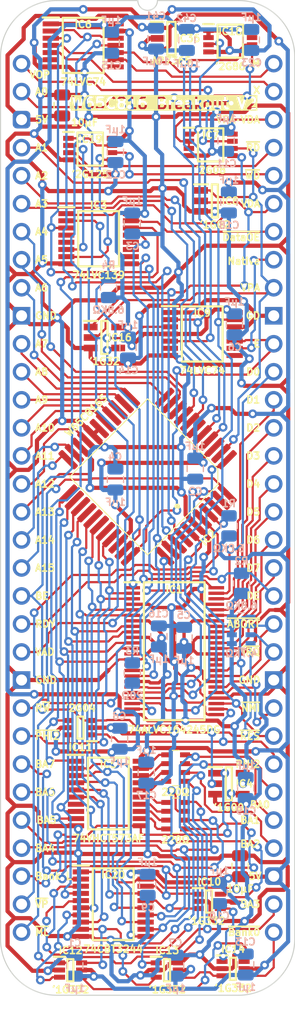
<source format=kicad_pcb>
(kicad_pcb (version 20240108) (generator "pcbnew") (generator_version "8.0")
  (title_block (title "W65C816 Breakout") (date "2024-06-18") (rev "V1"))
  (layers (0 "F.Cu" signal) (31 "B.Cu" signal) (34 "B.Paste" user) (35 "F.Paste" user) (36 "B.SilkS" user "B.Silkscreen") (37 "F.SilkS" user "F.Silkscreen") (38 "B.Mask" user) (39 "F.Mask" user) (44 "Edge.Cuts" user))
  (net 0 "")
  (net 9 "5V")
  (net 11 "GND")
  (net 12 "R~{W}")
  (net 13 "/3.3V")
  (net 14 "PHI2")
  (net 15 "/D0_{65}")
  (net 16 "/D1_{65}")
  (net 17 "/D2_{65}")
  (net 18 "/D3_{65}")
  (net 19 "/D4_{65}")
  (net 20 "/D5_{65}")
  (net 21 "/D6_{65}")
  (net 22 "/D7_{65}")
  (net 23 "/BE_{5V}")
  (net 24 "/~{ABORT}_{5V}")
  (net 25 "/~{IRQ}_{5V}")
  (net 26 "/~{NMI}_{5V}")
  (net 27 "~{Reset}")
  (net 29 "~{NMI}")
  (net 30 "~{IRQ}")
  (net 31 "~{ABORT}")
  (net 32 "BE")
  (net 33 "D7")
  (net 34 "D6")
  (net 35 "D5")
  (net 36 "D4")
  (net 37 "D3")
  (net 38 "D2")
  (net 39 "D1")
  (net 40 "D0")
  (net 41 "/~{DE}")
  (net 42 "~{VP}")
  (net 43 "RDY")
  (net 44 "~{ML}")
  (net 45 "VPA")
  (net 46 "A0")
  (net 47 "A1")
  (net 48 "A2")
  (net 49 "A3")
  (net 50 "A4")
  (net 51 "A5")
  (net 52 "A6")
  (net 53 "A7")
  (net 54 "A8")
  (net 55 "A9")
  (net 56 "A10")
  (net 57 "A11")
  (net 58 "A12")
  (net 59 "A13")
  (net 60 "A14")
  (net 61 "A15")
  (net 62 "E")
  (net 63 "/PHI2_{5V}")
  (net 64 "/MX")
  (net 65 "VDA")
  (net 66 "/~{RES}_{5V}")
  (net 67 "/~{VPA+VDA}")
  (net 68 "/~{WD}_{PART}")
  (net 69 "/~{RD}_{PART}")
  (net 70 "DE")
  (net 71 "~{Data Output}")
  (net 72 "/~{BE}")
  (net 73 "Bank Latch")
  (net 74 "/D7_{VHC}")
  (net 75 "/D6_{VHC}")
  (net 76 "/D5_{VHC}")
  (net 77 "/D4_{VHC}")
  (net 78 "/D3_{VHC}")
  (net 79 "/D2_{VHC}")
  (net 80 "/D1_{VHC}")
  (net 81 "/D0_{VHC}")
  (net 83 "X")
  (net 84 "M")
  (net 85 "~{PHI2}")
  (net 86 "/A0_{PREV}")
  (net 87 "Native Latch")
  (net 88 "BA7")
  (net 89 "BA6")
  (net 90 "/BA5+BA6+BA7")
  (net 91 "BA5")
  (net 92 "BA2")
  (net 93 "BA1")
  (net 94 "/BA0+BA1+BA2")
  (net 95 "BA0")
  (net 96 "BA4")
  (net 97 "BA3")
  (net 98 "/BA3+BA4")
  (net 99 "~{BANK 0}")
  (net 100 "/FET ~{OE}")
  (net 101 "Address Valid")
  (net 103 "VPA·VDA")
  (net 104 "/A0_{CHANGE}")
  (net 105 "Opcode Valid")
  (net 106 "~{RD}")
  (net 107 "Net-(IC1C-2B7)")
  (net 108 "~{WD}")
  (footprint "SamacSys_Parts:SOP65P400X110-8N" (layer "F.Cu") (at 6.223 7.747)
    (property "Reference" "IC19")
    (property "Value" "74LVC2G125DP,125" (hide yes))
  )
  (footprint "SamacSys_Parts:SOP65P400X110-8N" (layer "F.Cu") (at 18.923 -2.032)
    (property "Reference" "IC18")
    (property "Value" "74LVC2G86DP,125" (hide yes))
  )
  (footprint "SamacSys_Parts:CAY16-F4" (layer "F.Cu") (at 13.97 68.199 180)
    (property "Reference" "RN1" (hide yes))
    (property "Value" "CAY16-221J4LF" (hide yes))
  )
  (footprint "SamacSys_Parts:SOP65P640X110-14N" (layer "F.Cu") (at 16.383 24.511)
    (property "Reference" "IC9")
    (property "Value" "74LVC74APW,118" (hide yes))
  )
  (footprint "SamacSys_Parts:SOT95P275X110-5N" (layer "F.Cu") (at 17.526 12.446)
    (property "Reference" "IC8")
    (property "Value" "74LVC1G02GV,125" (hide yes))
  )
  (footprint "SamacSys_Parts:CAY16-F4" (layer "F.Cu") (at 13.97 63.881 180)
    (property "Reference" "RN2" (hide yes))
    (property "Value" "CAY16-221J4LF" (hide yes))
  )
  (footprint "SamacSys_Parts:SOP65P640X120-20N" (layer "F.Cu") (at 8.309002 76.2)
    (property "Reference" "IC20")
    (property "Value" "SN74CBT3244CPWR" (hide yes))
  )
  (footprint "SamacSys_Parts:C_0805" (layer "F.Cu") (at 19.812 72.771)
    (property "Reference" "C20" (hide yes))
    (property "Value" "10μF")
  )
  (footprint "SamacSys_Parts:SOP65P210X110-6N" (layer "F.Cu") (at 5.334 60.198 180)
    (property "Reference" "IC11")
    (property "Value" "74LVC2G04GW-Q100H" (hide yes))
  )
  (footprint "SamacSys_Parts:DIP-64_Board_W22.86mm" (layer "F.Cu") (at 0 0)
    (property "Reference" "J7" (hide yes))
    (property "Value" "Conn_02x32_Counter_Clockwise")
    (fp_line (start -1.905 -0.635) (end -1.905 79.375) (stroke (width 0.1)) (layer "Edge.Cuts"))
    (fp_line (start 10.541 -5.715) (end 3.175 -5.715) (stroke (width 0.1)) (layer "Edge.Cuts"))
    (fp_line (start 19.685 -5.715) (end 12.319 -5.715) (stroke (width 0.1)) (layer "Edge.Cuts"))
    (fp_line (start 19.685 84.455) (end 3.175 84.455) (stroke (width 0.1)) (layer "Edge.Cuts"))
    (fp_line (start 24.765 79.375) (end 24.765 -0.635) (stroke (width 0.1)) (layer "Edge.Cuts"))
    (fp_arc (start -1.905 -0.635) (mid -0.417102 -4.227102) (end 3.175 -5.715) (stroke (width 0.1)) (layer "Edge.Cuts"))
    (fp_arc (start 3.175 84.455) (mid -0.417102 82.967102) (end -1.905 79.375) (stroke (width 0.1)) (layer "Edge.Cuts"))
    (fp_arc (start 12.319 -5.715) (mid 11.43 -4.826) (end 10.541 -5.715) (stroke (width 0.1)) (layer "Edge.Cuts"))
    (fp_arc (start 19.685 -5.715) (mid 23.277102 -4.227102) (end 24.765 -0.635) (stroke (width 0.1)) (layer "Edge.Cuts"))
    (fp_arc (start 24.765 79.375) (mid 23.277102 82.967102) (end 19.685 84.455) (stroke (width 0.1)) (layer "Edge.Cuts"))
  )
  (footprint "SamacSys_Parts:SOT95P275X110-5N" (layer "F.Cu") (at 7.513 24.831)
    (property "Reference" "IC16")
    (property "Value" "74LVC1G32GV,125" (hide yes))
  )
  (footprint "SamacSys_Parts:SOP65P640X120-20N" (layer "F.Cu") (at 7.874 66.167)
    (property "Reference" "IC5")
    (property "Value" "74VHCT573AFT" (hide yes))
  )
  (footprint "SamacSys_Parts:W65C816 PLCC 0.8mm 44 Pin" (layer "F.Cu") (at 11.43 37.465 -135)
    (property "Reference" "IC2")
    (property "Value" "W65C816S6TQG-14" (hide yes))
  )
  (footprint "SamacSys_Parts:SOT95P285X130-5N" (layer "F.Cu") (at 13.589 -2.286)
    (property "Reference" "IC36")
    (property "Value" "AP7365-33WG-7" (hide yes))
  )
  (footprint "SamacSys_Parts:C_0805" (layer "F.Cu") (at 3.683 3.81)
    (property "Reference" "C21" (hide yes))
    (property "Value" "10μF")
  )
  (footprint "SamacSys_Parts:SOT65P210X110-6N" (layer "F.Cu") (at 4.445 82.169)
    (property "Reference" "IC12")
    (property "Value" "SN74LVC1G332DCKRG4" (hide yes))
  )
  (footprint "SamacSys_Parts:SOT65P210X110-6N" (layer "F.Cu") (at 17.018 75.946)
    (property "Reference" "IC10")
    (property "Value" "SN74LVC1G332DCKRG4" (hide yes))
  )
  (footprint "SamacSys_Parts:SOP50P810X120-48N" (layer "F.Cu") (at 13.841 53.265)
    (property "Reference" "IC1")
    (property "Value" "74ALVC164245DGG,11" (hide yes))
  )
  (footprint "SamacSys_Parts:SOP65P640X110-14N" (layer "F.Cu") (at 5.588 -1.651)
    (property "Reference" "IC6")
    (property "Value" "74LVC74APW,118" (hide yes))
  )
  (footprint "SamacSys_Parts:SOT65P210X110-6N" (layer "F.Cu") (at 13.208 82.169)
    (property "Reference" "IC13")
    (property "Value" "SN74LVC1G332DCKRG4" (hide yes))
  )
  (footprint "SamacSys_Parts:SOP65P400X110-8N" (layer "F.Cu") (at 17.145 7.366)
    (property "Reference" "IC7")
    (property "Value" "74LVC2G08DP-Q100H" (hide yes))
  )
  (footprint "SamacSys_Parts:SOT95P275X110-5N" (layer "F.Cu") (at 18.796 65.278)
    (property "Reference" "IC4")
    (property "Value" "74LVC1G00GV,125" (hide yes))
  )
  (footprint "SamacSys_Parts:SOP65P640X110-16N" (layer "F.Cu") (at 6.985 15.875)
    (property "Reference" "IC3")
    (property "Value" "74LVC139PW,118" (hide yes))
  )
  (footprint "SamacSys_Parts:SOT65P210X110-6N" (layer "F.Cu") (at 19.177 82.042)
    (property "Reference" "IC14")
    (property "Value" "SN74LVC1G332DCKRG4" (hide yes))
  )
  (footprint "SamacSys_Parts:PinHeader_1x32_P2.54mm_Vertical" (layer "B.Cu") (at 0 0 180)
    (property "Reference" "J1" (hide yes))
    (property "Value" "Pin_Header_01x32")
  )
  (footprint "SamacSys_Parts:C_0805" (layer "B.Cu") (at 8.128 -1.905)
    (property "Reference" "C15")
    (property "Value" "1μF")
  )
  (footprint "SamacSys_Parts:C_0805" (layer "B.Cu") (at 18.796 12.573)
    (property "Reference" "C18")
    (property "Value" "1μF")
  )
  (footprint "SamacSys_Parts:C_0805" (layer "B.Cu") (at 8.509 37.719 180)
    (property "Reference" "C4")
    (property "Value" "1μF")
  )
  (footprint "SamacSys_Parts:C_0805" (layer "B.Cu") (at 19.304 23.622)
    (property "Reference" "C6")
    (property "Value" "1μF")
  )
  (footprint "SamacSys_Parts:C_0805" (layer "B.Cu") (at 12.192 -2.286)
    (property "Reference" "C41")
    (property "Value" "10μF")
  )
  (footprint "SamacSys_Parts:C_0805" (layer "B.Cu") (at 15.748 36.703)
    (property "Reference" "C2")
    (property "Value" "1μF")
  )
  (footprint "SamacSys_Parts:C_0805" (layer "B.Cu") (at 10.033 14.478)
    (property "Reference" "C3")
    (property "Value" "1μF")
  )
  (footprint "SamacSys_Parts:C_0805" (layer "B.Cu") (at 20.32 65.659)
    (property "Reference" "C19")
    (property "Value" "1μF")
  )
  (footprint "SamacSys_Parts:C_0805" (layer "B.Cu") (at 20.32 81.6864 180)
    (property "Reference" "C13")
    (property "Value" "1μF")
  )
  (footprint "SamacSys_Parts:C_0805" (layer "B.Cu") (at 17.907 75.184)
    (property "Reference" "C10")
    (property "Value" "1μF")
  )
  (footprint "SamacSys_Parts:C_0805" (layer "B.Cu") (at 18.542 6.985)
    (property "Reference" "C11")
    (property "Value" "1μF")
  )
  (footprint "SamacSys_Parts:C_0805" (layer "B.Cu") (at 8.89 61.214 180)
    (property "Reference" "C8")
    (property "Value" "1μF")
  )
  (footprint "SamacSys_Parts:C_0805" (layer "B.Cu") (at 11.303 64.262)
    (property "Reference" "C17")
    (property "Value" "1μF")
  )
  (footprint "SamacSys_Parts:C_0805" (layer "B.Cu") (at 20.828 -2.159)
    (property "Reference" "C23")
    (property "Value" "1μF")
  )
  (footprint "SamacSys_Parts:C_0805" (layer "B.Cu") (at 12.446 51.943 180)
    (property "Reference" "C16")
    (property "Value" "1μF")
  )
  (footprint "SamacSys_Parts:C_0805" (layer "B.Cu") (at 11.43 74.422)
    (property "Reference" "C9")
    (property "Value" "1μF")
  )
  (footprint "SamacSys_Parts:PinHeader_1x32_P2.54mm_Vertical" (layer "B.Cu") (at 22.86 0 180)
    (property "Reference" "J2" (hide yes))
    (property "Value" "Pin_Header_01x32")
  )
  (footprint "SamacSys_Parts:CAY16-F4" (layer "B.Cu") (at 19.9136 51.3588 180)
    (property "Reference" "RN4" (hide yes))
    (property "Value" "CAY16-472J4LF" (hide yes))
  )
  (footprint "SamacSys_Parts:R_0805" (layer "B.Cu") (at 19.939 47.117 180)
    (property "Reference" "R2")
    (property "Value" "6.8KΩ")
  )
  (footprint "SamacSys_Parts:C_0805" (layer "B.Cu") (at 13.97 81.788 180)
    (property "Reference" "C7")
    (property "Value" "1μF")
  )
  (footprint "SamacSys_Parts:C_0805" (layer "B.Cu") (at 9.652 25.72)
    (property "Reference" "C14")
    (property "Value" "1μF")
  )
  (footprint "SamacSys_Parts:C_0805" (layer "B.Cu") (at 14.986 -2.159)
    (property "Reference" "C42")
    (property "Value" "10μF")
  )
  (footprint "SamacSys_Parts:R_0805" (layer "B.Cu") (at 18.796 41.91 180)
    (property "Reference" "R1")
    (property "Value" "6.8KΩ")
  )
  (footprint "SamacSys_Parts:C_0805" (layer "B.Cu") (at 4.826 81.788 180)
    (property "Reference" "C1")
    (property "Value" "1μF")
  )
  (footprint "SamacSys_Parts:C_0805" (layer "B.Cu") (at 8.509 8.001)
    (property "Reference" "C12")
    (property "Value" "1μF")
  )
  (footprint "SamacSys_Parts:R_0805" (layer "B.Cu") (at 7.874 20.2965 180)
    (property "Reference" "R4")
    (property "Value" "6.8KΩ")
  )
  (footprint "SamacSys_Parts:R_0805" (layer "B.Cu") (at 10.033 55.245 180)
    (property "Reference" "R3")
    (property "Value" "20Ω")
  )
  (footprint "SamacSys_Parts:C_0805" (layer "B.Cu") (at 14.732 52.07 180)
    (property "Reference" "C5")
    (property "Value" "1μF")
  )
  (gr_text "A4" (at 1.143 15.24 0) (layer "F.SilkS") (effects (font (size 0.635 0.635)) (justify left)))
  (gr_text "Native" (at 21.717 17.907 0) (layer "F.SilkS") (effects (font (size 0.635 0.635)) (justify right)))
  (gr_text "E" (at 21.717 25.4 0) (layer "F.SilkS") (effects (font (size 0.635 0.635)) (justify right)))
  (gr_text "VDA" (at 21.717 12.7 0) (layer "F.SilkS") (effects (font (size 0.635 0.635)) (justify right)))
  (gr_text "A8" (at 1.143 27.94 0) (layer "F.SilkS") (effects (font (size 0.635 0.635)) (justify left)))
  (gr_text "~{ML}" (at 1.143 78.74 0) (layer "F.SilkS") (effects (font (size 0.635 0.635)) (justify left)))
  (gr_text "VPA" (at 21.717 20.32 0) (layer "F.SilkS") (effects (font (size 0.635 0.635)) (justify right)))
  (gr_text "~{Bank0}" (at 21.717 78.74 0) (layer "F.SilkS") (effects (font (size 0.635 0.635)) (justify right)))
  (gr_text "X" (at 21.717 2.413 0) (layer "F.SilkS") (effects (font (size 0.635 0.635)) (justify right)))
  (gr_text "DE" (at 21.717 48.26 0) (layer "F.SilkS") (effects (font (size 0.635 0.635)) (justify right)))
  (gr_text "~{ABORT}" (at 21.717 50.8 0) (layer "F.SilkS") (effects (font (size 0.635 0.635)) (justify right)))
  (gr_text "A6" (at 1.143 20.32 0) (layer "F.SilkS") (effects (font (size 0.635 0.635)) (justify left)))
  (gr_text "~{NMI}" (at 21.717 58.42 0) (layer "F.SilkS") (effects (font (size 0.635 0.635)) (justify right)))
  (gr_text "D4" (at 21.717 38.1 0) (layer "F.SilkS") (effects (font (size 0.635 0.635)) (justify right)))
  (gr_text "~{DataOE}" (at 21.717 15.748 0) (layer "F.SilkS") (effects (font (size 0.635 0.635)) (justify right)))
  (gr_text "A0" (at 1.143 2.54 0) (layer "F.SilkS") (effects (font (size 0.635 0.635)) (justify left)))
  (gr_text "BA4" (at 1.143 71.12 0) (layer "F.SilkS") (effects (font (size 0.635 0.635)) (justify left)))
  (gr_text "A11" (at 1.143 35.56 0) (layer "F.SilkS") (effects (font (size 0.635 0.635)) (justify left)))
  (gr_text "GND" (at 1.143 55.88 0) (layer "F.SilkS") (effects (font (size 0.635 0.635)) (justify left)))
  (gr_text "5V" (at 1.143 5.08 0) (layer "F.SilkS") (effects (font (size 0.635 0.635)) (justify left)))
  (gr_text "A2" (at 1.143 10.16 0) (layer "F.SilkS") (effects (font (size 0.635 0.635)) (justify left)))
  (gr_text "R~{W}" (at 1.143 58.42 0) (layer "F.SilkS") (effects (font (size 0.635 0.635)) (justify left)))
  (gr_text "BA1" (at 21.717 68.58 0) (layer "F.SilkS") (effects (font (size 0.635 0.635)) (justify right)))
  (gr_text "D6" (at 21.717 43.18 0) (layer "F.SilkS") (effects (font (size 0.635 0.635)) (justify right)))
  (gr_text "BA2" (at 21.717 70.739 0) (layer "F.SilkS") (effects (font (size 0.635 0.635)) (justify right)))
  (gr_text "5V" (at 21.844 73.66 0) (layer "F.SilkS") (effects (font (size 0.635 0.635)) (justify right)))
  (gr_text "BA7" (at 1.143 63.5 0) (layer "F.SilkS") (effects (font (size 0.635 0.635)) (justify left)))
  (gr_text "RDY" (at 1.143 50.8 0) (layer "F.SilkS") (effects (font (size 0.635 0.635)) (justify left)))
  (gr_text "~{RD}" (at 21.717 7.62 0) (layer "F.SilkS") (effects (font (size 0.635 0.635)) (justify right)))
  (gr_text "~{WD}" (at 21.717 10.16 0) (layer "F.SilkS") (effects (font (size 0.635 0.635)) (justify right)))
  (gr_text "~{VP}" (at 1.143 76.2 0) (layer "F.SilkS") (effects (font (size 0.635 0.635)) (justify left)))
  (gr_text "GND" (at 21.717 55.88 0) (layer "F.SilkS") (effects (font (size 0.635 0.635)) (justify right)))
  (gr_text "BA5" (at 1.27 68.58 0) (layer "F.SilkS") (effects (font (size 0.635 0.635)) (justify left)))
  (gr_text "PHI2" (at 21.717 63.5 0) (layer "F.SilkS") (effects (font (size 0.635 0.635)) (justify right)))
  (gr_text "A12" (at 1.143 38.1 0) (layer "F.SilkS") (effects (font (size 0.635 0.635)) (justify left)))
  (gr_text "D0" (at 21.717 27.94 0) (layer "F.SilkS") (effects (font (size 0.635 0.635)) (justify right)))
  (gr_text "M" (at 21.717 0 0) (layer "F.SilkS") (effects (font (size 0.635 0.635)) (justify right)))
  (gr_text "Bank L" (at 1.143 73.66 0) (layer "F.SilkS") (effects (font (size 0.635 0.635)) (justify left)))
  (gr_text "A7" (at 1.143 25.4 0) (layer "F.SilkS") (effects (font (size 0.635 0.635)) (justify left)))
  (gr_text "VPA·VDA" (at 21.6916 5.08 0) (layer "F.SilkS") (effects (font (size 0.635 0.635)) (justify right)))
  (gr_text "BA3" (at 21.717 76.2 0) (layer "F.SilkS") (effects (font (size 0.635 0.635)) (justify right)))
  (gr_text "VAD" (at 1.143 53.34 0) (layer "F.SilkS") (effects (font (size 0.635 0.635)) (justify left)))
  (gr_text "~{IRQ}" (at 21.717 53.34 0) (layer "F.SilkS") (effects (font (size 0.635 0.635)) (justify right)))
  (gr_text "GD" (at 21.717 22.86 0) (layer "F.SilkS") (effects (font (size 0.635 0.635)) (justify right)))
  (gr_text "A5" (at 1.143 17.78 0) (layer "F.SilkS") (effects (font (size 0.635 0.635)) (justify left)))
  (gr_text "D1" (at 21.717 30.48 0) (layer "F.SilkS") (effects (font (size 0.635 0.635)) (justify right)))
  (gr_text "VOP" (at 0.635 1.016 0) (layer "F.SilkS") (effects (font (size 0.635 0.635)) (justify left)))
  (gr_text "A9" (at 1.143 30.48 0) (layer "F.SilkS") (effects (font (size 0.635 0.635)) (justify left)))
  (gr_text "GND" (at 1.143 22.86 0) (layer "F.SilkS") (effects (font (size 0.635 0.635)) (justify left)))
  (gr_text "D3" (at 21.717 35.56 0) (layer "F.SilkS") (effects (font (size 0.635 0.635)) (justify right)))
  (gr_text "A10" (at 1.143 33.02 0) (layer "F.SilkS") (effects (font (size 0.635 0.635)) (justify left)))
  (gr_text "D5" (at 21.717 40.64 0) (layer "F.SilkS") (effects (font (size 0.635 0.635)) (justify right)))
  (gr_text "BE" (at 1.143 48.26 0) (layer "F.SilkS") (effects (font (size 0.635 0.635)) (justify left)))
  (gr_text "A1" (at 1.143 7.62 0) (layer "F.SilkS") (effects (font (size 0.635 0.635)) (justify left)))
  (gr_text "A3" (at 1.143 12.7 0) (layer "F.SilkS") (effects (font (size 0.635 0.635)) (justify left)))
  (gr_text "A13" (at 1.143 40.64 0) (layer "F.SilkS") (effects (font (size 0.635 0.635)) (justify left)))
  (gr_text "BA0" (at 22.606 67.183 0) (layer "F.SilkS") (effects (font (size 0.635 0.635)) (justify right)))
  (gr_text "D7" (at 21.717 45.72 0) (layer "F.SilkS") (effects (font (size 0.635 0.635)) (justify right)))
  (gr_text "BA6" (at 1.143 66.04 0) (layer "F.SilkS") (effects (font (size 0.635 0.635)) (justify left)))
  (gr_text "W65C816 Breakout V2\n" (at 12.954 4.191 0) (layer "F.SilkS" knockout) (effects (font (size 1 1) (thickness 0.2) (bold yes)) (justify bottom)))
  (gr_text "A15" (at 1.143 45.72 0) (layer "F.SilkS") (effects (font (size 0.635 0.635)) (justify left)))
  (gr_text "~{PHI2}" (at 1.143 60.96 0) (layer "F.SilkS") (effects (font (size 0.635 0.635)) (justify left)))
  (gr_text "A14" (at 1.143 43.18 0) (layer "F.SilkS") (effects (font (size 0.635 0.635)) (justify left)))
  (gr_text "~{RES}" (at 21.717 60.96 0) (layer "F.SilkS") (effects (font (size 0.635 0.635)) (justify right)))
  (gr_text "D2" (at 21.717 33.02 0) (layer "F.SilkS") (effects (font (size 0.635 0.635)) (justify right)))
  (segment (start -1.27 -0.762) (end 0.1905 -2.2225) (width 0.38) (layer "F.Cu") (net 9))
  (segment (start 13.410875 -1.651) (end 13.095875 -1.336) (width 0.38) (layer "F.Cu") (net 9))
  (segment (start 21.844 11.46) (end 21.167 10.783) (width 0.38) (layer "F.Cu") (net 9))
  (segment (start 20.906 -4.445) (end 23.319 -2.032) (width 0.38) (layer "F.Cu") (net 9))
  (segment (start 15.262827 82.169) (end 15.342083 82.089744) (width 0.38) (layer "F.Cu") (net 9))
  (segment (start 12.289 -3.236) (end 10.988004 -3.236) (width 0.38) (layer "F.Cu") (net 9))
  (segment (start 17.913006 74.219958) (end 13.067448 74.219958) (width 0.38) (layer "F.Cu") (net 9))
  (segment (start 18.907 75.946) (end 19.023527 76.062527) (width 0.38) (layer "F.Cu") (net 9))
  (segment (start 17.139325 62.351325) (end 21.231349 62.351325) (width 0.38) (layer "F.Cu") (net 9))
  (segment (start 10.031 56.015) (end 11.54769 56.015) (width 0.3) (layer "F.Cu") (net 9))
  (segment (start 0.1905 -2.2225) (end 0.1905 -3.2385) (width 0.38) (layer "F.Cu") (net 9))
  (segment (start 0.1905 -3.2385) (end 1.27 -4.318) (width 0.38) (layer "F.Cu") (net 9))
  (segment (start 18.892688 73.705) (end 18.739844 73.857844) (width 0.38) (layer "F.Cu") (net 9))
  (segment (start 12.289 -3.236) (end 13.396 -3.236) (width 0.38) (layer "F.Cu") (net 9))
  (segment (start 11.674803 56.142113) (end 12.437887 56.142113) (width 0.3) (layer "F.Cu") (net 9))
  (segment (start 7.002 -4.335) (end 9.5345 -4.335) (width 0.38) (layer "F.Cu") (net 9))
  (segment (start 6.545002 82.7532) (end 6.545002 82.414002) (width 0.38) (layer "F.Cu") (net 9))
  (segment (start 19.812 73.705) (end 18.892688 73.705) (width 0.38) (layer "F.Cu") (net 9))
  (segment (start 3.683 4.744) (end 1.987 4.744) (width 0.38) (layer "F.Cu") (net 9))
  (segment (start 13.067448 74.219958) (end 12.305861 73.458371) (width 0.38) (layer "F.Cu") (net 9))
  (segment (start 0 5.08) (end -1.27 3.81) (width 0.38) (layer "F.Cu") (net 9))
  (segment (start 9.5345 -4.335) (end 10.567496 -3.302004) (width 0.38) (layer "F.Cu") (net 9))
  (segment (start 11.247002 73.275) (end 10.09758 73.275) (width 0.38) (layer "F.Cu") (net 9))
  (segment (start 12.305861 73.458371) (end 12.305861 73.275) (width 0.38) (layer "F.Cu") (net 9))
  (segment (start 10.567496 -3.302004) (end 10.922 -3.302004) (width 0.38) (layer "F.Cu") (net 9))
  (segment (start 16.8348 62.0468) (end 17.139325 62.351325) (width 0.38) (layer "F.Cu") (net 9))
  (segment (start 21.167 10.783) (end 18.796 10.783) (width 0.38) (layer "F.Cu") (net 9))
  (segment (start 19.812 73.705) (end 22.815 73.705) (width 0.38) (layer "F.Cu") (net 9))
  (segment (start 11.6132 62.0468) (end 16.8348 62.0468) (width 0.38) (layer "F.Cu") (net 9))
  (segment (start 14.208 82.169) (end 15.262827 82.169) (width 0.38) (layer "F.Cu") (net 9))
  (segment (start 10.09758 73.275) (end 9.903696 73.468884) (width 0.38) (layer "F.Cu") (net 9))
  (segment (start 1.987 4.744) (end 1.651 5.08) (width 0.38) (layer "F.Cu") (net 9))
  (segment (start 12.7 52.077) (end 12.7 51.689) (width 0.3) (layer "F.Cu") (net 9))
  (segment (start 12.437887 56.142113) (end 13.208 55.372) (width 0.3) (layer "F.Cu") (net 9))
  (segment (start 7.236918 36.194217) (end 16.455393 36.194217) (width 0.38) (layer "F.Cu") (net 9))
  (segment (start -1.27 3.81) (end -1.27 -0.762) (width 0.38) (layer "F.Cu") (net 9))
  (segment (start 11.526 50.515) (end 10.031 50.515) (width 0.3) (layer "F.Cu") (net 9))
  (segment (start 18.27512 73.857844) (end 17.913006 74.219958) (width 0.38) (layer "F.Cu") (net 9))
  (segment (start 9.906 41.402) (end 8.509 40.005) (width 0.38) (layer "F.Cu") (net 9))
  (segment (start 13.410875 -3.250875) (end 13.410875 -1.651) (width 0.38) (layer "F.Cu") (net 9))
  (segment (start 18.739844 73.857844) (end 18.27512 73.857844) (width 0.38) (layer "F.Cu") (net 9))
  (segment (start 6.3 82.169) (end 5.445 82.169) (width 0.38) (layer "F.Cu") (net 9))
  (segment (start 19.431 31.75) (end 20.955 31.75) (width 0.38) (layer "F.Cu") (net 9))
  (segment (start 13.410875 -3.250875) (end 14.605 -4.445) (width 0.38) (layer "F.Cu") (net 9))
  (segment (start 18.912428 31.231428) (end 19.431 31.75) (width 0.38) (layer "F.Cu") (net 9))
  (segment (start 6.731 -4.064) (end 7.002 -4.335) (width 0.38) (layer "F.Cu") (net 9))
  (segment (start 18.018 75.946) (end 18.907 75.946) (width 0.38) (layer "F.Cu") (net 9))
  (segment (start 10.812 62.848) (end 11.366496 62.293504) (width 0.38) (layer "F.Cu") (net 9))
  (segment (start 9.906 42.383112) (end 9.906 41.402) (width 0.38) (layer "F.Cu") (net 9))
  (segment (start 6.545002 82.414002) (end 6.3 82.169) (width 0.38) (layer "F.Cu") (net 9))
  (segment (start 5.24087 -4.064) (end 6.731 -4.064) (width 0.38) (layer "F.Cu") (net 9))
  (segment (start 16.455393 36.194217) (end 16.479486 36.170124) (width 0.38) (layer "F.Cu") (net 9))
  (segment (start 10.988004 -3.236) (end 10.922 -3.302004) (width 0.38) (layer "F.Cu") (net 9))
  (segment (start 19.760694 76.062527) (end 20.009437 76.31127) (width 0.38) (layer "F.Cu") (net 9))
  (segment (start 17.21 31.231428) (end 18.912428 31.231428) (width 0.38) (layer "F.Cu") (net 9))
  (segment (start 1.651 5.08) (end 0 5.08) (width 0.38) (layer "F.Cu") (net 9))
  (segment (start 12.305861 73.275) (end 11.247002 73.275) (width 0.38) (layer "F.Cu") (net 9))
  (segment (start 18.796 11.476) (end 18.796 10.783) (width 0.38) (layer "F.Cu") (net 9))
  (segment (start 21.71699 82.042) (end 22.038325 81.720665) (width 0.38) (layer "F.Cu") (net 9))
  (segment (start 19.023527 76.062527) (end 19.760694 76.062527) (width 0.38) (layer "F.Cu") (net 9))
  (segment (start 8.742994 43.546118) (end 9.906 42.383112) (width 0.38) (layer "F.Cu") (net 9))
  (segment (start 14.605 -4.445) (end 20.906 -4.445) (width 0.38) (layer "F.Cu") (net 9))
  (segment (start 13.396 -3.236) (end 13.410875 -3.250875) (width 0.38) (layer "F.Cu") (net 9))
  (segment (start 1.27 -4.318) (end 4.98687 -4.318) (width 0.38) (layer "F.Cu") (net 9))
  (segment (start 20.2786 82.042) (end 21.71699 82.042) (width 0.38) (layer "F.Cu") (net 9))
  (segment (start 16.479486 35.743285) (end 16.479486 36.170124) (width 0.38) (layer "F.Cu") (net 9))
  (segment (start 11.366496 62.293504) (end 11.6132 62.0468) (width 0.38) (layer "F.Cu") (net 9))
  (segment (start 11.54769 56.015) (end 11.674803 56.142113) (width 0.3) (layer "F.Cu") (net 9))
  (segment (start 4.98687 -4.318) (end 5.24087 -4.064) (width 0.38) (layer "F.Cu") (net 9))
  (segment (start 12.7 51.689) (end 11.526 50.515) (width 0.3) (layer "F.Cu") (net 9))
  (segment (start 13.095875 -1.336) (end 12.289 -1.336) (width 0.38) (layer "F.Cu") (net 9))
  (segment (start 10.812 63.242) (end 10.812 62.848) (width 0.38) (layer "F.Cu") (net 9))
  (segment (start 17.444777 34.777994) (end 16.479486 35.743285) (width 0.38) (layer "F.Cu") (net 9))
  (via (at 11.366496 62.293504) (size 0.8) (drill 0.4) (layers "F.Cu" "B.Cu") (net 9))
  (via (at 15.342083 82.089744) (size 0.8) (drill 0.4) (layers "F.Cu" "B.Cu") (net 9))
  (via (at 21.844 11.46) (size 0.8) (drill 0.4) (layers "F.Cu" "B.Cu") (net 9))
  (via (at 10.922 -3.302004) (size 0.8) (drill 0.4) (layers "F.Cu" "B.Cu") (net 9))
  (via (at 23.319 -2.032) (size 0.8) (drill 0.4) (layers "F.Cu" "B.Cu") (net 9))
  (via (at 12.7 52.077) (size 0.8) (drill 0.4) (layers "F.Cu" "B.Cu") (net 9))
  (via (at 18.796 10.783) (size 0.8) (drill 0.4) (layers "F.Cu" "B.Cu") (net 9))
  (via (at 20.955 31.75) (size 0.8) (drill 0.4) (layers "F.Cu" "B.Cu") (net 9))
  (via (at 20.009437 76.31127) (size 0.8) (drill 0.4) (layers "F.Cu" "B.Cu") (net 9))
  (via (at 6.545002 82.7532) (size 0.8) (drill 0.4) (layers "F.Cu" "B.Cu") (net 9))
  (via (at 18.739844 73.857844) (size 0.8) (drill 0.4) (layers "F.Cu" "B.Cu") (net 9))
  (via (at 16.479486 36.170124) (size 0.8) (drill 0.4) (layers "F.Cu" "B.Cu") (net 9))
  (via (at 9.903696 73.468884) (size 0.8) (drill 0.4) (layers "F.Cu" "B.Cu") (net 9))
  (via (at 21.231349 62.351325) (size 0.8) (drill 0.4) (layers "F.Cu" "B.Cu") (net 9))
  (via (at 22.038325 81.720665) (size 0.8) (drill 0.4) (layers "F.Cu" "B.Cu") (net 9))
  (via (at 17.21 31.231428) (size 0.8) (drill 0.4) (layers "F.Cu" "B.Cu") (net 9))
  (via (at 13.208 55.372) (size 0.8) (drill 0.4) (layers "F.Cu" "B.Cu") (net 9))
  (via (at 8.509 40.005) (size 0.8) (drill 0.4) (layers "F.Cu" "B.Cu") (net 9))
  (via (at 7.236918 36.194217) (size 0.8) (drill 0.4) (layers "F.Cu" "B.Cu") (net 9))
  (segment (start 6.545002 82.7532) (end 7.3152 82.7532) (width 0.38) (layer "B.Cu") (net 9))
  (segment (start 8.427 83.865) (end 13.952 83.865) (width 0.38) (layer "B.Cu") (net 9))
  (segment (start 13.003 53.434) (end 13.003 55.167) (width 0.38) (layer "B.Cu") (net 9))
  (segment (start 23.495 31.75) (end 20.955 31.75) (width 0.38) (layer "B.Cu") (net 9))
  (segment (start 18.034 43.5945) (end 18.034 44.45) (width 0.38) (layer "B.Cu") (net 9))
  (segment (start 21.1386 82.6204) (end 20.32 82.6204) (width 0.38) (layer "B.Cu") (net 9))
  (segment (start 22.86 73.66) (end 24.165598 74.965598) (width 0.38) (layer "B.Cu") (net 9))
  (segment (start 24.175 12.292) (end 23.343 11.46) (width 0.38) (layer "B.Cu") (net 9))
  (segment (start 24.175 31.07) (end 24.175 12.292) (width 0.38) (layer "B.Cu") (net 9))
  (segment (start 24.175 43.77) (end 23.495 44.45) (width 0.38) (layer "B.Cu") (net 9))
  (segment (start 20.918238 44.45) (end 23.495 44.45) (width 0.38) (layer "B.Cu") (net 9))
  (segment (start 21.1386 82.6204) (end 22.038325 81.720675) (width 0.38) (layer "B.Cu") (net 9))
  (segment (start 6.513802 82.722) (end 4.826 82.722) (width 0.38) (layer "B.Cu") (net 9))
  (segment (start 24.165598 74.965598) (end 24.165598 79.593392) (width 0.38) (layer "B.Cu") (net 9))
  (segment (start 12.192 -3.22) (end 11.004004 -3.22) (width 0.38) (layer "B.Cu") (net 9))
  (segment (start 23.495 31.75) (end 24.175 32.43) (width 0.38) (layer "B.Cu") (net 9))
  (segment (start 6.545002 82.7532) (end 6.513802 82.722) (width 0.38) (layer "B.Cu") (net 9))
  (segment (start 8.509 38.653) (end 8.509 40.005) (width 0.38) (layer "B.Cu") (net 9))
  (segment (start 24.175 32.43) (end 24.175 43.77) (width 0.38) (layer "B.Cu") (net 9))
  (segment (start 12.446 52.331) (end 12.446 52.877) (width 0.38) (layer "B.Cu") (net 9))
  (segment (start 13.952 82.74) (end 13.952 83.2792) (width 0.38) (layer "B.Cu") (net 9))
  (segment (start 24.135 10.668) (end 24.135 -1.216) (width 0.38) (layer "B.Cu") (net 9))
  (segment (start 18.7891 82.6204) (end 17.5445 83.865) (width 0.38) (layer "B.Cu") (net 9))
  (segment (start 24.13 45.085) (end 24.13 61.543956) (width 0.38) (layer "B.Cu") (net 9))
  (segment (start 12.446 52.877) (end 13.003 53.434) (width 0.38) (layer "B.Cu") (net 9))
  (segment (start 23.495 44.45) (end 24.13 45.085) (width 0.38) (layer "B.Cu") (net 9))
  (segment (start 18.347688 74.25) (end 18.739844 73.857844) (width 0.38) (layer "B.Cu") (net 9))
  (segment (start 24.13 72.39) (end 22.86 73.66) (width 0.38) (layer "B.Cu") (net 9))
  (segment (start 7.3152 82.7532) (end 8.427 83.865) (width 0.38) (layer "B.Cu") (net 9))
  (segment (start 18.415 44.831) (end 20.537238 44.831) (width 0.38) (layer "B.Cu") (net 9))
  (segment (start 18.046587 74.519902) (end 19.837955 76.31127) (width 0.38) (layer "B.Cu") (net 9))
  (segment (start 12.7 52.077) (end 12.446 52.331) (width 0.38) (layer "B.Cu") (net 9))
  (segment (start 24.135 -1.216) (end 23.319 -2.032) (width 0.38) (layer "B.Cu") (net 9))
  (segment (start 12.827 59.436) (end 11.366496 60.896504) (width 0.38) (layer "B.Cu") (net 9))
  (segment (start 16.479486 36.170124) (end 16.149124 36.170124) (width 0.38) (layer "B.Cu") (net 9))
  (segment (start 7.236918 36.194217) (end 7.236918 38.478918) (width 0.38) (layer "B.Cu") (net 9))
  (segment (start 15.748 35.769) (end 15.748 32.693428) (width 0.38) (layer "B.Cu") (net 9))
  (segment (start 18.796 11.639) (end 18.796 10.783) (width 0.38) (layer "B.Cu") (net 9))
  (segment (start 18.806 42.8225) (end 18.034 43.5945) (width 0.38) (layer "B.Cu") (net 9))
  (segment (start 11.392114 62.319122) (end 11.366496 62.293504) (width 0.38) (layer "B.Cu") (net 9))
  (segment (start 23.242916 62.259999) (end 21.322675 62.259999) (width 0.38) (layer "B.Cu") (net 9))
  (segment (start 23.302914 62.259999) (end 23.413957 62.259999) (width 0.38) (layer "B.Cu") (net 9))
  (segment (start 24.13 62.976042) (end 24.13 72.39) (width 0.38) (layer "B.Cu") (net 9))
  (segment (start 24.13 61.543956) (end 23.413957 62.259999) (width 0.38) (layer "B.Cu") (net 9))
  (segment (start 10.093586 73.278994) (end 9.903696 73.468884) (width 0.38) (layer "B.Cu") (net 9))
  (segment (start 12.827 55.753) (end 12.827 59.436) (width 0.38) (layer "B.Cu") (net 9))
  (segment (start 20.537238 44.831) (end 20.918238 44.45) (width 0.38) (layer "B.Cu") (net 9))
  (segment (start 13.208 55.372) (end 12.827 55.753) (width 0.38) (layer "B.Cu") (net 9))
  (segment (start 20.32 82.6204) (end 18.7891 82.6204) (width 0.38) (layer "B.Cu") (net 9))
  (segment (start 11.392114 63.291) (end 11.392114 62.319122) (width 0.38) (layer "B.Cu") (net 9))
  (segment (start 19.837955 76.31127) (end 20.009437 76.31127) (width 0.38) (layer "B.Cu") (net 9))
  (segment (start 13.003 55.167) (end 13.208 55.372) (width 0.38) (layer "B.Cu") (net 9))
  (segment (start 18.034 44.45) (end 18.415 44.831) (width 0.38) (layer "B.Cu") (net 9))
  (segment (start 13.952 83.865) (end 13.952 83.2792) (width 0.38) (layer "B.Cu") (net 9))
  (segment (start 23.413957 62.259999) (end 24.13 62.976042) (width 0.38) (layer "B.Cu") (net 9))
  (segment (start 23.495 31.75) (end 24.175 31.07) (width 0.38) (layer "B.Cu") (net 9))
  (segment (start 11.220994 73.278994) (end 10.093586 73.278994) (width 0.38) (layer "B.Cu") (net 9))
  (segment (start 23.343 11.46) (end 24.135 10.668) (width 0.38) (layer "B.Cu") (net 9))
  (segment (start 11.004004 -3.22) (end 10.922 -3.302004) (width 0.38) (layer "B.Cu") (net 9))
  (segment (start 16.149124 36.170124) (end 15.748 35.769) (width 0.38) (layer "B.Cu") (net 9))
  (segment (start 21.322675 62.259999) (end 21.231349 62.351325) (width 0.38) (layer "B.Cu") (net 9))
  (segment (start 14.709827 82.722) (end 15.342083 82.089744) (width 0.38) (layer "B.Cu") (net 9))
  (segment (start 21.844 11.46) (end 23.343 11.46) (width 0.38) (layer "B.Cu") (net 9))
  (segment (start 17.5445 83.865) (end 13.952 83.865) (width 0.38) (layer "B.Cu") (net 9))
  (segment (start 23.242916 62.259999) (end 23.302914 62.259999) (width 0.38) (layer "B.Cu") (net 9))
  (segment (start 7.411 38.653) (end 8.509 38.653) (width 0.38) (layer "B.Cu") (net 9))
  (segment (start 22.038325 81.720675) (end 22.038325 81.720665) (width 0.38) (layer "B.Cu") (net 9))
  (segment (start 13.97 82.722) (end 14.709827 82.722) (width 0.38) (layer "B.Cu") (net 9))
  (segment (start 11.366496 60.896504) (end 11.366496 62.293504) (width 0.38) (layer "B.Cu") (net 9))
  (segment (start 15.748 32.693428) (end 17.21 31.231428) (width 0.38) (layer "B.Cu") (net 9))
  (segment (start 24.165598 79.593392) (end 22.038325 81.720665) (width 0.38) (layer "B.Cu") (net 9))
  (segment (start 7.236918 38.478918) (end 7.411 38.653) (width 0.38) (layer "B.Cu") (net 9))
  (segment (start 15.5575 52.3875) (end 15.5575 53.1495) (width 0.3) (layer "F.Cu") (net 11))
  (segment (start 20.193 29.21) (end 19.939 28.956) (width 0.38) (layer "F.Cu") (net 11))
  (segment (start 16.697634 21.447366) (end 16.199 21.946) (width 0.38) (layer "F.Cu") (net 11))
  (segment (start 11.585012 -2.286) (end 10.950012 -1.651) (width 0.38) (layer "F.Cu") (net 11))
  (segment (start 23.495 29.21) (end 24.175 28.53) (width 0.38) (layer "F.Cu") (net 11))
  (segment (start 21.081186 71.805) (end 21.666186 72.39) (width 0.38) (layer "F.Cu") (net 11))
  (segment (start 10.031 52.015) (end 11.5655 52.015) (width 0.3) (layer "F.Cu") (net 11))
  (segment (start 20.107268 27.305) (end 14.838992 27.305) (width 0.38) (layer "F.Cu") (net 11))
  (segment (start 15.621 47.625) (end 15.113 48.133) (width 0.38) (layer "F.Cu") (net 11))
  (segment (start 16.283266 57.924234) (end 16.637 58.277968) (width 0.2) (layer "F.Cu") (net 11))
  (segment (start 1.524 67.812976) (end 0.991024 67.28) (width 0.38) (layer "F.Cu") (net 11))
  (segment (start 14.224 18.890006) (end 16.604006 16.51) (width 0.38) (layer "F.Cu") (net 11))
  (segment (start 12.065 52.832) (end 11.43 53.467) (width 0.3) (layer "F.Cu") (net 11))
  (segment (start 14.468902 34.768683) (end 14.468907 34.768678) (width 0.38) (layer "F.Cu") (net 11))
  (segment (start 13.588996 50.546) (end 13.588996 49.307636) (width 0.38) (layer "F.Cu") (net 11))
  (segment (start 18.872521 -2.209479) (end 18.872521 -1.193478) (width 0.38) (layer "F.Cu") (net 11))
  (segment (start -1.27 79.980311) (end 0.986973 82.237284) (width 0.38) (layer "F.Cu") (net 11))
  (segment (start 15.17 8.341) (end 16.891 8.341) (width 0.38) (layer "F.Cu") (net 11))
  (segment (start 9.944 -4.915) (end 10.633726 -4.225274) (width 0.38) (layer "F.Cu") (net 11))
  (segment (start 16.283266 57.924234) (end 14.998234 57.924234) (width 0.2) (layer "F.Cu") (net 11))
  (segment (start 16.207271 56.098669) (end 15.946398 55.837796) (width 0.2) (layer "F.Cu") (net 11))
  (segment (start 15.946398 55.824398) (end 15.623031 55.501031) (width 0.2) (layer "F.Cu") (net 11))
  (segment (start 24.175 17.272) (end 23.413 16.51) (width 0.38) (layer "F.Cu") (net 11))
  (segment (start 1.19 -1.858) (end 1.143 -1.905) (width 0.38) (layer "F.Cu") (net 11))
  (segment (start 13.843 50.800004) (end 13.588996 50.546) (width 0.38) (layer "F.Cu") (net 11))
  (segment (start 14.061509 72.056) (end 17.907 72.056) (width 0.38) (layer "F.Cu") (net 11))
  (segment (start 6.263 25.781) (end 4.826 25.781) (width 0.38) (layer "F.Cu") (net 11))
  (segment (start 12.065 52.5145) (end 12.065 52.832) (width 0.3) (layer "F.Cu") (net 11))
  (segment (start 9.156 60.718) (end 13.830561 60.718) (width 0.38) (layer "F.Cu") (net 11))
  (segment (start 24.13 50.165) (end 23.495 49.53) (width 0.38) (layer "F.Cu") (net 11))
  (segment (start 17.018 44.223214) (end 17.018 43.053) (width 0.38) (layer "F.Cu") (net 11))
  (segment (start 16.160914 80.772) (end 16.160958 80.772) (width 0.38) (layer "F.Cu") (net 11))
  (segment (start 11.93737 11.30363) (end 11.684 11.557) (width 0.38) (layer "F.Cu") (net 11))
  (segment (start 22.255 74.9) (end 23.779 74.9) (width 0.38) (layer "F.Cu") (net 11))
  (segment (start 20.258 4.38) (end 17.687 4.38) (width 0.38) (layer "F.Cu") (net 11))
  (segment (start 13.843 54.229) (end 13.843 54.229002) (width 0.2) (layer "F.Cu") (net 11))
  (segment (start 21.209 52.324) (end 21.209 50.801396) (width 0.3) (layer "F.Cu") (net 11))
  (segment (start 8.509 10.033) (end 6.096 10.033) (width 0.38) (layer "F.Cu") (net 11))
  (segment (start 12.826 20.321) (end 14.224 18.923) (width 0.38) (layer "F.Cu") (net 11))
  (segment (start 18.736043 -1.057) (end 18.872521 -1.193478) (width 0.38) (layer "F.Cu") (net 11))
  (segment (start 17.653 54.515) (end 17.653 54.015) (width 0.3) (layer "F.Cu") (net 11))
  (segment (start 16.604006 16.51) (end 23.413 16.51) (width 0.38) (layer "F.Cu") (net 11))
  (segment (start 5.207 5.715) (end 6.096 4.826) (width 0.38) (layer "F.Cu") (net 11))
  (segment (start 13.843 54.877025) (end 13.843 54.229) (width 0.2) (layer "F.Cu") (net 11))
  (segment (start 18.075 -3.007) (end 18.872521 -2.209479) (width 0.38) (layer "F.Cu") (net 11))
  (segment (start 20.936473 77.742527) (end 21.59 77.089) (width 0.38) (layer "F.Cu") (net 11))
  (segment (start 17.653 53.515) (end 15.923 53.515) (width 0.3) (layer "F.Cu") (net 11))
  (segment (start 1.879854 10.007854) (end 1.879854 10.97816) (width 0.38) (layer "F.Cu") (net 11))
  (segment (start 20.220492 77.742527) (end 20.936473 77.742527) (width 0.38) (layer "F.Cu") (net 11))
  (segment (start 6.396 60.198) (end 8.086086 60.198) (width 0.38) (layer "F.Cu") (net 11))
  (segment (start -0.635 8.89) (end -1.27 8.255) (width 0.38) (layer "F.Cu") (net 11))
  (segment (start 13.857509 71.852) (end 14.061509 72.056) (width 0.38) (layer "F.Cu") (net 11))
  (segment (start 11.593992 21.946) (end 10.68 22.859992) (width 0.38) (layer "F.Cu") (net 11))
  (segment (start 16.948 -3.007) (end 16.948 -2.357) (width 0.38) (layer "F.Cu") (net 11))
  (segment (start 2.65 0.299) (end 4.318 0.299) (width 0.38) (layer "F.Cu") (net 11))
  (segment (start 2.382 79.09) (end 0.762 77.47) (width 0.38) (layer "F.Cu") (net 11))
  (segment (start 16.276 13.396) (end 17.526 13.396) (width 0.38) (layer "F.Cu") (net 11))
  (segment (start 14.498229 38.862) (end 14.092917 38.456688) (width 0.38) (layer "F.Cu") (net 11))
  (segment (start 0 55.88) (end 6.985 55.88) (width 0.38) (layer "F.Cu") (net 11))
  (segment (start 5.202656 71.65) (end 11.429996 71.65) (width 0.38) (layer "F.Cu") (net 11))
  (segment (start 8.644572 60.206572) (end 9.156 60.718) (width 0.38) (layer "F.Cu") (net 11))
  (segment (start 5.08154 71.528884) (end 2.004116 71.528884) (width 0.38) (layer "F.Cu") (net 11))
  (segment (start 24.13 74.549) (end 24.13 72.7964) (width 0.38) (layer "F.Cu") (net 11))
  (segment (start 2.66301 23.622) (end 0.762 23.622) (width 0.38) (layer "F.Cu") (net 11))
  (segment (start 19.321 23.861) (end 20.4385 23.861) (width 0.38) (layer "F.Cu") (net 11))
  (segment (start 17.128 76.176) (end 17.128 77.453) (width 0.38) (layer "F.Cu") (net 11))
  (segment (start 4.785 8.722) (end 4.248 8.722) (width 0.38) (layer "F.Cu") (net 11))
  (segment (start 11.512 26.461) (end 10.783 27.19) (width 0.38) (layer "F.Cu") (net 11))
  (segment (start 2.451391 82.169) (end 2.383107 82.237284) (width 0.38) (layer "F.Cu") (net 11))
  (segment (start 14.498229 38.904843) (end 14.87547 39.282084) (width 0.38) (layer "F.Cu") (net 11))
  (segment (start 10.029 54.015) (end 8.85 54.015) (width 0.2) (layer "F.Cu") (net 11))
  (segment (start 4.191 24.003) (end 3.237 23.049) (width 0.38) (layer "F.Cu") (net 11))
  (segment (start 3.174996 32.385004) (end 3.683 32.385004) (width 0.38) (layer "F.Cu") (net 11))
  (segment (start 6.263 25.781) (end 6.263 26.648998) (width 0.38) (layer "F.Cu") (net 11))
  (segment (start 15.623031 55.501031) (end 14.467006 55.501031) (width 0.2) (layer "F.Cu") (net 11))
  (segment (start 10.783 27.19) (end 9.652 27.19) (width 0.38) (layer "F.Cu") (net 11))
  (segment (start 14.478 54.229) (end 13.843 54.229) (width 0.3) (layer "F.Cu") (net 11))
  (segment (start 3.683 2.844) (end 1.700008 2.844) (width 0.38) (layer "F.Cu") (net 11))
  (segment (start 12.192 4.826) (end 13.988 4.826) (width 0.38) (layer "F.Cu") (net 11))
  (segment (start 13.588996 49.307636) (end 11.849636 49.307636) (width 0.3) (layer "F.Cu") (net 11))
  (segment (start 17.430958 82.042) (end 18.2786 82.042) (width 0.38) (layer "F.Cu") (net 11))
  (segment (start 1.778 5.715) (end 5.207 5.715) (width 0.38) (layer "F.Cu") (net 11))
  (segment (start 21.4395 22.86) (end 22.86 22.86) (width 0.38) (layer "F.Cu") (net 11))
  (segment (start 7.526355 34.768683) (end 14.468902 34.768683) (width 0.38) (layer "F.Cu") (net 11))
  (segment (start 17.546 66.949) (end 17.724502 67.127502) (width 0.38) (layer "F.Cu") (net 11))
  (segment (start -1.27 76.835) (end -1.27 72.945) (width 0.38) (layer "F.Cu") (net 11))
  (segment (start -1.27 18.348) (end -1.27 9.525) (width 0.38) (layer "F.Cu") (net 11))
  (segment (start 8.086086 60.198) (end 8.094658 60.206572) (width 0.38) (layer "F.Cu") (net 11))
  (segment (start 11.059229 82.644681) (end 11.53491 82.169) (width 0.38) (layer "F.Cu") (net 11))
  (segment (start 12.8778 82.169) (end 13.5278 81.519) (width 0.38) (layer "F.Cu") (net 11))
  (segment (start 4.824005 21.461005) (end 7.622995 21.461005) (width 0.38) (layer "F.Cu") (net 11))
  (segment (start 13.445 26.461) (end 11.512 26.461) (width 0.38) (layer "F.Cu") (net 11))
  (segment (start 6.263 26.648998) (end 6.804002 27.19) (width 0.38) (layer "F.Cu") (net 11))
  (segment (start 14.467006 55.501031) (end 13.843 54.877025) (width 0.2) (layer "F.Cu") (net 11))
  (segment (start 6.480253 33.646623) (end 7.045938 33.080938) (width 0.38) (layer "F.Cu") (net 11))
  (segment (start 16.891 8.341) (end 17.272 7.96) (width 0.38) (layer "F.Cu") (net 11))
  (segment (start 12.324202 71.649996) (end 12.526205 71.852) (width 0.38) (layer "F.Cu") (net 11))
  (segment (start 15.946398 55.837796) (end 15.946398 55.824398) (width 0.2) (layer "F.Cu") (net 11))
  (segment (start 1.397 36.068) (end 1.397 34.163) (width 0.38) (layer "F.Cu") (net 11))
  (segment (start 16.637 58.801) (end 16.851 59.015) (width 0.2) (layer "F.Cu") (net 11))
  (segment (start 17.655 59.015) (end 16.851 59.015) (width 0.2) (layer "F.Cu") (net 11))
  (segment (start 14.838992 27.305) (end 14.359645 26.825653) (width 0.38) (layer "F.Cu") (net 11))
  (segment (start -1.27 72.945) (end -0.715 72.39) (width 0.38) (layer "F.Cu") (net 11))
  (segment (start -1.27 24.16) (end 0 22.89) (width 0.38) (layer "F.Cu") (net 11))
  (segment (start 1.879854 10.97816) (end 2.458694 11.557) (width 0.38) (layer "F.Cu") (net 11))
  (segment (start 18.848307 57.515) (end 17.653 57.515) (width 0.3) (layer "F.Cu") (net 11))
  (segment (start 4.191 25.146) (end 4.191 24.003) (width 0.38) (layer "F.Cu") (net 11))
  (segment (start 17.724502 67.127502) (end 20.356193 67.127502) (width 0.38) (layer "F.Cu") (net 11))
  (segment (start 21.59 75.565) (end 22.255 74.9) (width 0.38) (layer "F.Cu") (net 11))
  (segment (start 1.5325 0.299) (end 1.19 -0.0435) (width 0.38) (layer "F.Cu") (net 11))
  (segment (start 3.445 82.169) (end 2.451391 82.169) (width 0.38) (layer "F.Cu") (net 11))
  (segment (start 6.985 55.88) (end 7.874 54.991) (width 0.38) (layer "F.Cu") (net 11))
  (segment (start 4.160535 79.125) (end 4.160523 79.124988) (width 0.38) (layer "F.Cu") (net 11))
  (segment (start 2.458694 11.557) (end 7.874 11.557) (width 0.38) (layer "F.Cu") (net 11))
  (segment (start 22.352 57.15) (end 19.213307 57.15) (width 0.3) (layer "F.Cu") (net 11))
  (segment (start 6.480253 33.722581) (end 7.526355 34.768683) (width 0.38) (layer "F.Cu") (net 11))
  (segment (start 10.031 49.015) (end 11.557 49.015) (width 0.3) (layer "F.Cu") (net 11))
  (segment (start 10.633726 -4.225274) (end 12.954156 -4.225274) (width 0.38) (layer "F.Cu") (net 11))
  (segment (start 24.175 28.53) (end 24.175 17.272) (width 0.38) (layer "F.Cu") (net 11))
  (segment (start 13.843 54.229002) (end 13.843 50.800004) (width 0.38) (layer "F.Cu") (net 11))
  (segment (start 0.762 8.89) (end 1.879854 10.007854) (width 0.38) (layer "F.Cu") (net 11))
  (segment (start 21.4395 22.86) (end 20.138517 21.559017) (width 0.38) (layer "F.Cu") (net 11))
  (segment (start 12.065 52.832) (end 13.462002 54.229002) (width 0.3) (layer "F.Cu") (net 11))
  (segment (start 17.653 54.015) (end 17.653 53.515) (width 0.3) (layer "F.Cu") (net 11))
  (segment (start -1.27 67.9704) (end -0.5796 67.28) (width 0.38) (layer "F.Cu") (net 11))
  (segment (start 22.86 56.642) (end 22.352 57.15) (width 0.3) (layer "F.Cu") (net 11))
  (segment (start 14.03413 11.30363) (end 14.732 12.0015) (width 0.38) (layer "F.Cu") (net 11))
  (segment (start 0.762 23.622) (end 0 22.86) (width 0.38) (layer "F.Cu") (net 11))
  (segment (start -1.27 19.812) (end -1.27 21.687) (width 0.38) (layer "F.Cu") (net 11))
  (segment (start 20.018 53.515) (end 21.209 52.324) (width 0.3) (layer "F.Cu") (net 11))
  (segment (start 21.666186 72.39) (end 23.7236 72.39) (width 0.38) (layer "F.Cu") (net 11))
  (segment (start 23.495 3.81) (end 20.828 3.81) (width 0.38) (layer "F.Cu") (net 11))
  (segment (start 23.495 49.53) (end 24.175 48.85) (width 0.38) (layer "F.Cu") (net 11))
  (segment (start 6.195003 38.456688) (end 6.195001 38.45669) (width 0.38) (layer "F.Cu") (net 11))
  (segment (start 1.905 20.095405) (end 0.889595 19.08) (width 0.38) (layer "F.Cu") (net 11))
  (segment (start -0.538 19.08) (end -1.27 19.812) (width 0.38) (layer "F.Cu") (net 11))
  (segment (start 1.700008 2.844) (end 1.7 2.843992) (width 0.38) (layer "F.Cu") (net 11))
  (segment (start 17.901026 77.724) (end 20.201965 77.724) (width 0.38) (layer "F.Cu") (net 11))
  (segment (start 16.6925 57.515) (end 16.283266 57.924234) (width 0.2) (layer "F.Cu") (net 11))
  (segment (start 3.237 23.04801) (end 4.824005 21.461005) (width 0.38) (layer "F.Cu") (net 11))
  (segment (start 22.86 55.88) (end 24.13 54.61) (width 0.38) (layer "F.Cu") (net 11))
  (segment (start 17.655 52.015) (end 15.93 52.015) (width 0.3) (layer "F.Cu") (net 11))
  (segment (start 4.912 69.116) (end 1.933 69.116) (width 0.38) (layer "F.Cu") (net 11))
  (segment (start -0.508 36.83) (end -1.27 36.068) (width 0.38) (layer "F.Cu") (net 11))
  (segment (start 11.5655 52.015) (end 12.065 52.5145) (width 0.3) (layer "F.Cu") (net 11))
  (segment (start 16.306475 47.625) (end 15.621 47.625) (width 0.38) (layer "F.Cu") (net 11))
  (segment (start 8.094658 60.206572) (end 8.644572 60.206572) (width 0.38) (layer "F.Cu") (net 11))
  (segment (start 19.812 71.805) (end 21.081186 71.805) (width 0.38) (layer "F.Cu") (net 11))
  (segment (start 6.804002 27.19) (end 9.652 27.19) (width 0.38) (layer "F.Cu") (net 11))
  (segment (start 16.199 21.946) (end 11.593992 21.946) (width 0.38) (layer "F.Cu") (net 11))
  (segment (start 3.515 8.722) (end 1.143 6.35) (width 0.38) (layer "F.Cu") (net 11))
  (segment (start 14.87547 39.282084) (end 14.87547 40.91047) (width 0.38) (layer "F.Cu") (net 11))
  (segment (start 18.177 82.042) (end 19.057 82.042) (width 0.38) (layer "F.Cu") (net 11))
  (segment (start 13.612512 57.515) (end 13.789781 57.337731) (width 0.2) (layer "F.Cu") (net 11))
  (segment (start 20.201965 77.724) (end 20.220492 77.742527) (width 0.38) (layer "F.Cu") (net 11))
  (segment (start 0 55.88) (end -1.27 57.15) (width 0.38) (layer "F.Cu") (net 11))
  (segment (start 1.143 6.35) (end 1.778 5.715) (width 0.38) (layer "F.Cu") (net 11))
  (segment (start 1.905 21.71601) (end 1.905 20.095405) (width 0.38) (layer "F.Cu") (net 11))
  (segment (start 5.588 -4.915) (end 9.944 -4.915) (width 0.38) (layer "F.Cu") (net 11))
  (segment (start 5.371002 79.125) (end 6.341442 79.125) (width 0.38) (layer "F.Cu") (net 11))
  (segment (start 17.477 4.59) (end 17.687 4.38) (width 0.38) (layer "F.Cu") (net 11))
  (segment (start 10.029 54.515) (end 10.029 54.015) (width 0.2) (layer "F.Cu") (net 11))
  (segment (start 22.480396 49.53) (end 22.987 49.53) (width 0.3) (layer "F.Cu") (net 11))
  (segment (start 24.175 48.85) (end 24.175 29.89) (width 0.38) (layer "F.Cu") (net 11))
  (segment (start 12.526205 71.852) (end 13.857509 71.852) (width 0.38) (layer "F.Cu") (net 11))
  (segment (start 6.096 10.033) (end 4.785 8.722) (width 0.38) (layer "F.Cu") (net 11))
  (segment (start 6.341442 79.125) (end 6.604 79.387558) (width 0.38) (layer "F.Cu") (net 11))
  (segment (start -1.27 7.060687) (end -0.559313 6.35) (width 0.38) (layer "F.Cu") (net 11))
  (segment (start 24.13 71.9836) (end 24.13 57.15) (width 0.38) (layer "F.Cu") (net 11))
  (segment (start 3.237 23.04801) (end 1.905 21.71601) (width 0.38) (layer "F.Cu") (net 11))
  (segment (start 1.905107 18.115) (end 1.879851 18.089744) (width 0.38) (layer "F.Cu") (net 11))
  (segment (start -1.27 8.255) (end -1.27 7.060687) (width 0.38) (layer "F.Cu") (net 11))
  (segment (start 12.289 -2.286) (end 11.585012 -2.286) (width 0.38) (layer "F.Cu") (net 11))
  (segment (start 23.413 16.51) (end 24.175 15.748) (width 0.38) (layer "F.Cu") (net 11))
  (segment (start -1.27 57.15) (end -1.27 66.5896) (width 0.38) (layer "F.Cu") (net 11))
  (segment (start 5.715 0.762) (end 4.781 0.762) (width 0.38) (layer "F.Cu") (net 11))
  (segment (start 13.988 4.826) (end 14.224 4.59) (width 0.38) (layer "F.Cu") (net 11))
  (segment (start 23.495 29.21) (end 20.193 29.21) (width 0.38) (layer "F.Cu") (net 11))
  (segment (start 13.462002 54.229002) (end 13.843 54.229002) (width 0.3) (layer "F.Cu") (net 11))
  (segment (start 24.175 15.748) (end 24.175 4.49) (width 0.38) (layer "F.Cu") (net 11))
  (segment (start 14.732 12.0015) (end 14.732 12.857) (width 0.38) (layer "F.Cu") (net 11))
  (segment (start 10.029 53.515) (end 10.029 54.015) (width 0.2) (layer "F.Cu") (net 11))
  (segment (start 11.849636 49.307636) (end 11.557 49.015) (width 0.3) (layer "F.Cu") (net 11))
  (segment (start 20.654152 26.758116) (end 20.107268 27.305) (width 0.38) (layer "F.Cu") (net 11))
  (segment (start 15.23 80.772) (end 16.129 80.772) (width 0.38) (layer "F.Cu") (net 11))
  (segment (start 16.948 -3.007) (end 18.075 -3.007) (width 0.38) (layer "F.Cu") (net 11))
  (segment (start -1.27 37.592) (end -1.27 54.61) (width 0.38) (layer "F.Cu") (net 11))
  (segment (start 6.096 4.826) (end 12.192 4.826) (width 0.38) (layer "F.Cu") (net 11))
  (segment (start 11.53491 82.169) (end 12.208 82.169) (width 0.38) (layer "F.Cu") (net 11))
  (segment (start 4.781 0.762) (end 4.318 0.299) (width 0.38) (layer "F.Cu") (net 11))
  (segment (start 13.801776 26.461) (end 14.166429 26.825653) (width 0.38) (layer "F.Cu") (net 11))
  (segment (start 6.604 79.387558) (end 8.019696 79.387558) (width 0.38) (layer "F.Cu") (net 11))
  (segment (start 0.986973 82.237284) (end 2.383107 82.237284) (width 0.38) (layer "F.Cu") (net 11))
  (segment (start 1.879851 18.089744) (end 0.889595 19.08) (width 0.38) (layer "F.Cu") (net 11))
  (segment (start 8.763 20.321) (end 12.826 20.321) (width 0.38) (layer "F.Cu") (net 11))
  (segment (start 6.480253 33.646623) (end 5.218634 32.385004) (width 0.38) (layer "F.Cu") (net 11))
  (segment (start 15.5575 53.1495) (end 14.478 54.229) (width 0.3) (layer "F.Cu") (net 11))
  (segment (start 16.160958 80.772) (end 17.430958 82.042) (width 0.38) (layer "F.Cu") (net 11))
  (segment (start 14.998234 57.924234) (end 14.411731 57.337731) (width 0.2) (layer "F.Cu") (net 11))
  (segment (start 14.498229 38.862) (end 14.498229 38.904843) (width 0.38) (layer "F.Cu") (net 11))
  (segment (start 20.138517 21.559017) (end 20.138499 21.559017) (width 0.38) (layer "F.Cu") (net 11))
  (segment (start 0.762 77.47) (end -0.635 77.47) (width 0.38) (layer "F.Cu") (net 11))
  (segment (start 19.213307 57.15) (end 18.848307 57.515) (width 0.3) (layer "F.Cu") (net 11))
  (segment (start 3.237 23.04801) (end 2.66301 23.622) (width 0.38) (layer "F.Cu") (net 11))
  (segment (start 8.019696 79.387558) (end 8.078146 79.446008) (width 0.38) (layer "F.Cu") (net 11))
  (segment (start 16.306475 48.730975) (end 16.306475 47.625) (width 0.3) (layer "F.Cu") (net 11))
  (segment (start 2.004116 71.528884) (end 1.143 72.39) (width 0.38) (layer "F.Cu") (net 11))
  (segment (start 19.287 80.814086) (end 19.570546 80.53054) (width 0.38) (layer "F.Cu") (net 11))
  (segment (start 8.85 54.015) (end 7.874 54.991) (width 0.2) (layer "F.Cu") (net 11))
  (segment (start -0.715 72.39) (end -1.27 71.835) (width 0.38) (layer "F.Cu") (net 11))
  (segment (start 16.948 -1.057) (end 18.736043 -1.057) (width 0.38) (layer "F.Cu") (net 11))
  (segment (start 24.13 57.15) (end 22.86 55.88) (width 0.38) (layer "F.Cu") (net 11))
  (segment (start -0.635 77.47) (end -1.27 76.835) (width 0.38) (layer "F.Cu") (net 11))
  (segment (start -0.5796 67.28) (end 0.991024 67.28) (width 0.38) (layer "F.Cu") (net 11))
  (segment (start 3.237 23.049) (end 3.237 23.04801) (width 0.38) (layer "F.Cu") (net 11))
  (segment (start 21.59 77.089) (end 21.59 75.565) (width 0.38) (layer "F.Cu") (net 11))
  (segment (start 12.208 82.169) (end 12.8778 82.169) (width 0.38) (layer "F.Cu") (net 11))
  (segment (start 17.546 66.228) (end 17.546 66.949) (width 0.38) (layer "F.Cu") (net 11))
  (segment (start 24.175 4.49) (end 23.495 3.81) (width 0.38) (layer "F.Cu") (net 11))
  (segment (start 17.655 49.015) (end 16.5905 49.015) (width 0.3) (layer "F.Cu") (net 11))
  (segment (start -0.538 19.08) (end -1.27 18.348) (width 0.38) (layer "F.Cu") (net 11))
  (segment (start 5.218634 32.385004) (end 3.683 32.385004) (width 0.38) (layer "F.Cu") (net 11))
  (segment (start 19.321 23.861) (end 19.321 24.511) (width 0.38) (layer "F.Cu") (net 11))
  (segment (start -1.27 66.5896) (end -0.5796 67.28) (width 0.38) (layer "F.Cu") (net 11))
  (segment (start 17.128 77.453) (end 17.399 77.724) (width 0.38) (layer "F.Cu") (net 11))
  (segment (start 15.271 13.396) (end 16.276 13.396) (width 0.38) (layer "F.Cu") (net 11))
  (segment (start 16.5905 49.015) (end 16.306475 48.730975) (width 0.3) (layer "F.Cu") (net 11))
  (segment (start 14.092917 38.456688) (end 6.195003 38.456688) (width 0.38) (layer "F.Cu") (net 11))
  (segment (start 2.65 0.299) (end 1.5325 0.299) (width 0.38) (layer "F.Cu") (net 11))
  (segment (start 15.113 48.133) (end 15.113 48.768) (width 0.38) (layer "F.Cu") (net 11))
  (segment (start 15.93 52.015) (end 15.5575 52.3875) (width 0.3) (layer "F.Cu") (net 11))
  (segment (start 23.7236 72.39) (end 24.13 71.9836) (width 0.38) (layer "F.Cu") (net 11))
  (segment (start 16.637 58.277968) (end 16.637 58.801) (width 0.2) (layer "F.Cu") (net 11))
  (segment (start 0.889595 19.08) (end -0.538 19.08) (width 0.38) (layer "F.Cu") (net 11))
  (segment (start 5.142 71.589344) (end 5.202656 71.65) (width 0.38) (layer "F.Cu") (net 11))
  (segment (start 17.018 43.053) (end 15.814062 41.849062) (width 0.38) (layer "F.Cu") (net 11))
  (segment (start 14.166429 26.825653) (end 14.359645 26.825653) (width 0.38) (layer "F.Cu") (net 11))
  (segment (start 1.933 69.116) (end 1.524 68.707) (width 0.38) (layer "F.Cu") (net 11))
  (segment (start 4.025 18.115) (end 1.905107 18.115) (width 0.38) (layer "F.Cu") (net 11))
  (segment (start 10.78063 82.644681) (end 11.059229 82.644681) (width 0.38) (layer "F.Cu") (net 11))
  (segment (start 7.622995 21.461005) (end 8.763 20.321) (width 0.38) (layer "F.Cu") (net 11))
  (segment (start 10.029 57.515) (end 13.612512 57.515) (width 0.2) (layer "F.Cu") (net 11))
  (segment (start -1.27 71.835) (end -1.27 67.9704) (width 0.38) (layer "F.Cu") (net 11))
  (segment (start 11.684 11.557) (end 7.874 11.557) (width 0.38) (layer "F.Cu") (net 11))
  (segment (start 21.209 50.801396) (end 22.480396 49.53) (width 0.3) (layer "F.Cu") (net 11))
  (segment (start 12.776416 11.30363) (end 11.93737 11.30363) (width 0.38) (layer "F.Cu") (net 11))
  (segment (start 5.371002 79.125) (end 4.160535 79.125) (width 0.38) (layer "F.Cu") (net 11))
  (segment (start 20.828 3.81) (end 20.258 4.38) (width 0.38) (layer "F.Cu") (net 11))
  (segment (start 16.129 80.772) (end 16.160914 80.772) (width 0.38) (layer "F.Cu") (net 11))
  (segment (start 14.483 81.519) (end 15.23 80.772) (width 0.38) (layer "F.Cu") (net 11))
  (segment (start 15.113 48.768) (end 14.573364 49.307636) (width 0.38) (layer "F.Cu") (net 11))
  (segment (start 10.882 54.015) (end 11.43 53.467) (width 0.2) (layer "F.Cu") (net 11))
  (segment (start 1.143 72.39) (end -0.715 72.39) (width 0.38) (layer "F.Cu") (net 11))
  (segment (start 18.158 71.805) (end 19.812 71.805) (width 0.38) (layer "F.Cu") (net 11))
  (segment (start -1.27 21.687) (end -0.097 22.86) (width 0.38) (layer "F.Cu") (net 11))
  (segment (start -0.635 8.89) (end 0.762 8.89) (width 0.38) (layer "F.Cu") (net 11))
  (segment (start 17.653 53.515) (end 20.018 53.515) (width 0.3) (layer "F.Cu") (net 11))
  (segment (start 14.411731 57.337731) (end 13.789781 57.337731) (width 0.2) (layer "F.Cu") (net 11))
  (segment (start 11.43 71.649996) (end 12.324202 71.649996) (width 0.38) (layer "F.Cu") (net 11))
  (segment (start 16.207271 57.029771) (end 16.207271 56.098669) (width 0.2) (layer "F.Cu") (net 11))
  (segment (start 20.026848 21.447366) (end 16.697634 21.447366) (width 0.38) (layer "F.Cu") (net 11))
  (segment (start 13.5278 81.519) (end 14.208 81.519) (width 0.38) (layer "F.Cu") (net 11))
  (segment (start 19.057 82.042) (end 19.287 81.812) (width 0.38) (layer "F.Cu") (net 11))
  (segment (start 4.826 25.781) (end 4.191 25.146) (width 0.38) (layer "F.Cu") (net 11))
  (segment (start 17.907 72.056) (end 18.158 71.805) (width 0.38) (layer "F.Cu") (net 11))
  (segment (start -0.635 77.47) (end -1.27 78.105) (width 0.38) (layer "F.Cu") (net 11))
  (segment (start 1.524 68.707) (end 1.524 67.812976) (width 0.38) (layer "F.Cu") (net 11))
  (segment (start -1.27 78.105) (end -1.27 79.980311) (width 0.38) (layer "F.Cu") (net 11))
  (segment (start 24.13 72.7964) (end 23.7236 72.39) (width 0.38) (layer "F.Cu") (net 11))
  (segment (start 4.248 8.722) (end 3.515 8.722) (width 0.38) (layer "F.Cu") (net 11))
  (segment (start 23.495 49.53) (end 22.987 49.53) (width 0.38) (layer "F.Cu") (net 11))
  (segment (start -1.27 9.525) (end -0.635 8.89) (width 0.38) (layer "F.Cu") (net 11))
  (segment (start 16.6925 57.515) (end 17.653 57.515) (width 0.2) (layer "F.Cu") (net 11))
  (segment (start 17.399 77.724) (end 17.901026 77.724) (width 0.38) (layer "F.Cu") (net 11))
  (segment (start 16.018 75.946) (end 16.898 75.946) (width 0.38) (layer "F.Cu") (net 11))
  (segment (start 16.507765 44.733449) (end 17.018 44.223214) (width 0.38) (layer "F.Cu") (net 11))
  (segment (start 14.87547 40.91047) (end 15.814062 41.849062) (width 0.38) (layer "F.Cu") (net 11))
  (segment (start 22.86 55.88) (end 22.86 56.642) (width 0.3) (layer "F.Cu") (net 11))
  (segment (start 5.336002 79.09) (end 2.382 79.09) (width 0.38) (layer "F.Cu") (net 11))
  (segment (start -0.559313 6.35) (end 1.143 6.35) (width 0.38) (layer "F.Cu") (net 11))
  (segment (start 20.138499 21.559017) (end 20.026848 21.447366) (width 0.38) (layer "F.Cu") (net 11))
  (segment (start 16.898 75.946) (end 17.128 76.176) (width 0.38) (layer "F.Cu") (net 11))
  (segment (start 24.175 29.89) (end 23.495 29.21) (width 0.38) (layer "F.Cu") (net 11))
  (segment (start 19.287 81.812) (end 19.287 80.814086) (width 0.38) (layer "F.Cu") (net 11))
  (segment (start 23.779 74.9) (end 24.13 74.549) (width 0.38) (layer "F.Cu") (net 11))
  (segment (start 24.13 54.61) (end 24.13 50.165) (width 0.38) (layer "F.Cu") (net 11))
  (segment (start -0.508 36.83) (end 0.635 36.83) (width 0.38) (layer "F.Cu") (net 11))
  (segment (start -1.27 36.068) (end -1.27 24.16) (width 0.38) (layer "F.Cu") (net 11))
  (segment (start 14.573364 49.307636) (end 13.588996 49.307636) (width 0.38) (layer "F.Cu") (net 11))
  (segment (start 14.732 12.857) (end 15.271 13.396) (width 0.38) (layer "F.Cu") (net 11))
  (segment (start -0.508 36.83) (end -1.27 37.592) (width 0.38) (layer "F.Cu") (net 11))
  (segment (start 12.776416 11.30363) (end 14.03413 11.30363) (width 0.38) (layer "F.Cu") (net 11))
  (segment (start 15.923 53.515) (end 15.5575 53.1495) (width 0.3) (layer "F.Cu") (net 11))
  (segment (start 20.4385 23.861) (end 21.4395 22.86) (width 0.38) (layer "F.Cu") (net 11))
  (segment (start 1.19 -0.0435) (end 1.19 -1.858) (width 0.38) (layer "F.Cu") (net 11))
  (segment (start 11.429996 71.65) (end 11.43 71.649996) (width 0.38) (layer "F.Cu") (net 11))
  (segment (start 0.635 36.83) (end 1.397 36.068) (width 0.38) (layer "F.Cu") (net 11))
  (segment (start 16.6925 57.515) (end 16.207271 57.029771) (width 0.2) (layer "F.Cu") (net 11))
  (segment (start 14.224 4.59) (end 17.477 4.59) (width 0.38) (layer "F.Cu") (net 11))
  (segment (start 10.111 54.015) (end 10.882 54.015) (width 0.2) (layer "F.Cu") (net 11))
  (segment (start 5.142 71.589344) (end 5.08154 71.528884) (width 0.38) (layer "F.Cu") (net 11))
  (segment (start -1.27 54.61) (end 0 55.88) (width 0.38) (layer "F.Cu") (net 11))
  (segment (start 12.954156 -4.225274) (end 13.640177 -4.911295) (width 0.38) (layer "F.Cu") (net 11))
  (segment (start 1.397 34.163) (end 3.174996 32.385004) (width 0.38) (layer "F.Cu") (net 11))
  (segment (start 3.683 2.844) (end 5.715 2.844) (width 0.38) (layer "F.Cu") (net 11))
  (segment (start 14.224 18.923) (end 14.224 18.890006) (width 0.38) (layer "F.Cu") (net 11))
  (via (at 14.224 18.890006) (size 0.8) (drill 0.4) (layers "F.Cu" "B.Cu") (net 11))
  (via (at 20.220492 77.742527) (size 0.8) (drill 0.4) (layers "F.Cu" "B.Cu") (net 11))
  (via (at 8.509 10.033) (size 0.8) (drill 0.4) (layers "F.Cu" "B.Cu") (net 11))
  (via (at 14.468907 34.768678) (size 0.8) (drill 0.4) (layers "F.Cu" "B.Cu") (net 11))
  (via (at 17.901026 77.724) (size 0.8) (drill 0.4) (layers "F.Cu" "B.Cu") (net 11))
  (via (at 1.7 2.843992) (size 0.8) (drill 0.4) (layers "F.Cu" "B.Cu") (net 11))
  (via (at 1.879854 10.97816) (size 0.8) (drill 0.4) (layers "F.Cu" "B.Cu") (net 11))
  (via (at 13.843 54.229) (size 0.8) (drill 0.4) (layers "F.Cu" "B.Cu") (net 11))
  (via (at 12.192 4.826) (size 0.8) (drill 0.4) (layers "F.Cu" "B.Cu") (net 11))
  (via (at 12.776416 11.30363) (size 0.8) (drill 0.4) (layers "F.Cu" "B.Cu") (net 11))
  (via (at 17.526 13.396) (size 0.8) (drill 0.4) (layers "F.Cu" "B.Cu") (net 11))
  (via (at 19.570546 80.53054) (size 0.8) (drill 0.4) (layers "F.Cu" "B.Cu") (net 11))
  (via (at 8.078146 79.446008) (size 0.8) (drill 0.4) (layers "F.Cu" "B.Cu") (net 11))
  (via (at 13.830561 60.718) (size 0.8) (drill 0.4) (layers "F.Cu" "B.Cu") (net 11))
  (via (at 8.094658 60.206572) (size 0.8) (drill 0.4) (layers "F.Cu" "B.Cu") (net 11))
  (via (at 18.872521 -1.193478) (size 0.8) (drill 0.4) (layers "F.Cu" "B.Cu") (net 11))
  (via (at 17.272 7.96) (size 0.8) (drill 0.4) (layers "F.Cu" "B.Cu") (net 11))
  (via (at 20.356193 67.127502) (size 0.8) (drill 0.4) (layers "F.Cu" "B.Cu") (net 11))
  (via (at 17.687 4.38) (size 0.8) (drill 0.4) (layers "F.Cu" "B.Cu") (net 11))
  (via (at 13.588996 49.307636) (size 0.8) (drill 0.4) (layers "F.Cu" "B.Cu") (net 11))
  (via (at 5.142 71.589344) (size 0.8) (drill 0.4) (layers "F.Cu" "B.Cu") (net 11))
  (via (at 5.588 -4.915) (size 0.8) (drill 0.4) (layers "F.Cu" "B.Cu") (net 11))
  (via (at 14.359645 26.825653) (size 0.8) (drill 0.4) (layers "F.Cu" "B.Cu") (net 11))
  (via (at 5.715 2.844) (size 0.8) (drill 0.4) (layers "F.Cu" "B.Cu") (net 11))
  (via (at 10.950012 -1.651) (size 0.8) (drill 0.4) (layers "F.Cu" "B.Cu") (net 11))
  (via (at 16.160958 80.772) (size 0.8) (drill 0.4) (layers "F.Cu" "B.Cu") (net 11))
  (via (at 13.789781 57.337731) (size 0.8) (drill 0.4) (layers "F.Cu" "B.Cu") (net 11))
  (via (at 9.652 27.19) (size 0.8) (drill 0.4) (layers "F.Cu" "B.Cu") (net 11))
  (via (at 5.142 69.389344) (size 0.8) (drill 0.4) (layers "F.Cu" "B.Cu") (net 11))
  (via (at 2.383107 82.237284) (size 0.8) (drill 0.4) (layers "F.Cu" "B.Cu") (net 11))
  (via (at 20.654152 26.758116) (size 0.8) (drill 0.4) (layers "F.Cu" "B.Cu") (net 11))
  (via (at 5.715 0.762) (size 0.8) (drill 0.4) (layers "F.Cu" "B.Cu") (net 11))
  (via (at 19.939 28.956) (size 0.8) (drill 0.4) (layers "F.Cu" "B.Cu") (net 11))
  (via (at 1.143 -1.905) (size 0.8) (drill 0.4) (layers "F.Cu" "B.Cu") (net 11))
  (via (at 6.195001 38.45669) (size 0.8) (drill 0.4) (layers "F.Cu" "B.Cu") (net 11))
  (via (at 13.640177 -4.911295) (size 0.8) (drill 0.4) (layers "F.Cu" "B.Cu") (net 11))
  (via (at 3.237 23.04801) (size 0.8) (drill 0.4) (layers "F.Cu" "B.Cu") (net 11))
  (via (at 4.160523 79.124988) (size 0.8) (drill 0.4) (layers "F.Cu" "B.Cu") (net 11))
  (via (at 6.096 4.826) (size 0.8) (drill 0.4) (layers "F.Cu" "B.Cu") (net 11))
  (via (at 1.143 6.35) (size 0.8) (drill 0.4) (layers "F.Cu" "B.Cu") (net 11))
  (via (at 3.683 32.385004) (size 0.8) (drill 0.4) (layers "F.Cu" "B.Cu") (net 11))
  (via (at 11.43 71.649996) (size 0.8) (drill 0.4) (layers "F.Cu" "B.Cu") (net 11))
  (via (at 10.78063 82.644681) (size 0.8) (drill 0.4) (layers "F.Cu" "B.Cu") (net 11))
  (via (at 7.526355 34.768683) (size 0.8) (drill 0.4) (layers "F.Cu" "B.Cu") (net 11))
  (via (at 7.874 11.557) (size 0.8) (drill 0.4) (layers "F.Cu" "B.Cu") (net 11))
  (via (at 16.507765 44.733449) (size 0.8) (drill 0.4) (layers "F.Cu" "B.Cu") (net 11))
  (via (at 14.498229 38.862) (size 0.8) (drill 0.4) (layers "F.Cu" "B.Cu") (net 11))
  (via (at 16.306475 47.625) (size 0.8) (drill 0.4) (layers "F.Cu" "B.Cu") (net 11))
  (via (at 20.138499 21.559017) (size 0.8) (drill 0.4) (layers "F.Cu" "B.Cu") (net 11))
  (via (at 1.879851 18.089744) (size 0.8) (drill 0.4) (layers "F.Cu" "B.Cu") (net 11))
  (via (at 10.68 22.859992) (size 0.8) (drill 0.4) (layers "F.Cu" "B.Cu") (net 11))
  (segment (start 11.281012 -1.32) (end 10.950012 -1.651) (width 0.38) (layer "B.Cu") (net 11))
  (segment (start 22.201781 59.935304) (end 20.391325 61.74576) (width 0.38) (layer "B.Cu") (net 11))
  (segment (start 17.907 77.718026) (end 17.901026 77.724) (width 0.38) (layer "B.Cu") (net 11))
  (segment (start 22.86 56.032333) (end 21.67 57.222333) (width 0.38) (layer "B.Cu") (net 11))
  (segment (start 14.528 21.032) (end 14.528 20.066) (width 0.38) (layer "B.Cu") (net 11))
  (segment (start 1.143 -0.938) (end 1.7 -0.381) (width 0.38) (layer "B.Cu") (net 11))
  (segment (start 18.657 13.4) (end 17.78 13.4) (width 0.38) (layer "B.Cu") (net 11))
  (segment (start 13.789781 57.337731) (end 13.789781 56.215219) (width 0.38) (layer "B.Cu") (net 11))
  (segment (start 1.879851 10.978163) (end 1.879854 10.97816) (width 0.38) (layer "B.Cu") (net 11))
  (segment (start 19.304 24.588) (end 19.989 24.588) (width 0.38) (layer "B.Cu") (net 11))
  (segment (start 14.986 -1.193) (end 12.319 -1.193) (width 0.38) (layer "B.Cu") (net 11))
  (segment (start 12.192 7.696201) (end 12.750799 8.255) (width 0.38) (layer "B.Cu") (net 11))
  (segment (start 17.901026 77.724) (end 17.901026 78.68377) (width 0.38) (layer "B.Cu") (net 11))
  (segment (start 16.110958 80.822) (end 16.160958 80.772) (width 0.38) (layer "B.Cu") (net 11))
  (segment (start 13.5255 62.281061) (end 13.830561 61.976) (width 0.38) (layer "B.Cu") (net 11))
  (segment (start 10.59 79.834) (end 9.349 79.834) (width 0.38) (layer "B.Cu") (net 11))
  (segment (start 8.763 83.185) (end 8.156 82.578) (width 0.38) (layer "B.Cu") (net 11))
  (segment (start 20.654152 26.758116) (end 19.304 25.407964) (width 0.38) (layer "B.Cu") (net 11))
  (segment (start 18.796 20.216518) (end 20.138499 21.559017) (width 0.38) (layer "B.Cu") (net 11))
  (segment (start 18.796 13.539) (end 18.796 20.216518) (width 0.38) (layer "B.Cu") (net 11))
  (segment (start 8.225683 34.768683) (end 8.509 35.052) (width 0.38) (layer "B.Cu") (net 11))
  (segment (start 9.652 26.686) (end 10.652 26.686) (width 0.38) (layer "B.Cu") (net 11))
  (segment (start 12.777 11.304214) (end 12.776416 11.30363) (width 0.38) (layer "B.Cu") (net 11))
  (segment (start 14.224 18.034) (end 14.224 18.890006) (width 0.38) (layer "B.Cu") (net 11))
  (segment (start 22.021 -1.193) (end 22.479 -1.651) (width 0.38) (layer "B.Cu") (net 11))
  (segment (start 13.789781 60.67722) (end 13.830561 60.718) (width 0.38) (layer "B.Cu") (net 11))
  (segment (start 10.652 26.686) (end 10.795 26.543) (width 0.38) (layer "B.Cu") (net 11))
  (segment (start 5.715 3.683) (end 6.096 4.064) (width 0.38) (layer "B.Cu") (net 11))
  (segment (start 15.113 27.579008) (end 15.113 28.930229) (width 0.38) (layer "B.Cu") (net 11))
  (segment (start 2.629 -4.915) (end 5.588 -4.915) (width 0.38) (layer "B.Cu") (net 11))
  (segment (start 12.192 -1.32) (end 12.192 4.826) (width 0.38) (layer "B.Cu") (net 11))
  (segment (start 1.143 -3.429) (end 2.629 -4.915) (width 0.38) (layer "B.Cu") (net 11))
  (segment (start 14.498229 37.6428) (end 14.498229 34.798) (width 0.38) (layer "B.Cu") (net 11))
  (segment (start 5.207 71.654344) (end 5.207 78.078511) (width 0.38) (layer "B.Cu") (net 11))
  (segment (start 6.195001 35.206999) (end 6.195001 38.45669) (width 0.38) (layer "B.Cu") (net 11))
  (segment (start 14.359645 26.825653) (end 15.113 27.579008) (width 0.38) (layer "B.Cu") (net 11))
  (segment (start 20.419 21.839518) (end 20.138499 21.559017) (width 0.38) (layer "B.Cu") (net 11))
  (segment (start 5.715 0) (end 5.715 0.762) (width 0.38) (layer "B.Cu") (net 11))
  (segment (start 20.828 75.941893) (end 20.828 77.135019) (width 0.38) (layer "B.Cu") (net 11))
  (segment (start 10.78063 82.644681) (end 10.192319 82.644681) (width 0.38) (layer "B.Cu") (net 11))
  (segment (start 20.777999 -1.142999) (end 18.923 -1.142999) (width 0.38) (layer "B.Cu") (net 11))
  (segment (start 14.498229 37.6428) (end 15.7218 37.6428) (width 0.38) (layer "B.Cu") (net 11))
  (segment (start 16.306475 46.228) (end 16.306475 47.625) (width 0.38) (layer "B.Cu") (net 11))
  (segment (start 18.923 -1.142999) (end 18.872521 -1.193478) (width 0.38) (layer "B.Cu") (net 11))
  (segment (start 20.048 73.388) (end 20.447 73.787) (width 0.38) (layer "B.Cu") (net 11))
  (segment (start 8.509 8.967) (end 8.509 10.033) (width 0.38) (layer "B.Cu") (net 11))
  (segment (start 12.777 15.444) (end 12.777 16.587) (width 0.38) (layer "B.Cu") (net 11))
  (segment (start 17.776 13.396) (end 17.526 13.396) (width 0.38) (layer "B.Cu") (net 11))
  (segment (start 19.304 25.407964) (end 19.304 24.588) (width 0.38) (layer "B.Cu") (net 11))
  (segment (start 18.542 7.951) (end 17.281 7.951) (width 0.38) (layer "B.Cu") (net 11))
  (segment (start 6.096 4.064) (end 6.096 4.826) (width 0.38) (layer "B.Cu") (net 11))
  (segment (start 5.715 2.844) (end 5.715 3.683) (width 0.38) (layer "B.Cu") (net 11))
  (segment (start 9.349 79.834) (end 8.961008 79.446008) (width 0.38) (layer "B.Cu") (net 11))
  (segment (start 20.419 24.158) (end 20.419 21.839518) (width 0.38) (layer "B.Cu") (net 11))
  (segment (start 8.509 10.922) (end 7.874 11.557) (width 0.38) (layer "B.Cu") (net 11))
  (segment (start 20.220492 77.742527) (end 19.570546 78.392473) (width 0.38) (layer "B.Cu") (net 11))
  (segment (start 19.989 24.588) (end 20.419 24.158) (width 0.38) (layer "B.Cu") (net 11))
  (segment (start 10.78063 82.644681) (end 11.843319 82.644681) (width 0.38) (layer "B.Cu") (net 11))
  (segment (start 20.447 73.787) (end 20.447 75.560893) (width 0.38) (layer "B.Cu") (net 11))
  (segment (start 21.132 66.625) (end 20.32 66.625) (width 0.38) (layer "B.Cu") (net 11))
  (segment (start 20.828 -1.193) (end 22.021 -1.193) (width 0.38) (layer "B.Cu") (net 11))
  (segment (start 13.843 26.309008) (end 13.843 21.717) (width 0.38) (layer "B.Cu") (net 11))
  (segment (start 10.795 22.974992) (end 10.68 22.859992) (width 0.38) (layer "B.Cu") (net 11))
  (segment (start 17.78 13.4) (end 17.776 13.396) (width 0.38) (layer "B.Cu") (net 11))
  (segment (start 5.207 78.078511) (end 4.160523 79.124988) (width 0.38) (layer "B.Cu") (net 11))
  (segment (start 20.996705 -4.911295) (end 13.640177 -4.911295) (width 0.38) (layer "B.Cu") (net 11))
  (segment (start 7.526355 34.768683) (end 6.633317 34.768683) (width 0.38) (layer "B.Cu") (net 11))
  (segment (start 8.128 -0.939) (end 6.654 -0.939) (width 0.38) (layer "B.Cu") (net 11))
  (segment (start 13.588996 49.307636) (end 13.588996 53.974996) (width 0.38) (layer "B.Cu") (net 11))
  (segment (start 4.826 80.822) (end 3.798391 80.822) (width 0.38) (layer "B.Cu") (net 11))
  (segment (start 10.033 15.444) (end 12.777 15.444) (width 0.38) (layer "B.Cu") (net 11))
  (segment (start 17.281 7.951) (end 17.272 7.96) (width 0.38) (layer "B.Cu") (net 11))
  (segment (start 22.201781 59.444696) (end 22.201781 59.935304) (width 0.38) (layer "B.Cu") (net 11))
  (segment (start 12.827 80.822) (end 13.97 80.822) (width 0.38) (layer "B.Cu") (net 11))
  (segment (start 11.843319 82.644681) (end 12.319 82.169) (width 0.38) (layer "B.Cu") (net 11))
  (segment (start 7.526355 34.768683) (end 8.225683 34.768683) (width 0.38) (layer "B.Cu") (net 11))
  (segment (start 14.7828 29.260429) (end 14.7828 33.655) (width 0.38) (layer "B.Cu") (net 11))
  (segment (start 12.75 65.228) (end 13.5255 64.4525) (width 0.38) (layer "B.Cu") (net 11))
  (segment (start 12.192 4.826) (end 12.192 7.696201) (width 0.38) (layer "B.Cu") (net 11))
  (segment (start 11.303 65.228) (end 12.75 65.228) (width 0.38) (layer "B.Cu") (net 11))
  (segment (start 9.652 83.185) (end 8.763 83.185) (width 0.38) (layer "B.Cu") (net 11))
  (segment (start 5.142 71.589344) (end 5.207 71.654344) (width 0.38) (layer "B.Cu") (net 11))
  (segment (start 13.843 21.717) (end 14.528 21.032) (width 0.38) (layer "B.Cu") (net 11))
  (segment (start 22.479 -3.429) (end 20.996705 -4.911295) (width 0.38) (layer "B.Cu") (net 11))
  (segment (start 12.319 82.169) (end 12.319 81.33) (width 0.38) (layer "B.Cu") (net 11))
  (segment (start 21.59 66.167) (end 21.132 66.625) (width 0.38) (layer "B.Cu") (net 11))
  (segment (start 17.907 76.15) (end 17.907 77.718026) (width 0.38) (layer "B.Cu") (net 11))
  (segment (start 20.356193 68.906807) (end 20.048 69.215) (width 0.38) (layer "B.Cu") (net 11))
  (segment (start 11.43 65.355) (end 11.43 71.649996) (width 0.38) (layer "B.Cu") (net 11))
  (segment (start 8.961008 79.446008) (end 8.078146 79.446008) (width 0.38) (layer "B.Cu") (net 11))
  (segment (start 8.509 10.033) (end 8.509 10.922) (width 0.38) (layer "B.Cu") (net 11))
  (segment (start 13.588996 53.974996) (end 13.843 54.229) (width 0.38) (layer "B.Cu") (net 11))
  (segment (start 16.976328 79.608468) (end 16.976328 79.95663) (width 0.38) (layer "B.Cu") (net 11))
  (segment (start 13.5255 64.4525) (end 13.5255 62.281061) (width 0.38) (layer "B.Cu") (net 11))
  (segment (start 6.654 -0.939) (end 5.715 0) (width 0.38) (layer "B.Cu") (net 11))
  (segment (start 10.192319 82.644681) (end 9.652 83.185) (width 0.38) (layer "B.Cu") (net 11))
  (segment (start 14.224 19.762) (end 14.528 20.066) (width 0.38) (layer "B.Cu") (net 11))
  (segment (start 14.498229 38.862) (end 14.498229 37.6428) (width 0.38) (layer "B.Cu") (net 11))
  (segment (start 13.97 80.822) (end 16.110958 80.822) (width 0.38) (layer "B.Cu") (net 11))
  (segment (start 20.828 77.135019) (end 20.220492 77.742527) (width 0.38) (layer "B.Cu") (net 11))
  (segment (start 20.447 75.560893) (end 20.828 75.941893) (width 0.38) (layer "B.Cu") (net 11))
  (segment (start 1.879851 18.089744) (end 1.879851 10.978163) (width 0.38) (layer "B.Cu") (net 11))
  (segment (start 13.789781 57.337731) (end 13.789781 60.67722) (width 0.38) (layer "B.Cu") (net 11))
  (segment (start 19.570546 78.392473) (end 19.570546 80.53054) (width 0.38) (layer "B.Cu") (net 11))
  (segment (start 16.976328 79.95663) (end 16.160958 80.772) (width 0.38) (layer "B.Cu") (net 11))
  (segment (start 6.633317 34.768683) (end 6.195001 35.206999) (width 0.38) (layer "B.Cu") (net 11))
  (segment (start 3.683002 23.494012) (end 3.683002 32.385002) (width 0.38) (layer "B.Cu") (net 11))
  (segment (start 12.750799 8.255) (end 12.750799 11.278013) (width 0.38) (layer "B.Cu") (net 11))
  (segment (start 14.468907 33.968893) (end 14.7828 33.655) (width 0.38) (layer "B.Cu") (net 11))
  (segment (start 20.391325 62.809325) (end 21.59 64.008) (width 0.38) (layer "B.Cu") (net 11))
  (segment (start 21.67 58.912915) (end 22.201781 59.444696) (width 0.38) (layer "B.Cu") (net 11))
  (segment (start 17.901026 78.68377) (end 16.976328 79.608468) (width 0.38) (layer "B.Cu") (net 11))
  (segment (start 9.652 26.686) (end 9.652 27.19) (width 0.38) (layer "B.Cu") (net 11))
  (segment (start 14.498229 34.798) (end 14.468907 34.768678) (width 0.38) (layer "B.Cu") (net 11))
  (segment (start 17.272 7.96) (end 17.272 4.795) (width 0.38) (layer "B.Cu") (net 11))
  (segment (start 21.67 57.222333) (end 21.67 58.912915) (width 0.38) (layer "B.Cu") (net 11))
  (segment (start 1.143 -1.905) (end 1.143 -0.938) (width 0.38) (layer "B.Cu") (net 11))
  (segment (start 1.143 -1.905) (end 1.143 -3.429) (width 0.38) (layer "B.Cu") (net 11))
  (segment (start 20.356193 67.127502) (end 20.356193 68.906807) (width 0.38) (layer "B.Cu") (net 11))
  (segment (start 10.795 26.543) (end 10.795 22.974992) (width 0.38) (layer "B.Cu") (net 11))
  (segment (start 8.156 79.523862) (end 8.078146 79.446008) (width 0.38) (layer "B.Cu") (net 11))
  (segment (start 20.654152 26.758116) (end 19.939 27.473268) (width 0.38) (layer "B.Cu") (net 11))
  (segment (start 20.391325 61.74576) (end 20.391325 62.809325) (width 0.38) (layer "B.Cu") (net 11))
  (segment (start 22.479 -1.651) (end 22.479 -3.429) (width 0.38) (layer "B.Cu") (net 11))
  (segment (start 16.507765 44.733449) (end 16.507765 46.02671) (width 0.38) (layer "B.Cu") (net 11))
  (segment (start 14.468907 34.768678) (end 14.468907 33.968893) (width 0.38) (layer "B.Cu") (net 11))
  (segment (start 3.798391 80.822) (end 2.383107 82.237284) (width 0.38) (layer "B.Cu") (net 11))
  (segment (start 1.7 -0.381) (end 1.7 2.843992) (width 0.38) (layer "B.Cu") (net 11))
  (segment (start 19.79654 80.53054) (end 19.570546 80.53054) (width 0.38) (layer "B.Cu") (net 11))
  (segment (start 14.224 18.890006) (end 14.224 19.762) (width 0.38) (layer "B.Cu") (net 11))
  (segment (start 12.750799 11.278013) (end 12.776416 11.30363) (width 0.38) (layer "B.Cu") (net 11))
  (segment (start 3.237 23.04801) (end 3.683002 23.494012) (width 0.38) (layer "B.Cu") (net 11))
  (segment (start 11.43 75.388) (end 11.43 78.994) (width 0.38) (layer "B.Cu") (net 11))
  (segment (start 5.715 2.844) (end 5.715 0.762) (width 0.38) (layer "B.Cu") (net 11))
  (segment (start 14.359645 26.825653) (end 13.843 26.309008) (width 0.38) (layer "B.Cu") (net 11))
  (segment (start 12.777 16.587) (end 14.224 18.034) (width 0.38) (layer "B.Cu") (net 11))
  (segment (start 17.272 4.795) (end 17.687 4.38) (width 0.38) (layer "B.Cu") (net 11))
  (segment (start 1.143 6.35) (end 1.7 5.793) (width 0.38) (layer "B.Cu") (net 11))
  (segment (start 3.683002 32.385002) (end 3.683 32.385004) (width 0.38) (layer "B.Cu") (net 11))
  (segment (start 20.048 69.215) (end 20.048 73.388) (width 0.38) (layer "B.Cu") (net 11))
  (segment (start 13.789781 56.215219) (end 13.998 56.007) (width 0.38) (layer "B.Cu") (net 11))
  (segment (start 13.998 54.384) (end 13.843 54.229) (width 0.38) (layer "B.Cu") (net 11))
  (segment (start 11.43 78.994) (end 10.59 79.834) (width 0.38) (layer "B.Cu") (net 11))
  (segment (start 12.192 -1.32) (end 11.281012 -1.32) (width 0.38) (layer "B.Cu") (net 11))
  (segment (start 13.830561 61.976) (end 13.830561 60.718) (width 0.38) (layer "B.Cu") (net 11))
  (segment (start 8.509 35.052) (end 8.509 36.753) (width 0.38) (layer "B.Cu") (net 11))
  (segment (start 19.939 27.473268) (end 19.939 28.956) (width 0.38) (layer "B.Cu") (net 11))
  (segment (start 12.777 15.444) (end 12.777 11.304214) (width 0.38) (layer "B.Cu") (net 11))
  (segment (start 1.7 5.793) (end 1.7 2.843992) (width 0.38) (layer "B.Cu") (net 11))
  (segment (start 15.113 28.930229) (end 14.7828 29.260429) (width 0.38) (layer "B.Cu") (net 11))
  (segment (start 12.319 81.33) (end 12.827 80.822) (width 0.38) (layer "B.Cu") (net 11))
  (segment (start 5.142 71.589344) (end 5.142 69.389344) (width 0.38) (layer "B.Cu") (net 11))
  (segment (start 21.59 64.008) (end 21.59 66.167) (width 0.38) (layer "B.Cu") (net 11))
  (segment (start 13.998 56.007) (end 13.998 54.384) (width 0.38) (layer "B.Cu") (net 11))
  (segment (start 8.156 82.578) (end 8.156 79.523862) (width 0.38) (layer "B.Cu") (net 11))
  (segment (start 16.507765 46.02671) (end 16.306475 46.228) (width 0.38) (layer "B.Cu") (net 11))
  (segment (start 12.446 50.977) (end 14.627 50.977) (width 0.38) (layer "B.Cu") (net 11))
  (segment (start 1.720076 57.664) (end 0.964076 58.42) (width 0.2) (layer "F.Cu") (net 12))
  (segment (start 2.292 57.664) (end 1.720076 57.664) (width 0.2) (layer "F.Cu") (net 12))
  (segment (start 6.630022 14.25) (end 7.112022 14.732) (width 0.2) (layer "F.Cu") (net 12))
  (segment (start 0.964076 58.42) (end 0 58.42) (width 0.2) (layer "F.Cu") (net 12))
  (segment (start 9.937271 43.483213) (end 10.695 42.725484) (width 0.2) (layer "F.Cu") (net 12))
  (segment (start 10.695 42.725484) (end 10.695 41.338018) (width 0.2) (layer "F.Cu") (net 12))
  (segment (start 10.031 47.477971) (end 10.031 47.234224) (width 0.2) (layer "F.Cu") (net 12))
  (segment (start 8.1 57.976) (end 2.604 57.976) (width 0.2) (layer "F.Cu") (net 12))
  (segment (start 10.031 47.234224) (end 10.10737 47.157854) (width 0.2) (layer "F.Cu") (net 12))
  (segment (start 2.604 57.976) (end 2.292 57.664) (width 0.2) (layer "F.Cu") (net 12))
  (segment (start 4.06 14.25) (end 6.630022 14.25) (width 0.2) (layer "F.Cu") (net 12))
  (via (at 8.1 57.976) (size 0.8) (drill 0.4) (layers "F.Cu" "B.Cu") (net 12))
  (via (at 10.695 41.338018) (size 0.8) (drill 0.4) (layers "F.Cu" "B.Cu") (net 12))
  (via (at 10.10737 47.157854) (size 0.8) (drill 0.4) (layers "F.Cu" "B.Cu") (net 12))
  (via (at 7.112022 14.732) (size 0.8) (drill 0.4) (layers "F.Cu" "B.Cu") (net 12))
  (segment (start 10.695 41.338018) (end 10.695 31.369) (width 0.2) (layer "B.Cu") (net 12))
  (segment (start 7.884 17.663) (end 7.112022 16.891022) (width 0.2) (layer "B.Cu") (net 12))
  (segment (start 6.792828 20.475172) (end 6.792828 22.032828) (width 0.2) (layer "B.Cu") (net 12))
  (segment (start 7.884 19.384) (end 7.884 17.663) (width 0.2) (layer "B.Cu") (net 12))
  (segment (start 10.10737 47.157854) (end 10.10737 42.672) (width 0.2) (layer "B.Cu") (net 12))
  (segment (start 10.695 41.338018) (end 10.695 42.08437) (width 0.2) (layer "B.Cu") (net 12))
  (segment (start 8.509 29.183) (end 10.695 31.369) (width 0.2) (layer "B.Cu") (net 12))
  (segment (start 8.636 57.44) (end 8.636 53.34) (width 0.2) (layer "B.Cu") (net 12))
  (segment (start 8.1 57.976) (end 8.636 57.44) (width 0.2) (layer "B.Cu") (net 12))
  (segment (start 7.112022 16.891022) (end 7.112022 14.732) (width 0.2) (layer "B.Cu") (net 12))
  (segment (start 8.636 53.34) (end 9.398 52.578) (width 0.2) (layer "B.Cu") (net 12))
  (segment (start 6.792828 22.032828) (end 8.509 23.749) (width 0.2) (layer "B.Cu") (net 12))
  (segment (start 7.884 19.384) (end 6.792828 20.475172) (width 0.2) (layer "B.Cu") (net 12))
  (segment (start 10.695 42.08437) (end 10.10737 42.672) (width 0.2) (layer "B.Cu") (net 12))
  (segment (start 9.398 50.234314) (end 10.10737 49.524944) (width 0.2) (layer "B.Cu") (net 12))
  (segment (start 8.509 23.749) (end 8.509 29.183) (width 0.2) (layer "B.Cu") (net 12))
  (segment (start 9.398 52.578) (end 9.398 50.234314) (width 0.2) (layer "B.Cu") (net 12))
  (segment (start 10.10737 49.524944) (end 10.10737 47.157854) (width 0.2) (layer "B.Cu") (net 12))
  (segment (start 8.89 57.476) (end 8.89 58.591365) (width 0.38) (layer "F.Cu") (net 13))
  (segment (start 16.768 23.999) (end 16.768 23.05065) (width 0.38) (layer "F.Cu") (net 13))
  (segment (start 8.588 57.174) (end 8.89 57.476) (width 0.38) (layer "F.Cu") (net 13))
  (segment (start 14.732 51.308) (end 15.525 50.515) (width 0.3) (layer "F.Cu") (net 13))
  (segment (start 18.285312 60.068312) (end 19.316232 60.068312) (width 0.38) (layer "F.Cu") (net 13))
  (segment (start 8.763 23.881) (end 9.590996 23.881) (width 0.38) (layer "F.Cu") (net 13))
  (segment (start 3.113 60.641) (end 3.113 60.813329) (width 0.38) (layer "F.Cu") (net 13))
  (segment (start 16.27835 22.561) (end 13.445 22.561) (width 0.38) (layer "F.Cu") (net 13))
  (segment (start 8.198 6.772) (end 9.103006 6.772) (width 0.38) (layer "F.Cu") (net 13))
  (segment (start 5.182625 -3.302) (end 7.290504 -3.302) (width 0.38) (layer "F.Cu") (net 13))
  (segment (start 17.472963 3.592002) (end 16.727998 3.592002) (width 0.38) (layer "F.Cu") (net 13))
  (segment (start 8.981031 59.015) (end 8.723698 58.757667) (width 0.3) (layer "F.Cu") (net 13))
  (segment (start 7.589504 -3.601) (end 7.483504 -3.495) (width 0.38) (layer "F.Cu") (net 13))
  (segment (start 13.445 24.511) (end 16.256 24.511) (width 0.38) (layer "F.Cu") (net 13))
  (segment (start 13.445 24.511) (end 11.0805 24.511) (width 0.38) (layer "F.Cu") (net 13))
  (segment (start 3.113 62.357) (end 8.10195 62.357) (width 0.38) (layer "F.Cu") (net 13))
  (segment (start 9.792131 -2.809814) (end 9.650945 -2.951) (width 0.38) (layer "F.Cu") (net 13))
  (segment (start 17.474965 3.59) (end 17.472963 3.592002) (width 0.38) (layer "F.Cu") (net 13))
  (segment (start 14.889 -3.236) (end 15.811998 -3.236) (width 0.38) (layer "F.Cu") (net 13))
  (segment (start 9.103006 6.772) (end 9.779 6.096006) (width 0.38) (layer "F.Cu") (net 13))
  (segment (start 9.650945 -2.951) (end 8.526 -2.951) (width 0.38) (layer "F.Cu") (net 13))
  (segment (start 20.046 65.258021) (end 20.065993 65.278014) (width 0.38) (layer "F.Cu") (net 13))
  (segment (start 16.256 24.511) (end 16.768 23.999) (width 0.38) (layer "F.Cu") (net 13))
  (segment (start 11.0805 24.511) (end 10.005 25.5865) (width 0.38) (layer "F.Cu") (net 13))
  (segment (start 9.91 13.6) (end 11.176 13.6) (width 0.38) (layer "F.Cu") (net 13))
  (segment (start 20.898 -3.007) (end 19.852982 -3.007) (width 0.38) (layer "F.Cu") (net 13))
  (segment (start 3.556 60.198) (end 3.113 60.641) (width 0.38) (layer "F.Cu") (net 13))
  (segment (start 20.046 64.328) (end 20.046 65.258021) (width 0.38) (layer "F.Cu") (net 13))
  (segment (start 17.655 56.015) (end 16.759998 56.015) (width 0.3) (layer "F.Cu") (net 13))
  (segment (start 10.029 59.015) (end 8.981031 59.015) (width 0.3) (layer "F.Cu") (net 13))
  (segment (start 8.89 58.591365) (end 8.723698 58.757667) (width 0.38) (layer "F.Cu") (net 13))
  (segment (start 10.029 59.015) (end 10.882 59.015) (width 0.3) (layer "F.Cu") (net 13))
  (segment (start 4.883625 -3.601) (end 5.182625 -3.302) (width 0.38) (layer "F.Cu") (net 13))
  (segment (start 16.768 23.05065) (end 16.27835 22.561) (width 0.38) (layer "F.Cu") (net 13))
  (segment (start 16.041431 54.751031) (end 15.367 54.751031) (width 0.3) (layer "F.Cu") (net 13))
  (segment (start 17.531284 22.287366) (end 18.599683 22.287366) (width 0.38) (layer "F.Cu") (net 13))
  (segment (start 14.859 59.563) (end 17.78 59.563) (width 0.38) (layer "F.Cu") (net 13))
  (segment (start 8.10195 62.357) (end 8.178475 62.433525) (width 0.38) (layer "F.Cu") (net 13))
  (segment (start 15.811998 -3.236) (end 15.872998 -3.175) (width 0.38) (layer "F.Cu") (net 13))
  (segment (start 19.852982 -3.007) (end 19.811982 -3.048) (width 0.38) (layer "F.Cu") (net 13))
  (segment (start 10.882 59.015) (end 11.43 59.563) (width 0.3) (layer "F.Cu") (net 13))
  (segment (start 18.873317 22.561) (end 18.599683 22.287366) (width 0.38) (layer "F.Cu") (net 13))
  (segment (start 16.768 23.05065) (end 17.531284 22.287366) (width 0.38) (layer "F.Cu") (net 13))
  (segment (start 4.272 60.198) (end 3.556 60.198) (width 0.38) (layer "F.Cu") (net 13))
  (segment (start 16.759998 56.015) (end 16.51 55.765002) (width 0.3) (layer "F.Cu") (net 13))
  (segment (start 9.779 3.937) (end 16.383 3.937) (width 0.38) (layer "F.Cu") (net 13))
  (segment (start 1.142998 57.174) (end 8.588 57.174) (width 0.38) (layer "F.Cu") (net 13))
  (segment (start 19.12 5.894647) (end 19.005353 5.78) (width 0.38) (layer "F.Cu") (net 13))
  (segment (start 17.78 59.563) (end 18.285312 60.068312) (width 0.38) (layer "F.Cu") (net 13))
  (segment (start 15.525 50.515) (end 17.655 50.515) (width 0.3) (layer "F.Cu") (net 13))
  (segment (start 9.590996 23.881) (end 9.652 23.942004) (width 0.38) (layer "F.Cu") (net 13))
  (segment (start 7.290504 -3.302) (end 7.483504 -3.495) (width 0.38) (layer "F.Cu") (net 13))
  (segment (start 14.732 52.451) (end 14.732 51.308) (width 0.3) (layer "F.Cu") (net 13))
  (segment (start 17.474965 3.59) (end 19.012903 3.59) (width 0.38) (layer "F.Cu") (net 13))
  (segment (start 16.51 55.765002) (end 16.51 55.2196) (width 0.3) (layer "F.Cu") (net 13))
  (segment (start 11.43 59.563) (end 14.859 59.563) (width 0.3) (layer "F.Cu") (net 13))
  (segment (start 19.12 6.391) (end 19.12 5.894647) (width 0.38) (layer "F.Cu") (net 13))
  (segment (start 16.727998 3.592002) (end 16.383 3.937) (width 0.38) (layer "F.Cu") (net 13))
  (segment (start 8.526 -3.601) (end 7.589504 -3.601) (width 0.38) (layer "F.Cu") (net 13))
  (segment (start 8.526 -3.601) (end 8.526 -2.951) (width 0.38) (layer "F.Cu") (net 13))
  (segment (start 2.777 -3.601) (end 4.883625 -3.601) (width 0.38) (layer "F.Cu") (net 13))
  (segment (start 16.51 55.2196) (end 16.041431 54.751031) (width 0.3) (layer "F.Cu") (net 13))
  (via (at 19.811982 -3.048) (size 0.8) (drill 0.4) (layers "F.Cu" "B.Cu") (net 13))
  (via (at 20.065993 65.278014) (size 0.8) (drill 0.4) (layers "F.Cu" "B.Cu") (net 13))
  (via (at 7.483504 -3.495) (size 0.8) (drill 0.4) (layers "F.Cu" "B.Cu") (net 13))
  (via (at 14.732 52.451) (size 0.8) (drill 0.4) (layers "F.Cu" "B.Cu") (net 13))
  (via (at 14.859 59.563) (size 0.8) (drill 0.4) (layers "F.Cu" "B.Cu") (net 13))
  (via (at 15.872998 -3.175) (size 0.8) (drill 0.4) (layers "F.Cu" "B.Cu") (net 13))
  (via (at 8.178475 62.433525) (size 0.8) (drill 0.4) (layers "F.Cu" "B.Cu") (net 13))
  (via (at 19.316232 60.068312) (size 0.8) (drill 0.4) (layers "F.Cu" "B.Cu") (net 13))
  (via (at 9.652 23.942004) (size 0.8) (drill 0.4) (layers "F.Cu" "B.Cu") (net 13))
  (via (at 3.113 62.357) (size 0.8) (drill 0.4) (layers "F.Cu" "B.Cu") (net 13))
  (via (at 15.367 54.751031) (size 0.8) (drill 0.4) (layers "F.Cu" "B.Cu") (net 13))
  (via (at 3.113 60.813329) (size 0.8) (drill 0.4) (layers "F.Cu" "B.Cu") (net 13))
  (via (at 9.779 6.096006) (size 0.8) (drill 0.4) (layers "F.Cu" "B.Cu") (net 13))
  (via (at 11.176 13.6) (size 0.8) (drill 0.4) (layers "F.Cu" "B.Cu") (net 13))
  (via (at 1.142998 57.174) (size 0.8) (drill 0.4) (layers "F.Cu" "B.Cu") (net 13))
  (via (at 19.005353 5.78) (size 0.8) (drill 0.4) (layers "F.Cu" "B.Cu") (net 13))
  (via (at 8.723698 58.757667) (size 0.8) (drill 0.4) (layers "F.Cu" "B.Cu") (net 13))
  (via (at 10.005 25.5865) (size 0.8) (drill 0.4) (layers "F.Cu" "B.Cu") (net 13))
  (via (at 9.779 3.937) (size 0.8) (drill 0.4) (layers "F.Cu" "B.Cu") (net 13))
  (via (at 19.012903 3.59) (size 0.8) (drill 0.4) (layers "F.Cu" "B.Cu") (net 13))
  (via (at 9.792131 -2.809814) (size 0.8) (drill 0.4) (layers "F.Cu" "B.Cu") (net 13))
  (via (at 18.599683 22.287366) (size 0.8) (drill 0.4) (layers "F.Cu" "B.Cu") (net 13))
  (segment (start 19.316232 62.623232) (end 19.316232 60.068312) (width 0.38) (layer "B.Cu") (net 13))
  (segment (start 20.32 64.725) (end 20.32 63.627) (width 0.38) (layer "B.Cu") (net 13))
  (segment (start 9.792131 -2.809814) (end 9.779 -2.796683) (width 0.38) (layer "B.Cu") (net 13))
  (segment (start -0.912 57.174) (end 1.142998 57.174) (width 0.38) (layer "B.Cu") (net 13))
  (segment (start 19.000317 22.688) (end 18.599683 22.287366) (width 0.38) (layer "B.Cu") (net 13))
  (segment (start 14.859 59.563) (end 14.859 58.064219) (width 0.38) (layer "B.Cu") (net 13))
  (segment (start -1.27 9.525) (end -1.27 56.816) (width 0.38) (layer "B.Cu") (net 13))
  (segment (start 9.779 6.985) (end 9.779 6.096006) (width 0.38) (layer "B.Cu") (net 13))
  (segment (start 14.732 53.004) (end 14.732 54.116031) (width 0.38) (layer "B.Cu") (net 13))
  (segment (start 9.144 21.209) (end 9.144 17.526) (width 0.38) (layer "B.Cu") (net 13))
  (segment (start 19.05 52.597564) (end 19.05 56.152509) (width 0.38) (layer "B.Cu") (net 13))
  (segment (start 11.176 8.382) (end 9.779 6.985) (width 0.38) (layer "B.Cu") (net 13))
  (segment (start 2.54 -2.069471) (end 2.54 6.985) (width 0.38) (layer "B.Cu") (net 13))
  (segment (start 19.0596 52.5588) (end 19.0596 51.7588) (width 0.38) (layer "B.Cu") (net 13))
  (segment (start 19.316232 59.976708) (end 19.316232 60.068312) (width 0.38) (layer "B.Cu") (net 13))
  (segment (start 11.176 13.6) (end 11.176 8.382) (width 0.38) (layer "B.Cu") (net 13))
  (segment (start 9.144 17.526) (end 8.636 17.018) (width 0.38) (layer "B.Cu") (net 13))
  (segment (start 8.636 17.018) (end 8.636 13.716) (width 0.38) (layer "B.Cu") (net 13))
  (segment (start 15.872998 -3.175) (end 15.954998 -3.093) (width 0.38) (layer "B.Cu") (net 13))
  (segment (start 10.541 61.722) (end 10.541 59.182) (width 0.38) (layer "B.Cu") (net 13))
  (segment (start -0.635 8.89) (end -1.27 9.525) (width 0.38) (layer "B.Cu") (net 13))
  (segment (start 7.483504 -3.495) (end 3.965529 -3.495) (width 0.38) (layer "B.Cu") (net 13))
  (segment (start 7.884 21.209) (end 9.144 21.209) (width 0.38) (layer "B.Cu") (net 13))
  (segment (start 9.779 6.985) (end 8.591 6.985) (width 0.38) (layer "B.Cu") (net 13))
  (segment (start 0.635 8.89) (end -0.635 8.89) (width 0.38) (layer "B.Cu") (net 13))
  (segment (start 10.116667 58.757667) (end 8.723698 58.757667) (width 0.38) (layer "B.Cu") (net 13))
  (segment (start 10.039 13.55) (end 11.126 13.55) (width 0.38) (layer "B.Cu") (net 13))
  (segment (start 7.483504 -3.483496) (end 7.483504 -3.495) (width 0.38) (layer "B.Cu") (net 13))
  (segment (start 14.859 58.064219) (end 14.579781 57.785) (width 0.38) (layer "B.Cu") (net 13))
  (segment (start 9.779 -2.796683) (end 9.779 3.937) (width 0.38) (layer "B.Cu") (net 13))
  (segment (start 10.115 62.148) (end 10.541 61.722) (width 0.38) (layer "B.Cu") (net 13))
  (segment (start 10.541 59.182) (end 10.116667 58.757667) (width 0.38) (layer "B.Cu") (net 13))
  (segment (start 19.05 56.152509) (end 20.27406 57.376569) (width 0.38) (layer "B.Cu") (net 13))
  (segment (start 11.126 13.55) (end 11.176 13.6) (width 0.38) (layer "B.Cu") (net 13))
  (segment (start 8.636 13.716) (end 8.808 13.544) (width 0.38) (layer "B.Cu") (net 13))
  (segment (start 14.732 54.116031) (end 15.367 54.751031) (width 0.38) (layer "B.Cu") (net 13))
  (segment (start 15.872998 -3.175) (end 15.068 -3.175) (width 0.38) (layer "B.Cu") (net 13))
  (segment (start 9.652 24.786) (end 9.652 25.2335) (width 0.38) (layer "B.Cu") (net 13))
  (segment (start 20.27406 57.376569) (end 20.27406 59.01888) (width 0.38) (layer "B.Cu") (net 13))
  (segment (start 14.732 53.004) (end 14.732 52.451) (width 0.38) (layer "B.Cu") (net 13))
  (segment (start 8.464 62.148) (end 8.178475 62.433525) (width 0.38) (layer "B.Cu") (net 13))
  (segment (start 3.965529 -3.495) (end 2.54 -2.069471) (width 0.38) (layer "B.Cu") (net 13))
  (segment (start 9.652 23.942004) (end 9.652 21.717) (width 0.38) (layer "B.Cu") (net 13))
  (segment (start 19.0636 48.9149) (end 19.0636 50.178) (width 0.38) (layer "B.Cu") (net 13))
  (segment (start 14.579781 57.785) (end 14.579781 55.53825) (width 0.38) (layer "B.Cu") (net 13))
  (segment (start 3.113 62.357) (end 3.113 60.813329) (width 0.38) (layer "B.Cu") (net 13))
  (segment (start 9.652 24.786) (end 9.652 23.942004) (width 0.38) (layer "B.Cu") (net 13))
  (segment (start 9.652 25.2335) (end 10.005 25.5865) (width 0.38) (layer "B.Cu") (net 13))
  (segment (start 19.949 48.0295) (end 19.0636 48.9149) (width 0.38) (layer "B.Cu") (net 13))
  (segment (start 8.808 13.544) (end 10.033 13.544) (width 0.38) (layer "B.Cu") (net 13))
  (segment (start 9.779 3.937) (end 9.779 6.096006) (width 0.38) (layer "B.Cu") (net 13))
  (segment (start 19.012903 5.77245) (end 19.012903 3.59) (width 0.38) (layer "B.Cu") (net 13))
  (segment (start 15.954998 -3.093) (end 20.828 -3.093) (width 0.38) (layer "B.Cu") (net 13))
  (segment (start 19.0596 51.7588) (end 19.0596 50.9588) (width 0.38) (layer "B.Cu") (net 13))
  (segment (start 8.128 -2.839) (end 7.483504 -3.483496) (width 0.38) (layer "B.Cu") (net 13))
  (segment (start 20.32 63.627) (end 19.316232 62.623232) (width 0.38) (layer "B.Cu") (net 13))
  (segment (start 20.783 -3.048) (end 19.811982 -3.048) (width 0.38) (layer "B.Cu") (net 13))
  (segment (start 14.579781 55.53825) (end 15.367 54.751031) (width 0.38) (layer "B.Cu") (net 13))
  (segment (start 9.652 21.717) (end 9.144 21.209) (width 0.38) (layer "B.Cu") (net 13))
  (segment (start 2.54 6.985) (end 0.635 8.89) (width 0.38) (layer "B.Cu") (net 13))
  (segment (start 19.0596 50.9588) (end 19.0596 50.1588) (width 0.38) (layer "B.Cu") (net 13))
  (segment (start 13.208 -4.191) (end 9.48 -4.191) (width 0.38) (layer "B.Cu") (net 13))
  (segment (start 9.48 -4.191) (end 8.128 -2.839) (width 0.38) (layer "B.Cu") (net 13))
  (segment (start -1.27 56.816) (end -0.912 57.174) (width 0.38) (layer "B.Cu") (net 13))
  (segment (start 14.986 -3.093) (end 14.306 -3.093) (width 0.38) (layer "B.Cu") (net 13))
  (segment (start 14.306 -3.093) (end 13.208 -4.191) (width 0.38) (layer "B.Cu") (net 13))
  (segment (start 8.89 62.148) (end 10.115 62.148) (width 0.38) (layer "B.Cu") (net 13))
  (segment (start 20.27406 59.01888) (end 19.316232 59.976708) (width 0.38) (layer "B.Cu") (net 13))
  (segment (start 22.86 63.5) (end 22.86 62.611) (width 0.2) (layer "F.Cu") (net 14))
  (segment (start 6.428111 60.815889) (end 7.75008 60.815889) (width 0.2) (layer "F.Cu") (net 14))
  (segment (start 22.86 62.611) (end 21.717 61.468) (width 0.2) (layer "F.Cu") (net 14))
  (segment (start 8.382 61.087) (end 8.763 61.468) (width 0.2) (layer "F.Cu") (net 14))
  (segment (start 8.763 61.468) (end 18.288 61.468) (width 0.2) (layer "F.Cu") (net 14))
  (segment (start 18.60989 58.515) (end 17.653 58.515) (width 0.2) (layer "F.Cu") (net 14))
  (segment (start 8.021191 61.087) (end 8.382 61.087) (width 0.2) (layer "F.Cu") (net 14))
  (segment (start 7.75008 60.815889) (end 8.021191 61.087) (width 0.2) (layer "F.Cu") (net 14))
  (segment (start 21.717 61.468) (end 18.288 61.468) (width 0.2) (layer "F.Cu") (net 14))
  (segment (start 18.965502 58.870612) (end 18.60989 58.515) (width 0.2) (layer "F.Cu") (net 14))
  (via (at 18.965502 58.870612) (size 0.8) (drill 0.4) (layers "F.Cu" "B.Cu") (net 14))
  (via (at 18.288 61.468) (size 0.8) (drill 0.4) (layers "F.Cu" "B.Cu") (net 14))
  (segment (start 18.288 59.548114) (end 18.288 61.468) (width 0.2) (layer "B.Cu") (net 14))
  (segment (start 18.965502 58.870612) (end 18.288 59.548114) (width 0.2) (layer "B.Cu") (net 14))
  (segment (start 6.181502 63.892) (end 6.573502 63.5) (width 0.2) (layer "F.Cu") (net 15))
  (segment (start 10.037 79.125) (end 9.906 78.994) (width 0.2) (layer "F.Cu") (net 15))
  (segment (start 8.212653 48.015) (end 7.960373 47.76272) (width 0.2) (layer "F.Cu") (net 15))
  (segment (start 7.397348 43.760394) (end 7.397348 44.620776) (width 0.2) (layer "F.Cu") (net 15))
  (segment (start 7.397348 44.620776) (end 7.966029 45.189457) (width 0.2) (layer "F.Cu") (net 15))
  (segment (start 4.936 63.892) (end 6.181502 63.892) (width 0.2) (layer "F.Cu") (net 15))
  (segment (start 6.573502 63.5) (end 8.509 63.5) (width 0.2) (layer "F.Cu") (net 15))
  (segment (start 11.247002 79.125) (end 10.037 79.125) (width 0.2) (layer "F.Cu") (net 15))
  (segment (start 8.177309 42.980433) (end 7.397348 43.760394) (width 0.2) (layer "F.Cu") (net 15))
  (segment (start 10.031 48.015) (end 8.212653 48.015) (width 0.2) (layer "F.Cu") (net 15))
  (via (at 7.960373 47.76272) (size 0.8) (drill 0.4) (layers "F.Cu" "B.Cu") (net 15))
  (via (at 8.509 63.5) (size 0.8) (drill 0.4) (layers "F.Cu" "B.Cu") (net 15))
  (via (at 7.966029 45.189457) (size 0.8) (drill 0.4) (layers "F.Cu" "B.Cu") (net 15))
  (via (at 9.906 78.994) (size 0.8) (drill 0.4) (layers "F.Cu" "B.Cu") (net 15))
  (segment (start 9.906 74.814629) (end 9.079 73.987629) (width 0.2) (layer "B.Cu") (net 15))
  (segment (start 7.960373 47.76272) (end 7.960373 49.316627) (width 0.2) (layer "B.Cu") (net 15))
  (segment (start 7.966029 47.757064) (end 7.966029 45.189457) (width 0.2) (layer "B.Cu") (net 15))
  (segment (start 9.906 64.008) (end 9.398 63.5) (width 0.2) (layer "B.Cu") (net 15))
  (segment (start 9.079 73.987629) (end 9.079 72.836) (width 0.2) (layer "B.Cu") (net 15))
  (segment (start 9.906 72.009) (end 9.906 64.008) (width 0.2) (layer "B.Cu") (net 15))
  (segment (start 7.747 63.5) (end 8.509 63.5) (width 0.2) (layer "B.Cu") (net 15))
  (segment (start 6.76013 62.51313) (end 7.747 63.5) (width 0.2) (layer "B.Cu") (net 15))
  (segment (start 7.960373 49.316627) (end 6.985 50.292) (width 0.2) (layer "B.Cu") (net 15))
  (segment (start 6.76013 56.896) (end 6.76013 62.51313) (width 0.2) (layer "B.Cu") (net 15))
  (segment (start 6.985 56.67113) (end 6.76013 56.896) (width 0.2) (layer "B.Cu") (net 15))
  (segment (start 9.079 72.836) (end 9.906 72.009) (width 0.2) (layer "B.Cu") (net 15))
  (segment (start 9.398 63.5) (end 8.509 63.5) (width 0.2) (layer "B.Cu") (net 15))
  (segment (start 6.985 50.292) (end 6.985 56.67113) (width 0.2) (layer "B.Cu") (net 15))
  (segment (start 7.960373 47.76272) (end 7.966029 47.757064) (width 0.2) (layer "B.Cu") (net 15))
  (segment (start 9.906 78.994) (end 9.906 74.814629) (width 0.2) (layer "B.Cu") (net 15))
  (segment (start 10.031 48.515) (end 7.205806 48.515) (width 0.2) (layer "F.Cu") (net 16))
  (segment (start 6.69205 64.2) (end 7.781969 64.2) (width 0.2) (layer "F.Cu") (net 16))
  (segment (start 6.35005 64.542) (end 6.69205 64.2) (width 0.2) (layer "F.Cu") (net 16))
  (segment (start 11.247002 77.825) (end 9.171771 77.825) (width 0.2) (layer "F.Cu") (net 16))
  (segment (start 6.997348 43.029022) (end 6.997348 45.488014) (width 0.2) (layer "F.Cu") (net 16))
  (segment (start 4.936 64.542) (end 6.35005 64.542) (width 0.2) (layer "F.Cu") (net 16))
  (segment (start 6.997348 45.488014) (end 6.997342 45.48802) (width 0.2) (layer "F.Cu") (net 16))
  (segment (start 7.205806 48.515) (end 7.173986 48.54682) (width 0.2) (layer "F.Cu") (net 16))
  (segment (start 9.171771 77.825) (end 9.079 77.732229) (width 0.2) (layer "F.Cu") (net 16))
  (via (at 7.781969 64.2) (size 0.8) (drill 0.4) (layers "F.Cu" "B.Cu") (net 16))
  (via (at 9.079 77.732229) (size 0.8) (drill 0.4) (layers "F.Cu" "B.Cu") (net 16))
  (via (at 6.997342 45.48802) (size 0.8) (drill 0.4) (layers "F.Cu" "B.Cu") (net 16))
  (via (at 7.173986 48.54682) (size 0.8) (drill 0.4) (layers "F.Cu" "B.Cu") (net 16))
  (segment (start 7.173986 48.54682) (end 7.173986 49.537328) (width 0.2) (layer "B.Cu") (net 16))
  (segment (start 7.781969 64.2) (end 8.701 64.2) (width 0.2) (layer "B.Cu") (net 16))
  (segment (start 7.304 64.2) (end 7.781969 64.2) (width 0.2) (layer "B.Cu") (net 16))
  (segment (start 8.701 64.2) (end 9.271 64.77) (width 0.2) (layer "B.Cu") (net 16))
  (segment (start 6.36013 50.351184) (end 6.36013 63.25613) (width 0.2) (layer "B.Cu") (net 16))
  (segment (start 7.173986 48.54682) (end 7.173986 47.117) (width 0.2) (layer "B.Cu") (net 16))
  (segment (start 6.997342 45.48802) (end 6.997342 46.940356) (width 0.2) (layer "B.Cu") (net 16))
  (segment (start 6.36013 63.25613) (end 7.304 64.2) (width 0.2) (layer "B.Cu") (net 16))
  (segment (start 8.679 74.280314) (end 9.101 74.702314) (width 0.2) (layer "B.Cu") (net 16))
  (segment (start 7.173986 49.537328) (end 6.36013 50.351184) (width 0.2) (layer "B.Cu") (net 16))
  (segment (start 9.101 74.702314) (end 9.101 77.710229) (width 0.2) (layer "B.Cu") (net 16))
  (segment (start 9.271 71.798) (end 8.679 72.39) (width 0.2) (layer "B.Cu") (net 16))
  (segment (start 8.679 72.39) (end 8.679 74.280314) (width 0.2) (layer "B.Cu") (net 16))
  (segment (start 6.997342 46.940356) (end 7.173986 47.117) (width 0.2) (layer "B.Cu") (net 16))
  (segment (start 9.101 77.710229) (end 9.079 77.732229) (width 0.2) (layer "B.Cu") (net 16))
  (segment (start 9.271 64.77) (end 9.271 71.798) (width 0.2) (layer "B.Cu") (net 16))
  (segment (start 7.519887 65.116066) (end 7.58404 65.180219) (width 0.2) (layer "F.Cu") (net 17))
  (segment (start 5.011934 65.116066) (end 7.519887 65.116066) (width 0.2) (layer "F.Cu") (net 17))
  (segment (start 10.031 49.515) (end 6.669709 49.515) (width 0.2) (layer "F.Cu") (net 17))
  (segment (start 6.431662 44.732619) (end 6.084447 45.079834) (width 0.2) (layer "F.Cu") (net 17))
  (segment (start 6.669709 49.515) (end 6.402681 49.247972) (width 0.2) (layer "F.Cu") (net 17))
  (segment (start 6.431662 42.517955) (end 6.431662 44.732619) (width 0.2) (layer "F.Cu") (net 17))
  (segment (start 11.247002 76.525) (end 8.453 76.525) (width 0.2) (layer "F.Cu") (net 17))
  (segment (start 8.453 76.525) (end 8.382 76.454) (width 0.2) (layer "F.Cu") (net 17))
  (via (at 7.58404 65.180219) (size 0.8) (drill 0.4) (layers "F.Cu" "B.Cu") (net 17))
  (via (at 6.402681 49.247972) (size 0.8) (drill 0.4) (layers "F.Cu" "B.Cu") (net 17))
  (via (at 8.382 76.454) (size 0.8) (drill 0.4) (layers "F.Cu" "B.Cu") (net 17))
  (via (at 6.084447 45.079834) (size 0.8) (drill 0.4) (layers "F.Cu" "B.Cu") (net 17))
  (segment (start 6.402681 49.247972) (end 6.402681 49.663386) (width 0.2) (layer "B.Cu") (net 17))
  (segment (start 6.084447 47.498) (end 6.084447 45.079834) (width 0.2) (layer "B.Cu") (net 17))
  (segment (start 8.411219 65.180219) (end 7.58404 65.180219) (width 0.2) (layer "B.Cu") (net 17))
  (segment (start 8.279 71.858) (end 8.636 71.501) (width 0.2) (layer "B.Cu") (net 17))
  (segment (start 8.679 74.846) (end 8.279 74.446) (width 0.2) (layer "B.Cu") (net 17))
  (segment (start 8.279 74.446) (end 8.279 71.858) (width 0.2) (layer "B.Cu") (net 17))
  (segment (start 8.636 71.501) (end 8.636 65.405) (width 0.2) (layer "B.Cu") (net 17))
  (segment (start 5.960133 63.999133) (end 7.141219 65.180219) (width 0.2) (layer "B.Cu") (net 17))
  (segment (start 6.402681 47.816234) (end 6.084447 47.498) (width 0.2) (layer "B.Cu") (net 17))
  (segment (start 5.960133 50.105934) (end 5.960133 63.999133) (width 0.2) (layer "B.Cu") (net 17))
  (segment (start 6.402681 49.247972) (end 6.402681 47.816234) (width 0.2) (layer "B.Cu") (net 17))
  (segment (start 8.636 65.405) (end 8.411219 65.180219) (width 0.2) (layer "B.Cu") (net 17))
  (segment (start 6.402681 49.663386) (end 5.960133 50.105934) (width 0.2) (layer "B.Cu") (net 17))
  (segment (start 8.382 76.454) (end 8.679 76.157) (width 0.2) (layer "B.Cu") (net 17))
  (segment (start 7.141219 65.180219) (end 7.58404 65.180219) (width 0.2) (layer "B.Cu") (net 17))
  (segment (start 8.679 76.157) (end 8.679 74.846) (width 0.2) (layer "B.Cu") (net 17))
  (segment (start 5.288106 49.911) (end 5.735267 49.911) (width 0.2) (layer "F.Cu") (net 18))
  (segment (start 8.065 75.225) (end 7.979 75.311) (width 0.2) (layer "F.Cu") (net 18))
  (segment (start 11.247002 75.225) (end 8.065 75.225) (width 0.2) (layer "F.Cu") (net 18))
  (segment (start 5.735267 49.911) (end 5.842 50.017733) (width 0.2) (layer "F.Cu") (net 18))
  (segment (start 4.936 65.842) (end 7.105984 65.842) (width 0.2) (layer "F.Cu") (net 18))
  (segment (start 5.865977 41.897653) (end 5.865977 43.913204) (width 0.2) (layer "F.Cu") (net 18))
  (segment (start 10.006113 50.017733) (end 5.842 50.017733) (width 0.2) (layer "F.Cu") (net 18))
  (segment (start 5.865977 43.913204) (end 5.534644 44.244537) (width 0.2) (layer "F.Cu") (net 18))
  (segment (start 7.105984 65.842) (end 7.432685 66.168701) (width 0.2) (layer "F.Cu") (net 18))
  (via (at 7.979 75.311) (size 0.8) (drill 0.4) (layers "F.Cu" "B.Cu") (net 18))
  (via (at 7.432685 66.168701) (size 0.8) (drill 0.4) (layers "F.Cu" "B.Cu") (net 18))
  (via (at 5.288106 49.911) (size 0.8) (drill 0.4) (layers "F.Cu" "B.Cu") (net 18))
  (via (at 5.534644 44.244537) (size 0.8) (drill 0.4) (layers "F.Cu" "B.Cu") (net 18))
  (segment (start 5.288106 49.53) (end 5.288106 49.911) (width 0.2) (layer "B.Cu") (net 18))
  (segment (start 5.288106 44.491075) (end 5.288106 49.53) (width 0.2) (layer "B.Cu") (net 18))
  (segment (start 5.534644 44.244537) (end 5.288106 44.491075) (width 0.2) (layer "B.Cu") (net 18))
  (segment (start 7.879 75.211) (end 7.879 66.615016) (width 0.2) (layer "B.Cu") (net 18))
  (segment (start 5.526 64.708) (end 5.526 50.148894) (width 0.2) (layer "B.Cu") (net 18))
  (segment (start 7.879 66.615016) (end 7.432685 66.168701) (width 0.2) (layer "B.Cu") (net 18))
  (segment (start 5.526 50.148894) (end 5.288106 49.911) (width 0.2) (layer "B.Cu") (net 18))
  (segment (start 7.432685 66.168701) (end 6.986701 66.168701) (width 0.2) (layer "B.Cu") (net 18))
  (segment (start 7.979 75.311) (end 7.879 75.211) (width 0.2) (layer "B.Cu") (net 18))
  (segment (start 6.986701 66.168701) (end 5.526 64.708) (width 0.2) (layer "B.Cu") (net 18))
  (segment (start 4.936 66.492) (end 6.511788 66.492) (width 0.2) (layer "F.Cu") (net 19))
  (segment (start 7.386864 77.348186) (end 7.486777 77.348186) (width 0.2) (layer "F.Cu") (net 19))
  (segment (start 5.025731 43.376885) (end 5.08 43.322616) (width 0.2) (layer "F.Cu") (net 19))
  (segment (start 8.626359 51.463324) (end 4.826 51.463324) (width 0.2) (layer "F.Cu") (net 19))
  (segment (start 6.511788 66.492) (end 7.146737 67.126949) (width 0.2) (layer "F.Cu") (net 19))
  (segment (start 9.074683 51.015) (end 8.626359 51.463324) (width 0.2) (layer "F.Cu") (net 19))
  (segment (start 6.91005 77.825) (end 7.386864 77.348186) (width 0.2) (layer "F.Cu") (net 19))
  (segment (start 10.029 51.015) (end 9.074683 51.015) (width 0.2) (layer "F.Cu") (net 19))
  (segment (start 5.08 43.322616) (end 5.08 41.552258) (width 0.2) (layer "F.Cu") (net 19))
  (segment (start 5.371002 77.825) (end 6.91005 77.825) (width 0.2) (layer "F.Cu") (net 19))
  (segment (start 5.08 41.552258) (end 5.914567 40.717691) (width 0.2) (layer "F.Cu") (net 19))
  (via (at 4.826 51.463324) (size 0.8) (drill 0.4) (layers "F.Cu" "B.Cu") (net 19))
  (via (at 7.486777 77.348186) (size 0.8) (drill 0.4) (layers "F.Cu" "B.Cu") (net 19))
  (via (at 5.025731 43.376885) (size 0.8) (drill 0.4) (layers "F.Cu" "B.Cu") (net 19))
  (via (at 7.146737 67.126949) (size 0.8) (drill 0.4) (layers "F.Cu" "B.Cu") (net 19))
  (segment (start 6.783843 67.126949) (end 7.146737 67.126949) (width 0.2) (layer "B.Cu") (net 19))
  (segment (start 4.572 51.209324) (end 4.826 51.463324) (width 0.2) (layer "B.Cu") (net 19))
  (segment (start 5.025731 43.376885) (end 4.572 43.830616) (width 0.2) (layer "B.Cu") (net 19))
  (segment (start 5.013004 51.650328) (end 5.013004 65.35611) (width 0.2) (layer "B.Cu") (net 19))
  (segment (start 7.279 77.140409) (end 7.279 67.259212) (width 0.2) (layer "B.Cu") (net 19))
  (segment (start 7.279 67.259212) (end 7.146737 67.126949) (width 0.2) (layer "B.Cu") (net 19))
  (segment (start 4.572 43.830616) (end 4.572 51.209324) (width 0.2) (layer "B.Cu") (net 19))
  (segment (start 7.486777 77.348186) (end 7.279 77.140409) (width 0.2) (layer "B.Cu") (net 19))
  (segment (start 5.013004 65.35611) (end 6.783843 67.126949) (width 0.2) (layer "B.Cu") (net 19))
  (segment (start 4.826 51.463324) (end 5.013004 51.650328) (width 0.2) (layer "B.Cu") (net 19))
  (segment (start 5.371002 76.525) (end 6.553147 76.525) (width 0.2) (layer "F.Cu") (net 20))
  (segment (start 4.68 40.820888) (end 4.68 42.315817) (width 0.2) (layer "F.Cu") (net 20))
  (segment (start 9.191 51.515) (end 8.763 51.943) (width 0.2) (layer "F.Cu") (net 20))
  (segment (start 6.553147 76.525) (end 6.579 76.550853) (width 0.2) (layer "F.Cu") (net 20))
  (segment (start 4.68 42.315817) (end 4.250001 42.745816) (width 0.2) (layer "F.Cu") (net 20))
  (segment (start 10.031 51.515) (end 9.191 51.515) (width 0.2) (layer "F.Cu") (net 20))
  (segment (start 5.756816 67.142) (end 4.936 67.142) (width 0.2) (layer "F.Cu") (net 20))
  (segment (start 8.316342 51.943) (end 7.874 52.385342) (width 0.2) (layer "F.Cu") (net 20))
  (segment (start 8.763 51.943) (end 8.316342 51.943) (width 0.2) (layer "F.Cu") (net 20))
  (segment (start 6.273502 67.658686) (end 5.756816 67.142) (width 0.2) (layer "F.Cu") (net 20))
  (segment (start 7.874 52.385342) (end 4.25404 52.385342) (width 0.2) (layer "F.Cu") (net 20))
  (via (at 6.273502 67.658686) (size 0.8) (drill 0.4) (layers "F.Cu" "B.Cu") (net 20))
  (via (at 4.250001 42.745816) (size 0.8) (drill 0.4) (layers "F.Cu" "B.Cu") (net 20))
  (via (at 4.25404 52.385342) (size 0.8) (drill 0.4) (layers "F.Cu" "B.Cu") (net 20))
  (via (at 6.579 76.550853) (size 0.8) (drill 0.4) (layers "F.Cu" "B.Cu") (net 20))
  (segment (start 6.579 69.342) (end 6.579 76.550853) (width 0.2) (layer "B.Cu") (net 20))
  (segment (start 4.064 42.931817) (end 4.250001 42.745816) (width 0.2) (layer "B.Cu") (net 20))
  (segment (start 4.612998 65.998182) (end 4.612998 52.7443) (width 0.2) (layer "B.Cu") (net 20))
  (segment (start 6.273502 67.658686) (end 4.612998 65.998182) (width 0.2) (layer "B.Cu") (net 20))
  (segment (start 4.064 52.195302) (end 4.064 42.931817) (width 0.2) (layer "B.Cu") (net 20))
  (segment (start 6.273502 69.036502) (end 6.579 69.342) (width 0.2) (layer "B.Cu") (net 20))
  (segment (start 6.273502 67.658686) (end 6.273502 69.036502) (width 0.2) (layer "B.Cu") (net 20))
  (segment (start 4.612998 52.7443) (end 4.25404 52.385342) (width 0.2) (layer "B.Cu") (net 20))
  (segment (start 4.25404 52.385342) (end 4.064 52.195302) (width 0.2) (layer "B.Cu") (net 20))
  (segment (start 3.945171 67.792) (end 3.569427 67.416256) (width 0.2) (layer "F.Cu") (net 21))
  (segment (start 4.936 67.792) (end 3.945171 67.792) (width 0.2) (layer "F.Cu") (net 21))
  (segment (start 3.85 41.607111) (end 4.15 41.307111) (width 0.2) (layer "F.Cu") (net 21))
  (segment (start 5.371002 75.225) (end 4.022982 75.225) (width 0.2) (layer "F.Cu") (net 21))
  (segment (start 4.022982 75.225) (end 3.936982 75.311) (width 0.2) (layer "F.Cu") (net 21))
  (segment (start 10.031 52.515) (end 8.572 52.515) (width 0.2) (layer "F.Cu") (net 21))
  (segment (start 4.15 41.307111) (end 4.15 40.219516) (width 0.2) (layer "F.Cu") (net 21))
  (segment (start 7.785515 53.301485) (end 3.853183 53.301485) (width 0.2) (layer "F.Cu") (net 21))
  (segment (start 8.572 52.515) (end 7.785515 53.301485) (width 0.2) (layer "F.Cu") (net 21))
  (via (at 3.853183 53.301485) (size 0.8) (drill 0.4) (layers "F.Cu" "B.Cu") (net 21))
  (via (at 3.936982 75.311) (size 0.8) (drill 0.4) (layers "F.Cu" "B.Cu") (net 21))
  (via (at 3.85 41.607111) (size 0.8) (drill 0.4) (layers "F.Cu" "B.Cu") (net 21))
  (via (at 3.569427 67.416256) (size 0.8) (drill 0.4) (layers "F.Cu" "B.Cu") (net 21))
  (segment (start 3.550001 41.90711) (end 3.550001 52.998303) (width 0.2) (layer "B.Cu") (net 21))
  (segment (start 3.550001 52.998303) (end 3.853183 53.301485) (width 0.2) (layer "B.Cu") (net 21))
  (segment (start 4.213 53.661302) (end 4.213 66.772683) (width 0.2) (layer "B.Cu") (net 21))
  (segment (start 3.85 41.607111) (end 3.550001 41.90711) (width 0.2) (layer "B.Cu") (net 21))
  (segment (start 3.936982 74.800018) (end 4.442 74.295) (width 0.2) (layer "B.Cu") (net 21))
  (segment (start 4.442 68.288829) (end 3.569427 67.416256) (width 0.2) (layer "B.Cu") (net 21))
  (segment (start 3.853183 53.301485) (end 4.213 53.661302) (width 0.2) (layer "B.Cu") (net 21))
  (segment (start 4.213 66.772683) (end 3.569427 67.416256) (width 0.2) (layer "B.Cu") (net 21))
  (segment (start 3.936982 75.311) (end 3.936982 74.800018) (width 0.2) (layer "B.Cu") (net 21))
  (segment (start 4.442 74.295) (end 4.442 68.288829) (width 0.2) (layer "B.Cu") (net 21))
  (segment (start 4.217511 39.020635) (end 3.44918 39.788966) (width 0.2) (layer "F.Cu") (net 22))
  (segment (start 4.936 68.442) (end 3.270253 68.442) (width 0.2) (layer "F.Cu") (net 22))
  (segment (start 3.706 73.925) (end 3.692 73.911) (width 0.2) (layer "F.Cu") (net 22))
  (segment (start 3.44918 39.788966) (end 3.44918 40.64) (width 0.2) (layer "F.Cu") (net 22))
  (segment (start 5.371002 73.925) (end 3.706 73.925) (width 0.2) (layer "F.Cu") (net 22))
  (segment (start 3.270253 68.442) (end 3.154253 68.326) (width 0.2) (layer "F.Cu") (net 22))
  (segment (start 9.018686 53.015) (end 7.817079 54.216607) (width 0.2) (layer "F.Cu") (net 22))
  (segment (start 7.817079 54.216607) (end 3.45 54.216607) (width 0.2) (layer "F.Cu") (net 22))
  (segment (start 10.031 53.015) (end 9.018686 53.015) (width 0.2) (layer "F.Cu") (net 22))
  (via (at 3.692 73.911) (size 0.8) (drill 0.4) (layers "F.Cu" "B.Cu") (net 22))
  (via (at 3.154253 68.326) (size 0.8) (drill 0.4) (layers "F.Cu" "B.Cu") (net 22))
  (via (at 3.44918 40.64) (size 0.8) (drill 0.4) (layers "F.Cu" "B.Cu") (net 22))
  (via (at 3.45 54.216607) (size 0.8) (drill 0.4) (layers "F.Cu" "B.Cu") (net 22))
  (segment (start 2.802 67.973747) (end 3.154253 68.326) (width 0.2) (layer "B.Cu") (net 22))
  (segment (start 3.692 73.911) (end 3.692 73.450245) (width 0.2) (layer "B.Cu") (net 22))
  (segment (start 3.990245 69.161992) (end 3.154253 68.326) (width 0.2) (layer "B.Cu") (net 22))
  (segment (start 3.692 73.450245) (end 3.990245 73.152) (width 0.2) (layer "B.Cu") (net 22))
  (segment (start 3.813 55.499) (end 3.813 65.92941) (width 0.2) (layer "B.Cu") (net 22))
  (segment (start 3.15 53.916607) (end 3.15 40.93918) (width 0.2) (layer "B.Cu") (net 22))
  (segment (start 3.45 55.136) (end 3.813 55.499) (width 0.2) (layer "B.Cu") (net 22))
  (segment (start 2.802 66.94041) (end 2.802 67.973747) (width 0.2) (layer "B.Cu") (net 22))
  (segment (start 3.990245 73.152) (end 3.990245 69.161992) (width 0.2) (layer "B.Cu") (net 22))
  (segment (start 3.813 65.92941) (end 2.802 66.94041) (width 0.2) (layer "B.Cu") (net 22))
  (segment (start 3.15 40.93918) (end 3.44918 40.64) (width 0.2) (layer "B.Cu") (net 22))
  (segment (start 3.45 54.216607) (end 3.15 53.916607) (width 0.2) (layer "B.Cu") (net 22))
  (segment (start 3.45 54.216607) (end 3.45 55.136) (width 0.2) (layer "B.Cu") (net 22))
  (segment (start 10.031 55.015) (end 10.953458 55.015) (width 0.2) (layer "F.Cu") (net 23))
  (segment (start 12.898345 44.915656) (end 12.898345 45.109) (width 0.2) (layer "F.Cu") (net 23))
  (segment (start 12.985635 44.828366) (end 12.898345 44.915656) (width 0.2) (layer "F.Cu") (net 23))
  (segment (start 10.953458 55.015) (end 11.343416 54.625042) (width 0.2) (layer "F.Cu") (net 23))
  (via (at 11.343416 54.625042) (size 0.8) (drill 0.4) (layers "F.Cu" "B.Cu") (net 23))
  (via (at 12.898345 45.109) (size 0.8) (drill 0.4) (layers "F.Cu" "B.Cu") (net 23))
  (segment (start 11.343416 54.625042) (end 11.343416 54.073102) (width 0.2) (layer "B.Cu") (net 23))
  (segment (start 10.776 50.126314) (end 12.898345 48.003969) (width 0.2) (layer "B.Cu") (net 23))
  (segment (start 10.776 53.505686) (end 10.776 50.126314) (width 0.2) (layer "B.Cu") (net 23))
  (segment (start 11.343416 54.073102) (end 10.776 53.505686) (width 0.2) (layer "B.Cu") (net 23))
  (segment (start 12.898345 48.003969) (end 12.898345 45.109) (width 0.2) (layer "B.Cu") (net 23))
  (segment (start 10.031 55.515) (end 11.862577 55.515) (width 0.2) (layer "F.Cu") (net 24))
  (segment (start 16.841112 39.482) (end 16.192615 39.482) (width 0.2) (layer "F.Cu") (net 24))
  (segment (start 16.192615 39.482) (end 15.522 38.811385) (width 0.2) (layer "F.Cu") (net 24))
  (segment (start 11.862577 55.515) (end 11.985464 55.392113) (width 0.2) (layer "F.Cu") (net 24))
  (via (at 11.985464 55.392113) (size 0.8) (drill 0.4) (layers "F.Cu" "B.Cu") (net 24))
  (via (at 15.522 38.811385) (size 0.8) (drill 0.4) (layers "F.Cu" "B.Cu") (net 24))
  (segment (start 11.176 50.292) (end 11.176 53.34) (width 0.2) (layer "B.Cu") (net 24))
  (segment (start 11.176 53.34) (end 12.070184 54.234184) (width 0.2) (layer "B.Cu") (net 24))
  (segment (start 15.24 41.198601) (end 13.599617 42.838984) (width 0.2) (layer "B.Cu") (net 24))
  (segment (start 15.522 38.811385) (end 15.24 39.093385) (width 0.2) (layer "B.Cu") (net 24))
  (segment (start 13.599617 42.838984) (end 13.599617 44.861516) (width 0.2) (layer "B.Cu") (net 24))
  (segment (start 12.070184 55.307393) (end 11.985464 55.392113) (width 0.2) (layer "B.Cu") (net 24))
  (segment (start 13.605171 44.86707) (end 13.605171 47.862829) (width 0.2) (layer "B.Cu") (net 24))
  (segment (start 15.24 39.093385) (end 15.24 41.198601) (width 0.2) (layer "B.Cu") (net 24))
  (segment (start 13.605171 47.862829) (end 11.176 50.292) (width 0.2) (layer "B.Cu") (net 24))
  (segment (start 13.599617 44.861516) (end 13.605171 44.86707) (width 0.2) (layer "B.Cu") (net 24))
  (segment (start 12.070184 54.234184) (end 12.070184 55.307393) (width 0.2) (layer "B.Cu") (net 24))
  (segment (start 18.076804 39.58632) (end 17.27214 38.781656) (width 0.2) (layer "F.Cu") (net 25))
  (segment (start 11.488407 56.592113) (end 12.866394 56.592113) (width 0.2) (layer "F.Cu") (net 25))
  (segment (start 10.05 56.534) (end 11.430294 56.534) (width 0.2) (layer "F.Cu") (net 25))
  (segment (start 11.430294 56.534) (end 11.488407 56.592113) (width 0.2) (layer "F.Cu") (net 25))
  (segment (start 12.866394 56.592113) (end 13.220776 56.237731) (width 0.2) (layer "F.Cu") (net 25))
  (segment (start 13.220776 56.237731) (end 15.369781 56.237731) (width 0.2) (layer "F.Cu") (net 25))
  (segment (start 17.27214 38.781656) (end 16.521561 38.781656) (width 0.2) (layer "F.Cu") (net 25))
  (via (at 16.521561 38.781656) (size 0.8) (drill 0.4) (layers "F.Cu" "B.Cu") (net 25))
  (via (at 15.369781 56.237731) (size 0.8) (drill 0.4) (layers "F.Cu" "B.Cu") (net 25))
  (segment (start 16.256 55.351512) (end 15.369781 56.237731) (width 0.2) (layer "B.Cu") (net 25))
  (segment (start 14.005171 48.676171) (end 16.256 50.927) (width 0.2) (layer "B.Cu") (net 25))
  (segment (start 16.256 50.927) (end 16.256 55.351512) (width 0.2) (layer "B.Cu") (net 25))
  (segment (start 16.521561 38.781656) (end 16.521561 38.801774) (width 0.2) (layer "B.Cu") (net 25))
  (segment (start 14.005171 43.144829) (end 14.005171 48.676171) (width 0.2) (layer "B.Cu") (net 25))
  (segment (start 16.521561 38.801774) (end 15.64 39.683335) (width 0.2) (layer "B.Cu") (net 25))
  (segment (start 15.64 39.683335) (end 15.64 41.51) (width 0.2) (layer "B.Cu") (net 25))
  (segment (start 15.64 41.51) (end 14.005171 43.144829) (width 0.2) (layer "B.Cu") (net 25))
  (segment (start 17.480565 36.575994) (end 17.254559 36.802) (width 0.2) (layer "F.Cu") (net 26))
  (segment (start 13.386461 56.637731) (end 14.626131 56.637731) (width 0.2) (layer "F.Cu") (net 26))
  (segment (start 14.626131 56.637731) (end 15.212634 57.224234) (width 0.2) (layer "F.Cu") (net 26))
  (segment (start 13.013649 57.010543) (end 13.386461 56.637731) (width 0.2) (layer "F.Cu") (net 26))
  (segment (start 15.212634 57.224234) (end 15.53354 57.224234) (width 0.2) (layer "F.Cu") (net 26))
  (segment (start 10.035457 57.010543) (end 13.013649 57.010543) (width 0.2) (layer "F.Cu") (net 26))
  (segment (start 17.97586 36.575994) (end 17.480565 36.575994) (width 0.2) (layer "F.Cu") (net 26))
  (via (at 15.53354 57.224234) (size 0.8) (drill 0.4) (layers "F.Cu" "B.Cu") (net 26))
  (via (at 17.254559 36.802) (size 0.8) (drill 0.4) (layers "F.Cu" "B.Cu") (net 26))
  (segment (start 17.254559 39.387441) (end 16.256 40.386) (width 0.2) (layer "B.Cu") (net 26))
  (segment (start 14.405172 43.506828) (end 16.256 41.656) (width 0.2) (layer "B.Cu") (net 26))
  (segment (start 15.53354 57.224234) (end 17.018 55.739774) (width 0.2) (layer "B.Cu") (net 26))
  (segment (start 14.405172 48.377672) (end 14.405172 43.506828) (width 0.2) (layer "B.Cu") (net 26))
  (segment (start 17.254559 36.802) (end 17.254559 39.387441) (width 0.2) (layer "B.Cu") (net 26))
  (segment (start 17.018 55.739774) (end 17.018 50.9905) (width 0.2) (layer "B.Cu") (net 26))
  (segment (start 16.256 40.386) (end 16.256 41.656) (width 0.2) (layer "B.Cu") (net 26))
  (segment (start 17.018 50.9905) (end 14.405172 48.377672) (width 0.2) (layer "B.Cu") (net 26))
  (segment (start 21.59 60.96) (end 22.86 60.96) (width 0.2) (layer "F.Cu") (net 27))
  (segment (start 2.65 -1.651) (end 3.683 -1.651) (width 0.2) (layer "F.Cu") (net 27))
  (segment (start 19.453943 57.998012) (end 19.436955 58.015) (width 0.2) (layer "F.Cu") (net 27))
  (segment (start 10.175 -1.001) (end 8.653 -1.001) (width 0.2) (layer "F.Cu") (net 27))
  (segment (start 19.321 23.211) (end 18.07637 23.211) (width 0.2) (layer "F.Cu") (net 27))
  (segment (start 19.436955 58.015) (end 17.655 58.015) (width 0.2) (layer "F.Cu") (net 27))
  (segment (start 4.383 -0.951) (end 8.476 -0.951) (width 0.2) (layer "F.Cu") (net 27))
  (segment (start 3.683 -1.651) (end 4.383 -0.951) (width 0.2) (layer "F.Cu") (net 27))
  (segment (start 18.07637 23.211) (end 17.849683 23.437687) (width 0.2) (layer "F.Cu") (net 27))
  (segment (start 11.049 -0.127) (end 10.175 -1.001) (width 0.2) (layer "F.Cu") (net 27))
  (segment (start 19.453943 57.998012) (end 20.004002 58.548071) (width 0.2) (layer "F.Cu") (net 27))
  (segment (start 13.462 -0.127) (end 11.049 -0.127) (width 0.2) (layer "F.Cu") (net 27))
  (segment (start 20.004002 59.374002) (end 21.59 60.96) (width 0.2) (layer "F.Cu") (net 27))
  (segment (start 15.254321 0.762) (end 14.351 0.762) (width 0.2) (layer "F.Cu") (net 27))
  (segment (start 14.351 0.762) (end 13.462 -0.127) (width 0.2) (layer "F.Cu") (net 27))
  (segment (start 20.004002 58.548071) (end 20.004002 59.374002) (width 0.2) (layer "F.Cu") (net 27))
  (segment (start 15.581125 0.435196) (end 15.254321 0.762) (width 0.2) (layer "F.Cu") (net 27))
  (via (at 15.581125 0.435196) (size 0.8) (drill 0.4) (layers "F.Cu" "B.Cu") (net 27))
  (via (at 17.849683 23.437687) (size 0.8) (drill 0.4) (layers "F.Cu" "B.Cu") (net 27))
  (via (at 19.453943 57.998012) (size 0.8) (drill 0.4) (layers "F.Cu" "B.Cu") (net 27))
  (segment (start 15.581125 0.435196) (end 15.282 0.734321) (width 0.2) (layer "B.Cu") (net 27))
  (segment (start 16.637 8.255) (end 16.637 13.589) (width 0.2) (layer "B.Cu") (net 27))
  (segment (start 18.288 50.8) (end 15.367 47.879) (width 0.2) (layer "B.Cu") (net 27))
  (segment (start 15.805172 45.339) (end 15.805172 43.757828) (width 0.2) (layer "B.Cu") (net 27))
  (segment (start 17.849683 25.596683) (end 17.849683 23.437687) (width 0.2) (layer "B.Cu") (net 27))
  (segment (start 19.058001 33.225543) (end 19.058001 26.805001) (width 0.2) (layer "B.Cu") (net 27))
  (segment (start 15.282 6.9) (end 16.637 8.255) (width 0.2) (layer "B.Cu") (net 27))
  (segment (start 15.805172 43.757828) (end 16.764 42.799) (width 0.2) (layer "B.Cu") (net 27))
  (segment (start 15.367 47.879) (end 15.367 45.777172) (width 0.2) (layer "B.Cu") (net 27))
  (segment (start 15.282 0.734321) (end 15.282 6.9) (width 0.2) (layer "B.Cu") (net 27))
  (segment (start 16.637 13.589) (end 17.849683 14.801683) (width 0.2) (layer "B.Cu") (net 27))
  (segment (start 19.058001 26.805001) (end 17.849683 25.596683) (width 0.2) (layer "B.Cu") (net 27))
  (segment (start 18.204 34.079544) (end 19.058001 33.225543) (width 0.2) (layer "B.Cu") (net 27))
  (segment (start 19.453943 57.998012) (end 18.288 56.832069) (width 0.2) (layer "B.Cu") (net 27))
  (segment (start 18.288 56.832069) (end 18.288 50.8) (width 0.2) (layer "B.Cu") (net 27))
  (segment (start 15.367 45.777172) (end 15.805172 45.339) (width 0.2) (layer "B.Cu") (net 27))
  (segment (start 16.764 40.767) (end 18.204 39.327) (width 0.2) (layer "B.Cu") (net 27))
  (segment (start 16.764 42.799) (end 16.764 40.767) (width 0.2) (layer "B.Cu") (net 27))
  (segment (start 18.204 39.327) (end 18.204 34.079544) (width 0.2) (layer "B.Cu") (net 27))
  (segment (start 17.849683 14.801683) (end 17.849683 23.437687) (width 0.2) (layer "B.Cu") (net 27))
  (segment (start 19.122693 56.569307) (end 21.003041 56.569307) (width 0.2) (layer "F.Cu") (net 29))
  (segment (start 22.225 59.055) (end 22.221925 59.051925) (width 0.2) (layer "F.Cu") (net 29))
  (segment (start 21.003041 56.569307) (end 21.269014 56.303334) (width 0.2) (layer "F.Cu") (net 29))
  (segment (start 21.329852 59.689998) (end 21.967925 59.051925) (width 0.2) (layer "F.Cu") (net 29))
  (segment (start 22.221925 59.051925) (end 21.967925 59.051925) (width 0.2) (layer "F.Cu") (net 29))
  (segment (start 22.86 58.42) (end 22.225 59.055) (width 0.2) (layer "F.Cu") (net 29))
  (segment (start 18.669 57.023) (end 19.122693 56.569307) (width 0.2) (layer "F.Cu") (net 29))
  (segment (start 17.6978 57.023) (end 18.669 57.023) (width 0.2) (layer "F.Cu") (net 29))
  (via (at 21.269014 56.303334) (size 0.8) (drill 0.4) (layers "F.Cu" "B.Cu") (net 29))
  (via (at 21.329852 59.689998) (size 0.8) (drill 0.4) (layers "F.Cu" "B.Cu") (net 29))
  (segment (start 21.329852 59.689998) (end 21.18 59.540146) (width 0.2) (layer "B.Cu") (net 29))
  (segment (start 20.7636 52.578) (end 20.7636 55.79792) (width 0.2) (layer "B.Cu") (net 29))
  (segment (start 21.18 56.392348) (end 21.269014 56.303334) (width 0.2) (layer "B.Cu") (net 29))
  (segment (start 21.18 59.540146) (end 21.18 56.392348) (width 0.2) (layer "B.Cu") (net 29))
  (segment (start 20.7636 55.79792) (end 21.269014 56.303334) (width 0.2) (layer "B.Cu") (net 29))
  (segment (start 17.653 56.515) (end 18.555744 56.515) (width 0.2) (layer "F.Cu") (net 30))
  (segment (start 19.063744 56.007) (end 20.504686 56.007) (width 0.2) (layer "F.Cu") (net 30))
  (segment (start 18.555744 56.515) (end 19.063744 56.007) (width 0.2) (layer "F.Cu") (net 30))
  (segment (start 20.504686 56.007) (end 22.86 53.651686) (width 0.2) (layer "F.Cu") (net 30))
  (segment (start 21.2788 51.7588) (end 22.86 53.34) (width 0.2) (layer "B.Cu") (net 30))
  (segment (start 20.7596 51.7588) (end 21.2788 51.7588) (width 0.2) (layer "B.Cu") (net 30))
  (segment (start 20.177 55.515) (end 21.659 54.033) (width 0.2) (layer "F.Cu") (net 31))
  (segment (start 17.655 55.515) (end 20.177 55.515) (width 0.2) (layer "F.Cu") (net 31))
  (segment (start 21.659 54.033) (end 21.659 52.001) (width 0.2) (layer "F.Cu") (net 31))
  (segment (start 21.659 52.001) (end 22.86 50.8) (width 0.2) (layer "F.Cu") (net 31))
  (segment (start 20.7596 50.9588) (end 22.7012 50.9588) (width 0.2) (layer "B.Cu") (net 31))
  (segment (start 14.870525 60.641) (end 17.272 60.641) (width 0.2) (layer "F.Cu") (net 32))
  (segment (start 19.13195 60.941) (end 20.002299 60.941) (width 0.2) (layer "F.Cu") (net 32))
  (segment (start 6.396 59.548) (end 7.705572 59.548) (width 0.2) (layer "F.Cu") (net 32))
  (segment (start 7.747 59.506572) (end 9.779 59.506572) (width 0.2) (layer "F.Cu") (net 32))
  (segment (start 11.889902 19.36341) (end 4.00459 19.36341) (width 0.2) (layer "F.Cu") (net 32))
  (segment (start 9.91 14.9) (end 11.852 14.9) (width 0.2) (layer "F.Cu") (net 32))
  (segment (start 10.285428 60.013) (end 14.242525 60.013) (width 0.2) (layer "F.Cu") (net 32))
  (segment (start 11.852 14.9) (end 12.329241 15.377241) (width 0.2) (layer "F.Cu") (net 32))
  (segment (start 20.002299 60.941) (end 20.291674 60.651625) (width 0.2) (layer "F.Cu") (net 32))
  (segment (start 5.573 59.548) (end 4.584207 58.559207) (width 0.2) (layer "F.Cu") (net 32))
  (segment (start 14.242525 60.013) (end 14.870525 60.641) (width 0.2) (layer "F.Cu") (net 32))
  (segment (start 7.705572 59.548) (end 7.747 59.506572) (width 0.2) (layer "F.Cu") (net 32))
  (segment (start 9.779 59.506572) (end 10.285428 60.013) (width 0.2) (layer "F.Cu") (net 32))
  (segment (start 19.304 54.356) (end 19.9036 54.356) (width 0.2) (layer "F.Cu") (net 32))
  (segment (start 12.329241 18.924071) (end 11.889902 19.36341) (width 0.2) (layer "F.Cu") (net 32))
  (segment (start 18.645 55.015) (end 19.304 54.356) (width 0.2) (layer "F.Cu") (net 32))
  (segment (start 4.584207 58.559207) (end 1.885531 58.559207) (width 0.2) (layer "F.Cu") (net 32))
  (segment (start 4.00459 19.36341) (end 3.556 19.812) (width 0.2) (layer "F.Cu") (net 32))
  (segment (start 12.329241 15.377241) (end 12.329241 18.924071) (width 0.2) (layer "F.Cu") (net 32))
  (segment (start 17.655 55.015) (end 18.645 55.015) (width 0.2) (layer "F.Cu") (net 32))
  (segment (start 6.1835 59.548) (end 5.573 59.548) (width 0.2) (layer "F.Cu") (net 32))
  (segment (start 17.272 60.641) (end 18.83195 60.641) (width 0.2) (layer "F.Cu") (net 32))
  (segment (start 18.83195 60.641) (end 19.13195 60.941) (width 0.2) (layer "F.Cu") (net 32))
  (via (at 1.885531 58.559207) (size 0.8) (drill 0.4) (layers "F.Cu" "B.Cu") (net 32))
  (via (at 20.291674 60.651625) (size 0.8) (drill 0.4) (layers "F.Cu" "B.Cu") (net 32))
  (via (at 17.251 65.278999) (size 0.8) (drill 0.4) (layers "F.Cu" "B.Cu") (net 32))
  (via (at 19.9036 54.356) (size 0.8) (drill 0.4) (layers "F.Cu" "B.Cu") (net 32))
  (via (at 17.272 60.641) (size 0.8) (drill 0.4) (layers "F.Cu" "B.Cu") (net 32))
  (via (at 3.556 19.812) (size 0.8) (drill 0.4) (layers "F.Cu" "B.Cu") (net 32))
  (segment (start 19.9036 56.0986) (end 19.9036 54.356) (width 0.2) (layer "B.Cu") (net 32))
  (segment (start 17.251 65.278999) (end 17.251 60.662) (width 0.2) (layer "B.Cu") (net 32))
  (segment (start 4.572 36.703) (end 4.572 21.463) (width 0.2) (layer "B.Cu") (net 32))
  (segment (start 3.556 20.447) (end 3.556 19.812) (width 0.2) (layer "B.Cu") (net 32))
  (segment (start 1.867 49.238) (end 1.867 55.588) (width 0.2) (layer "B.Cu") (net 32))
  (segment (start 0.889 48.26) (end 1.867 49.238) (width 0.2) (layer "B.Cu") (net 32))
  (segment (start 1.900002 38.231998) (end 2.667 37.465) (width 0.2) (layer "B.Cu") (net 32))
  (segment (start 20.76406 59.26584) (end 20.76406 56.95906) (width 0.2) (layer "B.Cu") (net 32))
  (segment (start 1.867 55.588) (end 2.413 56.134) (width 0.2) (layer "B.Cu") (net 32))
  (segment (start 17.251 60.662) (end 17.272 60.641) (width 0.2) (layer "B.Cu") (net 32))
  (segment (start 4.572 21.463) (end 3.556 20.447) (width 0.2) (layer "B.Cu") (net 32))
  (segment (start 19.8136 54.266) (end 19.9036 54.356) (width 0.2) (layer "B.Cu") (net 32))
  (segment (start 20.291674 60.651625) (end 20.291674 59.738226) (width 0.2) (layer "B.Cu") (net 32))
  (segment (start 20.053 50.178) (end 19.8136 50.4174) (width 0.2) (layer "B.Cu") (net 32))
  (segment (start 20.7636 50.178) (end 20.053 50.178) (width 0.2) (layer "B.Cu") (net 32))
  (segment (start 20.76406 56.95906) (end 19.9036 56.0986) (width 0.2) (layer "B.Cu") (net 32))
  (segment (start 19.8136 50.4174) (end 19.8136 54.266) (width 0.2) (layer "B.Cu") (net 32))
  (segment (start 0.889 48.26) (end 0 48.26) (width 0.2) (layer "B.Cu") (net 32))
  (segment (start 2.413 57.785) (end 1.885531 58.312469) (width 0.2) (layer "B.Cu") (net 32))
  (segment (start 0.889 48.26) (end 1.900002 47.248998) (width 0.2) (layer "B.Cu") (net 32))
  (segment (start 1.885531 58.312469) (end 1.885531 58.559207) (width 0.2) (layer "B.Cu") (net 32))
  (segment (start 20.291674 59.738226) (end 20.76406 59.26584) (width 0.2) (layer "B.Cu") (net 32))
  (segment (start 1.900002 47.248998) (end 1.900002 38.231998) (width 0.2) (layer "B.Cu") (net 32))
  (segment (start 2.413 56.134) (end 2.413 57.785) (width 0.2) (layer "B.Cu") (net 32))
  (segment (start 2.667 37.465) (end 3.81 37.465) (width 0.2) (layer "B.Cu") (net 32))
  (segment (start 3.81 37.465) (end 4.572 36.703) (width 0.2) (layer "B.Cu") (net 32))
  (segment (start 22.86 46.609) (end 22.86 45.72) (width 0.2) (layer "F.Cu") (net 33))
  (segment (start 20.574 50.8) (end 21.650685 49.723315) (width 0.2) (layer "F.Cu") (net 33))
  (segment (start 17.655 53.015) (end 19.629 53.015) (width 0.2) (layer "F.Cu") (net 33))
  (segment (start 21.650685 49.723315) (end 21.650685 47.818315) (width 0.2) (layer "F.Cu") (net 33))
  (segment (start 19.629 53.015) (end 20.574 52.07) (width 0.2) (layer "F.Cu") (net 33))
  (segment (start 20.574 52.07) (end 20.574 50.8) (width 0.2) (layer "F.Cu") (net 33))
  (segment (start 21.650685 47.818315) (end 22.86 46.609) (width 0.2) (layer "F.Cu") (net 33))
  (segment (start 20.066 51.816) (end 20.066 50.730686) (width 0.2) (layer "F.Cu") (net 34))
  (segment (start 21.750001 44.289999) (end 22.86 43.18) (width 0.2) (layer "F.Cu") (net 34))
  (segment (start 20.066 50.730686) (end 21.25068 49.546006) (width 0.2) (layer "F.Cu") (net 34))
  (segment (start 21.750001 46.991425) (end 21.750001 44.289999) (width 0.2) (layer "F.Cu") (net 34))
  (segment (start 19.367 52.515) (end 20.066 51.816) (width 0.2) (layer "F.Cu") (net 34))
  (segment (start 21.25068 49.546006) (end 21.25068 47.490746) (width 0.2) (layer "F.Cu") (net 34))
  (segment (start 17.655 52.515) (end 19.367 52.515) (width 0.2) (layer "F.Cu") (net 34))
  (segment (start 21.25068 47.490746) (end 21.750001 46.991425) (width 0.2) (layer "F.Cu") (net 34))
  (segment (start 19.6215 50.6095) (end 20.85068 49.38032) (width 0.2) (layer "F.Cu") (net 35))
  (segment (start 20.85068 47.325061) (end 21.209 46.96674) (width 0.2) (layer "F.Cu") (net 35))
  (segment (start 19.6215 51.1175) (end 19.6215 50.6095) (width 0.2) (layer "F.Cu") (net 35))
  (segment (start 21.209 42.291) (end 22.86 40.64) (width 0.2) (layer "F.Cu") (net 35))
  (segment (start 19.224 51.515) (end 19.6215 51.1175) (width 0.2) (layer "F.Cu") (net 35))
  (segment (start 21.209 46.96674) (end 21.209 42.291) (width 0.2) (layer "F.Cu") (net 35))
  (segment (start 17.655 51.515) (end 19.224 51.515) (width 0.2) (layer "F.Cu") (net 35))
  (segment (start 20.85068 49.38032) (end 20.85068 47.325061) (width 0.2) (layer "F.Cu") (net 35))
  (segment (start 18.638686 51.015) (end 17.655 51.015) (width 0.2) (layer "F.Cu") (net 36))
  (segment (start 22.86 38.1) (end 21.59 39.37) (width 0.2) (layer "F.Cu") (net 36))
  (segment (start 21.59 39.37) (end 21.59 41.344315) (width 0.2) (layer "F.Cu") (net 36))
  (segment (start 20.809 42.125315) (end 20.809 46.801055) (width 0.2) (layer "F.Cu") (net 36))
  (segment (start 20.809 46.801055) (end 20.450671 47.159385) (width 0.2) (layer "F.Cu") (net 36))
  (segment (start 20.450671 47.159385) (end 20.450671 49.203015) (width 0.2) (layer "F.Cu") (net 36))
  (segment (start 20.450671 49.203015) (end 18.638686 51.015) (width 0.2) (layer "F.Cu") (net 36))
  (segment (start 21.59 41.344315) (end 20.809 42.125315) (width 0.2) (layer "F.Cu") (net 36))
  (segment (start 17.655 50.015) (end 18.946 50.015) (width 0.2) (layer "F.Cu") (net 37))
  (segment (start 20.050671 46.9937) (end 20.409 46.63537) (width 0.2) (layer "F.Cu") (net 37))
  (segment (start 20.955 37.465) (end 22.86 35.56) (width 0.2) (layer "F.Cu") (net 37))
  (segment (start 18.946 50.015) (end 20.050671 48.910329) (width 0.2) (layer "F.Cu") (net 37))
  (segment (start 20.955 41.413626) (end 20.955 37.465) (width 0.2) (layer "F.Cu") (net 37))
  (segment (start 20.409 46.63537) (end 20.409 41.959626) (width 0.2) (layer "F.Cu") (net 37))
  (segment (start 20.409 41.959626) (end 20.955 41.413626) (width 0.2) (layer "F.Cu") (net 37))
  (segment (start 20.050671 48.910329) (end 20.050671 46.9937) (width 0.2) (layer "F.Cu") (net 37))
  (segment (start 20.447 35.433) (end 22.86 33.02) (width 0.2) (layer "F.Cu") (net 38))
  (segment (start 19.650671 48.548329) (end 19.650671 46.828015) (width 0.2) (layer "F.Cu") (net 38))
  (segment (start 20.009 41.79394) (end 20.447 41.35594) (width 0.2) (layer "F.Cu") (net 38))
  (segment (start 18.684 49.515) (end 19.650671 48.548329) (width 0.2) (layer "F.Cu") (net 38))
  (segment (start 19.650671 46.828015) (end 20.009 46.469685) (width 0.2) (layer "F.Cu") (net 38))
  (segment (start 17.655 49.515) (end 18.684 49.515) (width 0.2) (layer "F.Cu") (net 38))
  (segment (start 20.447 41.35594) (end 20.447 35.433) (width 0.2) (layer "F.Cu") (net 38))
  (segment (start 20.009 46.469685) (end 20.009 41.79394) (width 0.2) (layer "F.Cu") (net 38))
  (segment (start 19.825145 41.261855) (end 19.825145 34.49922) (width 0.2) (layer "F.Cu") (net 39))
  (segment (start 19.609 46.304) (end 19.609 41.478) (width 0.2) (layer "F.Cu") (net 39))
  (segment (start 19.825145 34.49922) (end 22.86 31.464365) (width 0.2) (layer "F.Cu") (net 39))
  (segment (start 19.609 41.478) (end 19.825145 41.261855) (width 0.2) (layer "F.Cu") (net 39))
  (segment (start 17.655 48.515) (end 18.795 48.515) (width 0.2) (layer "F.Cu") (net 39))
  (segment (start 18.795 48.515) (end 19.250671 48.059329) (width 0.2) (layer "F.Cu") (net 39))
  (segment (start 19.250671 46.662329) (end 19.609 46.304) (width 0.2) (layer "F.Cu") (net 39))
  (segment (start 19.250671 48.059329) (end 19.250671 46.662329) (width 0.2) (layer "F.Cu") (net 39))
  (segment (start 22.86 31.464365) (end 22.86 30.48) (width 0.2) (layer "F.Cu") (net 39))
  (segment (start 18.850671 44.099328) (end 18.908999 44.041) (width 0.2) (layer "F.Cu") (net 40))
  (segment (start 18.850671 47.78182) (end 18.850671 44.099328) (width 0.2) (layer "F.Cu") (net 40))
  (segment (start 17.655 48.015) (end 18.617491 48.015) (width 0.2) (layer "F.Cu") (net 40))
  (segment (start 18.617491 48.015) (end 18.850671 47.78182) (width 0.2) (layer "F.Cu") (net 40))
  (via (at 18.908999 44.041) (size 0.8) (drill 0.4) (layers "F.Cu" "B.Cu") (net 40))
  (segment (start 19.459 44.041) (end 18.908999 44.041) (width 0.2) (layer "B.Cu") (net 40))
  (segment (start 20.066 43.434) (end 19.459 44.041) (width 0.2) (layer "B.Cu") (net 40))
  (segment (start 20.066 30.734) (end 20.066 43.434) (width 0.2) (layer "B.Cu") (net 40))
  (segment (start 22.86 27.94) (end 20.066 30.734) (width 0.2) (layer "B.Cu") (net 40))
  (segment (start 16.617136 46.875) (end 15.609 46.875) (width 0.2) (layer "F.Cu") (net 41))
  (segment (start 14.712951 47.771049) (end 11.346959 47.771049) (width 0.2) (layer "F.Cu") (net 41))
  (segment (start 9.91 18.15) (end 10.835 18.15) (width 0.2) (layer "F.Cu") (net 41))
  (segment (start 15.609 46.875) (end 14.712951 47.771049) (width 0.2) (layer "F.Cu") (net 41))
  (segment (start 17.257136 47.515) (end 16.617136 46.875) (width 0.2) (layer "F.Cu") (net 41))
  (segment (start 10.835 18.15) (end 11.267015 17.717985) (width 0.2) (layer "F.Cu") (net 41))
  (segment (start 11.267015 17.717985) (end 11.267015 17.6109) (width 0.2) (layer "F.Cu") (net 41))
  (via (at 11.346959 47.771049) (size 0.8) (drill 0.4) (layers "F.Cu" "B.Cu") (net 41))
  (via (at 11.267015 17.6109) (size 0.8) (drill 0.4) (layers "F.Cu" "B.Cu") (net 41))
  (segment (start 11.813548 47.30446) (end 11.813548 46.288425) (width 0.2) (layer "B.Cu") (net 41))
  (segment (start 11.346959 47.771049) (end 11.813548 47.30446) (width 0.2) (layer "B.Cu") (net 41))
  (segment (start 11.595 42.507) (end 11.961998 42.140002) (width 0.2) (layer "B.Cu") (net 41))
  (segment (start 10.807 18.070915) (end 11.267015 17.6109) (width 0.2) (layer "B.Cu") (net 41))
  (segment (start 11.595 46.069877) (end 11.595 42.507) (width 0.2) (layer "B.Cu") (net 41))
  (segment (start 11.813548 46.288425) (end 11.595 46.069877) (width 0.2) (layer "B.Cu") (net 41))
  (segment (start 11.961998 21.359998) (end 10.807 20.205) (width 0.2) (layer "B.Cu") (net 41))
  (segment (start 11.961998 42.140002) (end 11.961998 21.359998) (width 0.2) (layer "B.Cu") (net 41))
  (segment (start 10.807 20.205) (end 10.807 18.070915) (width 0.2) (layer "B.Cu") (net 41))
  (segment (start 4.572 46.355) (end 1.143 49.784) (width 0.2) (layer "F.Cu") (net 42))
  (segment (start 17.78 44.577) (end 16.682 45.675) (width 0.2) (layer "F.Cu") (net 42))
  (segment (start 12.07233 45.860145) (end 11.661271 45.449086) (width 0.2) (layer "F.Cu") (net 42))
  (segment (start 8.128 46.355) (end 4.572 46.355) (width 0.2) (layer "F.Cu") (net 42))
  (segment (start 16.682 45.675) (end 15.111943 45.675) (width 0.2) (layer "F.Cu") (net 42))
  (segment (start 10.303914 45.449086) (end 9.863001 45.889999) (width 0.2) (layer "F.Cu") (net 42))
  (segment (start 11.661271 45.449086) (end 10.303914 45.449086) (width 0.2) (layer "F.Cu") (net 42))
  (segment (start 16.379747 41.283377) (end 17.78 42.68363) (width 0.2) (layer "F.Cu") (net 42))
  (segment (start 8.593001 45.889999) (end 8.128 46.355) (width 0.2) (layer "F.Cu") (net 42))
  (segment (start 9.863001 45.889999) (end 8.593001 45.889999) (width 0.2) (layer "F.Cu") (net 42))
  (segment (start 14.926798 45.860145) (end 12.07233 45.860145) (width 0.2) (layer "F.Cu") (net 42))
  (segment (start 15.111943 45.675) (end 14.926798 45.860145) (width 0.2) (layer "F.Cu") (net 42))
  (segment (start 17.78 42.68363) (end 17.78 44.577) (width 0.2) (layer "F.Cu") (net 42))
  (via (at 1.143 49.784) (size 0.8) (drill 0.4) (layers "F.Cu" "B.Cu") (net 42))
  (segment (start 0 76.2) (end 1.1 75.1) (width 0.2) (layer "B.Cu") (net 42))
  (segment (start 1.1 75.1) (end 1.1 58.284077) (width 0.2) (layer "B.Cu") (net 42))
  (segment (start 1.984008 57.400069) (end 1.984008 56.340008) (width 0.2) (layer "B.Cu") (net 42))
  (segment (start 1.1 58.284077) (end 1.984008 57.400069) (width 0.2) (layer "B.Cu") (net 42))
  (segment (start 1.984008 56.340008) (end 1.143 55.499) (width 0.2) (layer "B.Cu") (net 42))
  (segment (start 1.143 55.499) (end 1.143 49.784) (width 0.2) (layer "B.Cu") (net 42))
  (segment (start 18.23292 41.783) (end 18.32396 41.69196) (width 0.2) (layer "F.Cu") (net 43))
  (segment (start 0 50.8) (end 2.12725 50.8) (width 0.2) (layer "F.Cu") (net 43))
  (segment (start 11.813548 46.288425) (end 15.064204 46.288425) (width 0.2) (layer "F.Cu") (net 43))
  (segment (start 16.945433 40.717691) (end 18.010742 41.783) (width 0.2) (layer "F.Cu") (net 43))
  (segment (start 8.420686 47.009) (end 9.074686 46.355) (width 0.2) (layer "F.Cu") (net 43))
  (segment (start 15.277629 46.075) (end 17.342661 46.075) (width 0.2) (layer "F.Cu") (net 43))
  (segment (start 11.499123 45.974) (end 11.813548 46.288425) (width 0.2) (layer "F.Cu") (net 43))
  (segment (start 18.010742 41.783) (end 18.23292 41.783) (width 0.2) (layer "F.Cu") (net 43))
  (segment (start 15.064204 46.288425) (end 15.277629 46.075) (width 0.2) (layer "F.Cu") (net 43))
  (segment (start 9.074686 46.355) (end 10.179 46.355) (width 0.2) (layer "F.Cu") (net 43))
  (segment (start 2.12725 50.8) (end 5.91825 47.009) (width 0.2) (layer "F.Cu") (net 43))
  (segment (start 5.91825 47.009) (end 8.420686 47.009) (width 0.2) (layer "F.Cu") (net 43))
  (segment (start 17.342661 46.075) (end 17.403171 46.01449) (width 0.2) (layer "F.Cu") (net 43))
  (segment (start 10.56 45.974) (end 11.499123 45.974) (width 0.2) (layer "F.Cu") (net 43))
  (segment (start 10.179 46.355) (end 10.56 45.974) (width 0.2) (layer "F.Cu") (net 43))
  (via (at 17.403171 46.01449) (size 0.8) (drill 0.4) (layers "F.Cu" "B.Cu") (net 43))
  (via (at 18.32396 41.69196) (size 0.8) (drill 0.4) (layers "F.Cu" "B.Cu") (net 43))
  (segment (start 17.403171 42.612749) (end 18.32396 41.69196) (width 0.2) (layer "B.Cu") (net 43))
  (segment (start 18.806 41.20992) (end 18.32396 41.69196) (width 0.2) (layer "B.Cu") (net 43))
  (segment (start 17.403171 46.01449) (end 17.403171 42.612749) (width 0.2) (layer "B.Cu") (net 43))
  (segment (start 6.420339 37.604) (end 6.305339 37.719) (width 0.2) (layer "F.Cu") (net 44))
  (segment (start 17.403021 37.604) (end 6.420339 37.604) (width 0.2) (layer "F.Cu") (net 44))
  (segment (start 3.955838 37.719) (end 3.120919 38.553919) (width 0.2) (layer "F.Cu") (net 44))
  (segment (start 18.642489 38.843468) (end 17.403021 37.604) (width 0.2) (layer "F.Cu") (net 44))
  (segment (start 6.305339 37.719) (end 3.955838 37.719) (width 0.2) (layer "F.Cu") (net 44))
  (via (at 3.120919 38.553919) (size 0.8) (drill 0.4) (layers "F.Cu" "B.Cu") (net 44))
  (segment (start 2.300002 38.974998) (end 2.721081 38.553919) (width 0.2) (layer "B.Cu") (net 44))
  (segment (start 1.5 60.005399) (end 2.813 58.692399) (width 0.2) (layer "B.Cu") (net 44))
  (segment (start 2.813 55.968314) (end 2.300002 55.455316) (width 0.2) (layer "B.Cu") (net 44))
  (segment (start 2.300002 55.455316) (end 2.300002 38.974998) (width 0.2) (layer "B.Cu") (net 44))
  (segment (start 1.5 77.24) (end 1.5 60.005399) (width 0.2) (layer "B.Cu") (net 44))
  (segment (start 2.721081 38.553919) (end 3.120919 38.553919) (width 0.2) (layer "B.Cu") (net 44))
  (segment (start 0 78.74) (end 1.5 77.24) (width 0.2) (layer "B.Cu") (net 44))
  (segment (start 2.813 58.692399) (end 2.813 55.968314) (width 0.2) (layer "B.Cu") (net 44))
  (segment (start 16.276 11.496) (end 17.084 11.496) (width 0.2) (layer "F.Cu") (net 45))
  (segment (start 17.683999 12.095999) (end 21.000852 12.095999) (width 0.2) (layer "F.Cu") (net 45))
  (segment (start 18.076804 35.34368) (end 19.207252 34.213232) (width 0.2) (layer "F.Cu") (net 45))
  (segment (start 22.352 20.828) (end 22.86 20.32) (width 0.2) (layer "F.Cu") (net 45))
  (segment (start 20.563852 7.691) (end 21.000852 8.128) (width 0.2) (layer "F.Cu") (net 45))
  (segment (start 19.207252 34.213232) (end 19.207252 34.066252) (width 0.2) (layer "F.Cu") (net 45))
  (segment (start 19.12 7.691) (end 20.563852 7.691) (width 0.2) (layer "F.Cu") (net 45))
  (segment (start 6.8035 24.831) (end 7.62 24.0145) (width 0.2) (layer "F.Cu") (net 45))
  (segment (start 7.62 23.241) (end 9.422714 21.438286) (width 0.2) (layer "F.Cu") (net 45))
  (segment (start 7.62 24.0145) (end 7.62 23.241) (width 0.2) (layer "F.Cu") (net 45))
  (segment (start 9.422714 21.438286) (end 15.264714 21.438286) (width 0.2) (layer "F.Cu") (net 45))
  (segment (start 15.875 20.828) (end 22.352 20.828) (width 0.2) (layer "F.Cu") (net 45))
  (segment (start 15.264714 21.438286) (end 15.875 20.828) (width 0.2) (layer "F.Cu") (net 45))
  (segment (start 17.084 11.496) (end 17.683999 12.095999) (width 0.2) (layer "F.Cu") (net 45))
  (segment (start 6.263 24.831) (end 6.8035 24.831) (width 0.2) (layer "F.Cu") (net 45))
  (via (at 21.000852 12.095999) (size 0.8) (drill 0.4) (layers "F.Cu" "B.Cu") (net 45))
  (via (at 19.207252 34.066252) (size 0.8) (drill 0.4) (layers "F.Cu" "B.Cu") (net 45))
  (via (at 21.000852 8.128) (size 0.8) (drill 0.4) (layers "F.Cu" "B.Cu") (net 45))
  (segment (start 22.86 20.32) (end 21.760002 19.220002) (width 0.2) (layer "B.Cu") (net 45))
  (segment (start 19.666 30.372) (end 19.666 33.607504) (width 0.2) (layer "B.Cu") (net 45))
  (segment (start 21.000852 12.095999) (end 21.000852 8.128) (width 0.2) (layer "B.Cu") (net 45))
  (segment (start 21.59 28.448) (end 19.666 30.372) (width 0.2) (layer "B.Cu") (net 45))
  (segment (start 19.666 33.607504) (end 19.207252 34.066252) (width 0.2) (layer "B.Cu") (net 45))
  (segment (start 21.760002 19.220002) (end 21.760002 12.855149) (width 0.2) (layer "B.Cu") (net 45))
  (segment (start 21.59 21.59) (end 21.59 28.448) (width 0.2) (layer "B.Cu") (net 45))
  (segment (start 22.86 20.32) (end 21.59 21.59) (width 0.2) (layer "B.Cu") (net 45))
  (segment (start 21.760002 12.855149) (end 21.000852 12.095999) (width 0.2) (layer "B.Cu") (net 45))
  (segment (start 8.334998 3.102002) (end 7.493 3.944) (width 0.2) (layer "F.Cu") (net 46))
  (segment (start 20.416 2.89) (end 17.482 2.89) (width 0.2) (layer "F.Cu") (net 46))
  (segment (start 20.898 0.28899) (end 20.701 0.48599) (width 0.2) (layer "F.Cu") (net 46))
  (segment (start 20.447 2.921) (end 20.416 2.89) (width 0.2) (layer "F.Cu") (net 46))
  (segment (start 15.721025 23.211) (end 15.978 23.467975) (width 0.2) (layer "F.Cu") (net 46))
  (segment (start 16.945433 34.212309) (end 18.189734 32.968008) (width 0.2) (layer "F.Cu") (net 46))
  (segment (start 7.493 3.944) (end 1.404 3.944) (width 0.2) (layer "F.Cu") (net 46))
  (segment (start 1.404 3.944) (end 0 2.54) (width 0.2) (layer "F.Cu") (net 46))
  (segment (start 17.482 2.89) (end 17.269998 3.102002) (width 0.2) (layer "F.Cu") (net 46))
  (segment (start 18.189734 32.968008) (end 18.268532 32.968008) (width 0.2) (layer "F.Cu") (net 46))
  (segment (start 13.445 23.211) (end 15.721025 23.211) (width 0.2) (layer "F.Cu") (net 46))
  (segment (start 13.843 3.102002) (end 8.334998 3.102002) (width 0.2) (layer "F.Cu") (net 46))
  (segment (start 17.269998 3.102002) (end 13.843 3.102002) (width 0.2) (layer "F.Cu") (net 46))
  (segment (start 20.898 -1.057) (end 20.898 0.28899) (width 0.2) (layer "F.Cu") (net 46))
  (via (at 15.978 23.467975) (size 0.8) (drill 0.4) (layers "F.Cu" "B.Cu") (net 46))
  (via (at 13.843 3.102002) (size 0.8) (drill 0.4) (layers "F.Cu" "B.Cu") (net 46))
  (via (at 20.701 0.48599) (size 0.8) (drill 0.4) (layers "F.Cu" "B.Cu") (net 46))
  (via (at 18.268532 32.968008) (size 0.8) (drill 0.4) (layers "F.Cu" "B.Cu") (net 46))
  (via (at 20.447 2.921) (size 0.8) (drill 0.4) (layers "F.Cu" "B.Cu") (net 46))
  (segment (start 15.978 24.868) (end 18.380887 27.270887) (width 0.2) (layer "B.Cu") (net 46))
  (segment (start 15.978 23.467975) (end 15.978 24.868) (width 0.2) (layer "B.Cu") (net 46))
  (segment (start 20.447 2.921) (end 20.701 2.667) (width 0.2) (layer "B.Cu") (net 46))
  (segment (start 18.380887 27.270887) (end 18.380887 32.855653) (width 0.2) (layer "B.Cu") (net 46))
  (segment (start 13.843 7.496493) (end 13.843 3.102002) (width 0.2) (layer "B.Cu") (net 46))
  (segment (start 15.546011 9.199504) (end 13.843 7.496493) (width 0.2) (layer "B.Cu") (net 46))
  (segment (start 16.637 22.808975) (end 16.637 15.389978) (width 0.2) (layer "B.Cu") (net 46))
  (segment (start 15.546011 14.298989) (end 15.546011 9.199504) (width 0.2) (layer "B.Cu") (net 46))
  (segment (start 20.701 2.667) (end 20.701 0.48599) (width 0.2) (layer "B.Cu") (net 46))
  (segment (start 15.978 23.467975) (end 16.637 22.808975) (width 0.2) (layer "B.Cu") (net 46))
  (segment (start 16.637 15.389978) (end 15.546011 14.298989) (width 0.2) (layer "B.Cu") (net 46))
  (segment (start 18.380887 32.855653) (end 18.268532 32.968008) (width 0.2) (layer "B.Cu") (net 46))
  (segment (start 1.524 7.62) (end 4.699 10.795) (width 0.2) (layer "F.Cu") (net 47))
  (segment (start 0 7.62) (end 1.524 7.62) (width 0.2) (layer "F.Cu") (net 47))
  (segment (start 11.67137 10.55363) (end 14.472071 10.55363) (width 0.2) (layer "F.Cu") (net 47))
  (segment (start 17.680887 32.319443) (end 17.680887 32.158887) (width 0.2) (layer "F.Cu") (net 47))
  (segment (start 11.43 10.795) (end 11.67137 10.55363) (width 0.2) (layer "F.Cu") (net 47))
  (segment (start 16.379747 33.620583) (end 17.680887 32.319443) (width 0.2) (layer "F.Cu") (net 47))
  (segment (start 4.699 10.795) (end 11.43 10.795) (width 0.2) (layer "F.Cu") (net 47))
  (segment (start 14.472071 10.55363) (end 14.705647 10.787206) (width 0.2) (layer "F.Cu") (net 47))
  (via (at 14.705647 10.787206) (size 0.8) (drill 0.4) (layers "F.Cu" "B.Cu") (net 47))
  (via (at 17.680887 32.158887) (size 0.8) (drill 0.4) (layers "F.Cu" "B.Cu") (net 47))
  (segment (start 16.129 15.748) (end 14.859 14.478) (width 0.2) (layer "B.Cu") (net 47))
  (segment (start 16.129 21.971) (end 16.129 15.748) (width 0.2) (layer "B.Cu") (net 47))
  (segment (start 15.278 25.057) (end 15.278 22.822) (width 0.2) (layer "B.Cu") (net 47))
  (segment (start 17.91 31.929774) (end 17.91 27.689) (width 0.2) (layer "B.Cu") (net 47))
  (segment (start 15.278 22.822) (end 16.129 21.971) (width 0.2) (layer "B.Cu") (net 47))
  (segment (start 14.859 10.940559) (end 14.705647 10.787206) (width 0.2) (layer "B.Cu") (net 47))
  (segment (start 14.859 14.478) (end 14.859 10.940559) (width 0.2) (layer "B.Cu") (net 47))
  (segment (start 17.91 27.689) (end 15.278 25.057) (width 0.2) (layer "B.Cu") (net 47))
  (segment (start 17.680887 32.158887) (end 17.91 31.929774) (width 0.2) (layer "B.Cu") (net 47))
  (segment (start 8.78163 12.047) (end 12.862713 12.047) (width 0.2) (layer "F.Cu") (net 48))
  (segment (start 15.248377 32.515253) (end 16.445775 31.317855) (width 0.2) (layer "F.Cu") (net 48))
  (segment (start 0 10.331661) (end 2.343339 12.675) (width 0.2) (layer "F.Cu") (net 48))
  (segment (start 16.445775 31.317855) (end 16.445775 30.48) (width 0.2) (layer "F.Cu") (net 48))
  (segment (start 13.171515 12.355802) (end 13.901407 12.355802) (width 0.2) (layer "F.Cu") (net 48))
  (segment (start 8.15363 12.675) (end 8.78163 12.047) (width 0.2) (layer "F.Cu") (net 48))
  (segment (start 12.862713 12.047) (end 13.171515 12.355802) (width 0.2) (layer "F.Cu") (net 48))
  (segment (start 2.343339 12.675) (end 8.15363 12.675) (width 0.2) (layer "F.Cu") (net 48))
  (via (at 13.901407 12.355802) (size 0.8) (drill 0.4) (layers "F.Cu" "B.Cu") (net 48))
  (via (at 16.445775 30.48) (size 0.8) (drill 0.4) (layers "F.Cu" "B.Cu") (net 48))
  (segment (start 14.366416 14.874416) (end 14.366416 12.820811) (width 0.2) (layer "B.Cu") (net 48))
  (segment (start 16.445775 27.113775) (end 14.878 25.546) (width 0.2) (layer "B.Cu") (net 48))
  (segment (start 15.621 21.59) (end 15.621 16.129) (width 0.2) (layer "B.Cu") (net 48))
  (segment (start 14.366416 12.820811) (end 13.901407 12.355802) (width 0.2) (layer "B.Cu") (net 48))
  (segment (start 14.878 25.546) (end 14.878 22.333) (width 0.2) (layer "B.Cu") (net 48))
  (segment (start 15.621 16.129) (end 14.366416 14.874416) (width 0.2) (layer "B.Cu") (net 48))
  (segment (start 16.445775 30.48) (end 16.445775 27.113775) (width 0.2) (layer "B.Cu") (net 48))
  (segment (start 14.878 22.333) (end 15.621 21.59) (width 0.2) (layer "B.Cu") (net 48))
  (segment (start 0.375 13.075) (end 8.319316 13.075) (width 0.2) (layer "F.Cu") (net 49))
  (segment (start 12.697027 12.447) (end 13.616416 13.366389) (width 0.2) (layer "F.Cu") (net 49))
  (segment (start 15.621 31.011258) (end 15.621 29.845) (width 0.2) (layer "F.Cu") (net 49))
  (segment (start 14.682691 31.949567) (end 15.621 31.011258) (width 0.2) (layer "F.Cu") (net 49))
  (segment (start 8.319316 13.075) (end 8.947316 12.447) (width 0.2) (layer "F.Cu") (net 49))
  (segment (start 8.947316 12.447) (end 12.697027 12.447) (width 0.2) (layer "F.Cu") (net 49))
  (via (at 13.616416 13.366389) (size 0.8) (drill 0.4) (layers "F.Cu" "B.Cu") (net 49))
  (via (at 15.621 29.845) (size 0.8) (drill 0.4) (layers "F.Cu" "B.Cu") (net 49))
  (segment (start 15.621 27.097059) (end 14.478 25.954059) (width 0.2) (layer "B.Cu") (net 49))
  (segment (start 15.621 29.845) (end 15.621 27.097059) (width 0.2) (layer "B.Cu") (net 49))
  (segment (start 14.478 21.844) (end 15.017997 21.304003) (width 0.2) (layer "B.Cu") (net 49))
  (segment (start 13.616416 15.013416) (end 13.616416 13.366389) (width 0.2) (layer "B.Cu") (net 49))
  (segment (start 14.478 25.954059) (end 14.478 21.844) (width 0.2) (layer "B.Cu") (net 49))
  (segment (start 15.017997 21.304003) (end 15.017997 16.414997) (width 0.2) (layer "B.Cu") (net 49))
  (segment (start 15.017997 16.414997) (end 13.616416 15.013416) (width 0.2) (layer "B.Cu") (net 49))
  (segment (start 13.177998 27.94) (end 4.922125 27.94) (width 0.2) (layer "F.Cu") (net 50))
  (segment (start 4.922125 27.94) (end 2.639 25.656875) (width 0.2) (layer "F.Cu") (net 50))
  (segment (start 14.859 29.621002) (end 13.177998 27.94) (width 0.2) (layer "F.Cu") (net 50))
  (segment (start 14.859 30.641888) (end 14.859 29.621002) (width 0.2) (layer "F.Cu") (net 50))
  (segment (start 14.117006 31.383882) (end 14.859 30.641888) (width 0.2) (layer "F.Cu") (net 50))
  (via (at 2.639 25.656875) (size 0.8) (drill 0.4) (layers "F.Cu" "B.Cu") (net 50))
  (segment (start 2.537 20.1265) (end 2.537 25.554875) (width 0.2) (layer "B.Cu") (net 50))
  (segment (start 0 15.24) (end 1.143 16.383) (width 0.2) (layer "B.Cu") (net 50))
  (segment (start 1.143 16.383) (end 1.143 18.7325) (width 0.2) (layer "B.Cu") (net 50))
  (segment (start 1.143 18.7325) (end 2.537 20.1265) (width 0.2) (layer "B.Cu") (net 50))
  (segment (start 2.537 25.554875) (end 2.639 25.656875) (width 0.2) (layer "B.Cu") (net 50))
  (segment (start 1.837 26.094) (end 1.837 24.534525) (width 0.2) (layer "F.Cu") (net 51))
  (segment (start 13.55132 30.818196) (end 14.351 30.018516) (width 0.2) (layer "F.Cu") (net 51))
  (segment (start 14.351 29.708689) (end 13.090311 28.448) (width 0.2) (layer "F.Cu") (net 51))
  (segment (start 4.191 28.448) (end 1.837 26.094) (width 0.2) (layer "F.Cu") (net 51))
  (segment (start 13.090311 28.448) (end 4.191 28.448) (width 0.2) (layer "F.Cu") (net 51))
  (segment (start 14.351 30.018516) (end 14.351 29.708689) (width 0.2) (layer "F.Cu") (net 51))
  (via (at 1.837 24.534525) (size 0.8) (drill 0.4) (layers "F.Cu" "B.Cu") (net 51))
  (segment (start 0 18.415) (end 1.837 20.252) (width 0.2) (layer "B.Cu") (net 51))
  (segment (start 1.837 20.252) (end 1.837 24.534525) (width 0.2) (layer "B.Cu") (net 51))
  (segment (start 11.689124 28.956) (end 3.683 28.956) (width 0.2) (layer "F.Cu") (net 52))
  (segment (start 3.683 28.956) (end 1.137 26.41) (width 0.2) (layer "F.Cu") (net 52))
  (segment (start 12.985635 30.252511) (end 11.689124 28.956) (width 0.2) (layer "F.Cu") (net 52))
  (via (at 1.137 26.41) (size 0.8) (drill 0.4) (layers "F.Cu" "B.Cu") (net 52))
  (segment (start 0 20.32) (end 1.137 21.457) (width 0.2) (layer "B.Cu") (net 52))
  (segment (start 1.137 21.457) (end 1.137 26.41) (width 0.2) (layer "B.Cu") (net 52))
  (segment (start 3.175 29.464) (end 0 26.289) (width 0.2) (layer "F.Cu") (net 53))
  (segment (start 0 26.289) (end 0 25.4) (width 0.2) (layer "F.Cu") (net 53))
  (segment (start 9.874365 30.252511) (end 9.085854 29.464) (width 0.2) (layer "F.Cu") (net 53))
  (segment (start 9.085854 29.464) (end 3.175 29.464) (width 0.2) (layer "F.Cu") (net 53))
  (segment (start 2.000365 29.972) (end 0 27.971635) (width 0.2) (layer "F.Cu") (net 54))
  (segment (start 9.30868 30.818196) (end 8.462484 29.972) (width 0.2) (layer "F.Cu") (net 54))
  (segment (start 8.462484 29.972) (end 2.000365 29.972) (width 0.2) (layer "F.Cu") (net 54))
  (segment (start 7.839112 30.48) (end 0 30.48) (width 0.2) (layer "F.Cu") (net 55))
  (segment (start 8.742994 31.383882) (end 7.839112 30.48) (width 0.2) (layer "F.Cu") (net 55))
  (segment (start 2.032 30.988) (end 0 33.02) (width 0.2) (layer "F.Cu") (net 56))
  (segment (start 7.215742 30.988) (end 2.032 30.988) (width 0.2) (layer "F.Cu") (net 56))
  (segment (start 8.177309 31.949567) (end 7.215742 30.988) (width 0.2) (layer "F.Cu") (net 56))
  (segment (start 6.59237 31.496) (end 7.611623 32.515253) (width 0.2) (layer "F.Cu") (net 57))
  (segment (start 0.904817 34.655183) (end 0.904817 33.670817) (width 0.2) (layer "F.Cu") (net 57))
  (segment (start 3.079635 31.496) (end 6.59237 31.496) (width 0.2) (layer "F.Cu") (net 57))
  (segment (start 0.904817 33.670817) (end 3.079635 31.496) (width 0.2) (layer "F.Cu") (net 57))
  (segment (start 0 35.56) (end 0.904817 34.655183) (width 0.2) (layer "F.Cu") (net 57))
  (segment (start 4.849258 33.147) (end 3.361994 33.147) (width 0.2) (layer "F.Cu") (net 58))
  (segment (start 2.032 34.476994) (end 2.032 36.957) (width 0.2) (layer "F.Cu") (net 58))
  (segment (start 2.032 36.957) (end 0.889 38.1) (width 0.2) (layer "F.Cu") (net 58))
  (segment (start 3.361994 33.147) (end 2.032 34.476994) (width 0.2) (layer "F.Cu") (net 58))
  (segment (start 0.889 38.1) (end 0 38.1) (width 0.2) (layer "F.Cu") (net 58))
  (segment (start 5.914567 34.212309) (end 4.849258 33.147) (width 0.2) (layer "F.Cu") (net 58))
  (segment (start 6.096 37.211) (end 6.477 36.83) (width 0.2) (layer "F.Cu") (net 59))
  (segment (start 6.477 36.83) (end 6.477 35.906112) (width 0.2) (layer "F.Cu") (net 59))
  (segment (start 3.429 37.211) (end 6.096 37.211) (width 0.2) (layer "F.Cu") (net 59))
  (segment (start 0 40.64) (end 3.429 37.211) (width 0.2) (layer "F.Cu") (net 59))
  (segment (start 6.477 35.906112) (end 5.348882 34.777994) (width 0.2) (layer "F.Cu") (net 59))
  (segment (start 3.21265 34.544) (end 3.003328 34.753322) (width 0.2) (layer "F.Cu") (net 60))
  (segment (start 4.783196 35.34368) (end 3.983516 34.544) (width 0.2) (layer "F.Cu") (net 60))
  (segment (start 3.983516 34.544) (end 3.21265 34.544) (width 0.2) (layer "F.Cu") (net 60))
  (via (at 3.003328 34.753322) (size 0.8) (drill 0.4) (layers "F.Cu" "B.Cu") (net 60))
  (segment (start 1.1 42.08) (end 1.1 35.603) (width 0.2) (layer "B.Cu") (net 60))
  (segment (start 1.949678 34.753322) (end 3.003328 34.753322) (width 0.2) (layer "B.Cu") (net 60))
  (segment (start 0 43.18) (end 1.1 42.08) (width 0.2) (layer "B.Cu") (net 60))
  (segment (start 1.1 35.603) (end 1.949678 34.753322) (width 0.2) (layer "B.Cu") (net 60))
  (segment (start 3.709375 35.533625) (end 2.794 36.449) (width 0.2) (layer "F.Cu") (net 61))
  (via (at 2.794 36.449) (size 0.8) (drill 0.4) (layers "F.Cu" "B.Cu") (net 61))
  (segment (start 1.5 37.108) (end 2.159 36.449) (width 0.2) (layer "B.Cu") (net 61))
  (segment (start 0 45.72) (end 1.5 44.22) (width 0.2) (layer "B.Cu") (net 61))
  (segment (start 2.159 36.449) (end 2.794 36.449) (width 0.2) (layer "B.Cu") (net 61))
  (segment (start 1.5 44.22) (end 1.5 37.108) (width 0.2) (layer "B.Cu") (net 61))
  (segment (start 12.7 40.513) (end 14.085 40.513) (width 0.2) (layer "F.Cu") (net 62))
  (segment (start 20.447 28.194) (end 22.86 25.781) (width 0.2) (layer "F.Cu") (net 62))
  (segment (start 19.321 25.161) (end 20.222734 25.161) (width 0.2) (layer "F.Cu") (net 62))
  (segment (start 22.523734 25.063734) (end 20.32 25.063734) (width 0.2) (layer "F.Cu") (net 62))
  (segment (start 11.303 43.248854) (end 11.303 41.91) (width 0.2) (layer "F.Cu") (net 62))
  (segment (start 14.44665 28.194) (end 20.447 28.194) (width 0.2) (layer "F.Cu") (net 62))
  (segment (start 9.874365 44.677489) (end 11.303 43.248854) (width 0.2) (layer "F.Cu") (net 62))
  (segment (start 11.303 41.91) (end 12.7 40.513) (width 0.2) (layer "F.Cu") (net 62))
  (segment (start 20.222734 25.161) (end 20.32 25.063734) (width 0.2) (layer "F.Cu") (net 62))
  (segment (start 14.069 27.81635) (end 14.44665 28.194) (width 0.2) (layer "F.Cu") (net 62))
  (via (at 14.069 27.81635) (size 0.8) (drill 0.4) (layers "F.Cu" "B.Cu") (net 62))
  (via (at 14.085 40.513) (size 0.8) (drill 0.4) (layers "F.Cu" "B.Cu") (net 62))
  (segment (start 14.085 40.513) (end 14.085 39.612) (width 0.2) (layer "B.Cu") (net 62))
  (segment (start 14.085 39.612) (end 13.735 39.262) (width 0.2) (layer "B.Cu") (net 62))
  (segment (start 13.735 33.608) (end 14.069 33.274) (width 0.2) (layer "B.Cu") (net 62))
  (segment (start 13.735 39.262) (end 13.735 33.608) (width 0.2) (layer "B.Cu") (net 62))
  (segment (start 14.069 33.274) (end 14.069 27.81635) (width 0.2) (layer "B.Cu") (net 62))
  (segment (start 2.736 14.9) (end 2.695 14.859) (width 0.2) (layer "F.Cu") (net 63))
  (segment (start 2.658499 18.905) (end 11.287651 18.905) (width 0.2) (layer "F.Cu") (net 63))
  (segment (start 4.06 14.9) (end 2.736 14.9) (width 0.2) (layer "F.Cu") (net 63))
  (segment (start 12.469488 43.029972) (end 12.295 43.029972) (width 0.2) (layer "F.Cu") (net 63))
  (segment (start 4.084218 -2.301) (end 2.777 -2.301) (width 0.2) (layer "F.Cu") (net 63))
  (segment (start 11.287651 18.905) (end 11.579241 18.61341) (width 0.2) (layer "F.Cu") (net 63))
  (segment (start 13.55132 44.111804) (end 12.469488 43.029972) (width 0.2) (layer "F.Cu") (net 63))
  (segment (start 4.094752 -2.290466) (end 4.084218 -2.301) (width 0.2) (layer "F.Cu") (net 63))
  (via (at 2.658499 18.905) (size 0.8) (drill 0.4) (layers "F.Cu" "B.Cu") (net 63))
  (via (at 12.295 43.029972) (size 0.8) (drill 0.4) (layers "F.Cu" "B.Cu") (net 63))
  (via (at 11.579241 18.61341) (size 0.8) (drill 0.4) (layers "F.Cu" "B.Cu") (net 63))
  (via (at 4.094752 -2.290466) (size 0.8) (drill 0.4) (layers "F.Cu" "B.Cu") (net 63))
  (via (at 2.695 14.859) (size 0.8) (drill 0.4) (layers "F.Cu" "B.Cu") (net 63))
  (segment (start 10.043 54.3325) (end 10.043 50.155) (width 0.2) (layer "B.Cu") (net 63))
  (segment (start 12.295 43.029972) (end 12.361998 42.962974) (width 0.2) (layer "B.Cu") (net 63))
  (segment (start 12.361998 42.962974) (end 12.361998 20.489998) (width 0.2) (layer "B.Cu") (net 63))
  (segment (start 2.695 13.942) (end 2.695 14.859) (width 0.2) (layer "B.Cu") (net 63))
  (segment (start 12.192282 45.593) (end 12.192282 43.13269) (width 0.2) (layer "B.Cu") (net 63))
  (segment (start 12.446 45.846718) (end 12.192282 45.593) (width 0.2) (layer "B.Cu") (net 63))
  (segment (start 4.094752 -2.290466) (end 3.302 -1.497714) (width 0.2) (layer "B.Cu") (net 63))
  (segment (start 2.695 18.868499) (end 2.695 14.859) (width 0.2) (layer "B.Cu") (net 63))
  (segment (start 2.658499 18.905) (end 2.695 18.868499) (width 0.2) (layer "B.Cu") (net 63))
  (segment (start 3.302 13.335) (end 2.695 13.942) (width 0.2) (layer "B.Cu") (net 63))
  (segment (start 11.579241 19.707241) (end 11.579241 18.61341) (width 0.2) (layer "B.Cu") (net 63))
  (segment (start 12.361998 20.489998) (end 11.579241 19.707241) (width 0.2) (layer "B.Cu") (net 63))
  (segment (start 10.043 50.155) (end 12.446 47.752) (width 0.2) (layer "B.Cu") (net 63))
  (segment (start 3.302 -1.497714) (end 3.302 13.335) (width 0.2) (layer "B.Cu") (net 63))
  (segment (start 12.192282 43.13269) (end 12.295 43.029972) (width 0.2) (layer "B.Cu") (net 63))
  (segment (start 12.446 47.752) (end 12.446 45.846718) (width 0.2) (layer "B.Cu") (net 63))
  (segment (start 6.080981 -2.524981) (end 5.969 -2.413) (width 0.2) (layer "F.Cu") (net 64))
  (segment (start 13.124348 42.55346) (end 13.124348 42.324303) (width 0.2) (layer "F.Cu") (net 64))
  (segment (start 4.952659 19.831) (end 12.173 19.831) (width 0.2) (layer "F.Cu") (net 64))
  (segment (start 7.248568 -2.413) (end 7.136587 -2.524981) (width 0.2) (layer "F.Cu") (net 64))
  (segment (start 12.173 19.831) (end 13.208 18.796) (width 0.2) (layer "F.Cu") (net 64))
  (segment (start 14.117006 43.546118) (end 13.124348 42.55346) (width 0.2) (layer "F.Cu") (net 64))
  (segment (start 8.541 -2.413) (end 7.248568 -2.413) (width 0.2) (layer "F.Cu") (net 64))
  (segment (start 7.136587 -2.524981) (end 6.080981 -2.524981) (width 0.2) (layer "F.Cu") (net 64))
  (segment (start 4.602659 20.181) (end 4.952659 19.831) (width 0.2) (layer "F.Cu") (net 64))
  (segment (start 5.378661 -2.413) (end 5.969 -2.413) (width 0.2) (layer "F.Cu") (net 64))
  (segment (start 2.922 -3.036) (end 4.755661 -3.036) (width 0.2) (layer "F.Cu") (net 64))
  (segment (start 4.755661 -3.036) (end 5.378661 -2.413) (width 0.2) (layer "F.Cu") (net 64))
  (via (at 13.124348 42.324303) (size 0.8) (drill 0.4) (layers "F.Cu" "B.Cu") (net 64))
  (via (at 5.969 -2.413) (size 0.8) (drill 0.4) (layers "F.Cu" "B.Cu") (net 64))
  (via (at 4.602659 20.181) (size 0.8) (drill 0.4) (layers "F.Cu" "B.Cu") (net 64))
  (via (at 13.208 18.796) (size 0.8) (drill 0.4) (layers "F.Cu" "B.Cu") (net 64))
  (segment (start 4.602659 19.461659) (end 3.81 18.669) (width 0.2) (layer "B.Cu") (net 64))
  (segment (start 3.81 18.669) (end 3.81 15.117079) (width 0.2) (layer "B.Cu") (net 64))
  (segment (start 12.761998 41.961953) (end 12.761998 19.242002) (width 0.2) (layer "B.Cu") (net 64))
  (segment (start 4.068079 14.859) (end 4.068079 -0.512079) (width 0.2) (layer "B.Cu") (net 64))
  (segment (start 4.068079 -0.512079) (end 5.969 -2.413) (width 0.2) (layer "B.Cu") (net 64))
  (segment (start 12.761998 19.242002) (end 13.208 18.796) (width 0.2) (layer "B.Cu") (net 64))
  (segment (start 4.602659 20.181) (end 4.602659 19.461659) (width 0.2) (layer "B.Cu") (net 64))
  (segment (start 3.81 15.117079) (end 4.068079 14.859) (width 0.2) (layer "B.Cu") (net 64))
  (segment (start 13.124348 42.324303) (end 12.761998 41.961953) (width 0.2) (layer "B.Cu") (net 64))
  (segment (start 19.704002 12.592002) (end 20.574 13.462) (width 0.2) (layer "F.Cu") (net 65))
  (segment (start 9.333 20.811) (end 13.510677 20.811) (width 0.2) (layer "F.Cu") (net 65))
  (segment (start 14.694714 20.738286) (end 13.583391 20.738286) (width 0.2) (layer "F.Cu") (net 65))
  (segment (start 20.206024 20.128) (end 15.305 20.128) (width 0.2) (layer "F.Cu") (net 65))
  (segment (start 14.682691 42.980433) (end 13.843 42.140742) (width 0.2) (layer "F.Cu") (net 65))
  (segment (start 15.305 20.128) (end 14.694714 20.738286) (width 0.2) (layer "F.Cu") (net 65))
  (segment (start 22.098 13.462) (end 20.574 13.462) (width 0.2) (layer "F.Cu") (net 65))
  (segment (start 19.12 8.341) (end 19.79766 8.341) (width 0.2) (layer "F.Cu") (net 65))
  (segment (start 22.86 12.7) (end 22.098 13.462) (width 0.2) (layer "F.Cu") (net 65))
  (segment (start 16.422002 12.592002) (end 19.704002 12.592002) (width 0.2) (layer "F.Cu") (net 65))
  (segment (start 13.510677 20.811) (end 13.583391 20.738286) (width 0.2) (layer "F.Cu") (net 65))
  (segment (start 13.843 41.699067) (end 13.57608 41.432147) (width 0.2) (layer "F.Cu") (net 65))
  (segment (start 13.843 42.140742) (end 13.843 41.699067) (width 0.2) (layer "F.Cu") (net 65))
  (segment (start 6.263 23.881) (end 9.333 20.811) (width 0.2) (layer "F.Cu") (net 65))
  (segment (start 19.79766 8.341) (end 19.957608 8.500948) (width 0.2) (layer "F.Cu") (net 65))
  (via (at 13.583391 20.738286) (size 0.8) (drill 0.4) (layers "F.Cu" "B.Cu") (net 65))
  (via (at 19.957608 8.500948) (size 0.8) (drill 0.4) (layers "F.Cu" "B.Cu") (net 65))
  (via (at 13.57608 41.432147) (size 0.8) (drill 0.4) (layers "F.Cu" "B.Cu") (net 65))
  (via (at 20.206024 20.128) (size 0.8) (drill 0.4) (layers "F.Cu" "B.Cu") (net 65))
  (via (at 20.574 13.462) (size 0.8) (drill 0.4) (layers "F.Cu" "B.Cu") (net 65))
  (segment (start 13.335 20.986677) (end 13.583391 20.738286) (width 0.2) (layer "B.Cu") (net 65))
  (segment (start 20.193 12.573) (end 20.193 10.668) (width 0.2) (layer "B.Cu") (net 65))
  (segment (start 13.57608 41.00808) (end 13.335 40.767) (width 0.2) (layer "B.Cu") (net 65))
  (segment (start 20.574 13.462) (end 20.574 12.954) (width 0.2) (layer "B.Cu") (net 65))
  (segment (start 19.957608 10.432608) (end 20.193 10.668) (width 0.2) (layer "B.Cu") (net 65))
  (segment (start 20.206024 16.623964) (end 20.574 16.255988) (width 0.2) (layer "B.Cu") (net 65))
  (segment (start 20.206024 20.128) (end 20.206024 16.623964) (width 0.2) (layer "B.Cu") (net 65))
  (segment (start 20.574 16.255988) (end 20.574 13.462) (width 0.2) (layer "B.Cu") (net 65))
  (segment (start 13.57608 41.432147) (end 13.57608 41.00808) (width 0.2) (layer "B.Cu") (net 65))
  (segment (start 13.335 40.767) (end 13.335 20.986677) (width 0.2) (layer "B.Cu") (net 65))
  (segment (start 19.957608 8.500948) (end 19.957608 10.432608) (width 0.2) (layer "B.Cu") (net 65))
  (segment (start 20.574 12.954) (end 20.193 12.573) (width 0.2) (layer "B.Cu") (net 65))
  (segment (start 16.256 43.824204) (end 16.256 43.42237) (width 0.2) (layer "F.Cu") (net 66))
  (segment (start 13.162688 58.628688) (end 15.766114 58.628688) (width 0.2) (layer "F.Cu") (net 66))
  (segment (start 12.52 57.986) (end 13.162688 58.628688) (width 0.2) (layer "F.Cu") (net 66))
  (segment (start 15.105172 44.975032) (end 16.256 43.824204) (width 0.2) (layer "F.Cu") (net 66))
  (segment (start 16.256 43.42237) (end 15.248377 42.414747) (width 0.2) (layer "F.Cu") (net 66))
  (segment (start 10.06 57.986) (end 12.52 57.986) (width 0.2) (layer "F.Cu") (net 66))
  (via (at 15.766114 58.628688) (size 0.8) (drill 0.4) (layers "F.Cu" "B.Cu") (net 66))
  (via (at 15.105172 44.975032) (size 0.8) (drill 0.4) (layers "F.Cu" "B.Cu") (net 66))
  (segment (start 14.84 48.102093) (end 17.653 50.915093) (width 0.2) (layer "B.Cu") (net 66))
  (segment (start 17.653 56.741802) (end 15.766114 58.628688) (width 0.2) (layer "B.Cu") (net 66))
  (segment (start 15.105172 44.975032) (end 14.84 45.240204) (width 0.2) (layer "B.Cu") (net 66))
  (segment (start 17.653 50.915093) (end 17.653 56.741802) (width 0.2) (layer "B.Cu") (net 66))
  (segment (start 14.84 45.240204) (end 14.84 48.102093) (width 0.2) (layer "B.Cu") (net 66))
  (segment (start 8.240001 13.719999) (end 4.179999 13.719999) (width 0.2) (layer "F.Cu") (net 67))
  (segment (start 9.113 12.847) (end 8.240001 13.719999) (width 0.2) (layer "F.Cu") (net 67))
  (segment (start 18.776 13.396) (end 17.694 14.478) (width 0.2) (layer "F.Cu") (net 67))
  (segment (start 13.589 14.478) (end 11.958 12.847) (width 0.2) (layer "F.Cu") (net 67))
  (segment (start 11.958 12.847) (end 9.113 12.847) (width 0.2) (layer "F.Cu") (net 67))
  (segment (start 17.694 14.478) (end 13.589 14.478) (width 0.2) (layer "F.Cu") (net 67))
  (segment (start 4.923 7.422) (end 5.26935 7.76835) (width 0.2) (layer "F.Cu") (net 68))
  (segment (start 4.248 7.422) (end 4.923 7.422) (width 0.2) (layer "F.Cu") (net 68))
  (segment (start 5.26935 7.76835) (end 5.584976 7.76835) (width 0.2) (layer "F.Cu") (net 68))
  (segment (start 5.375 16.85) (end 5.588 16.637) (width 0.2) (layer "F.Cu") (net 68))
  (segment (start 4.06 16.85) (end 5.375 16.85) (width 0.2) (layer "F.Cu") (net 68))
  (via (at 5.584976 7.76835) (size 0.8) (drill 0.4) (layers "F.Cu" "B.Cu") (net 68))
  (via (at 5.588 16.637) (size 0.8) (drill 0.4) (layers "F.Cu" "B.Cu") (net 68))
  (segment (start 5.584976 7.76835) (end 5.588 7.771374) (width 0.2) (layer "B.Cu") (net 68))
  (segment (start 5.588 7.771374) (end 5.588 16.637) (width 0.2) (layer "B.Cu") (net 68))
  (segment (start 7.812021 16.952979) (end 7.812021 16.129) (width 0.2) (layer "F.Cu") (net 69))
  (segment (start 4.086 17.526) (end 7.239 17.526) (width 0.2) (layer "F.Cu") (net 69))
  (segment (start 7.22483 8.722) (end 7.09283 8.59) (width 0.2) (layer "F.Cu") (net 69))
  (segment (start 7.239 17.526) (end 7.812021 16.952979) (width 0.2) (layer "F.Cu") (net 69))
  (segment (start 8.198 8.722) (end 7.22483 8.722) (width 0.2) (layer "F.Cu") (net 69))
  (via (at 7.812021 16.129) (size 0.8) (drill 0.4) (layers "F.Cu" "B.Cu") (net 69))
  (via (at 7.09283 8.59) (size 0.8) (drill 0.4) (layers "F.Cu" "B.Cu") (net 69))
  (segment (start 7.09283 8.59) (end 7.09283 13.06183) (width 0.2) (layer "B.Cu") (net 69))
  (segment (start 7.812021 13.781021) (end 7.812021 16.129) (width 0.2) (layer "B.Cu") (net 69))
  (segment (start 7.09283 13.06183) (end 7.812021 13.781021) (width 0.2) (layer "B.Cu") (net 69))
  (segment (start 10.835 15.55) (end 9.91 15.55) (width 0.2) (layer "F.Cu") (net 70))
  (segment (start 11.235002 15.950002) (end 10.835 15.55) (width 0.2) (layer "F.Cu") (net 70))
  (segment (start 17.043822 46.736) (end 16.782822 46.475) (width 0.2) (layer "F.Cu") (net 70))
  (segment (start 11.235002 16.4053) (end 11.235002 15.950002) (width 0.2) (layer "F.Cu") (net 70))
  (segment (start 16.782822 46.475) (end 15.443314 46.475) (width 0.2) (layer "F.Cu") (net 70))
  (segment (start 15.443314 46.475) (end 15.194314 46.724) (width 0.2) (layer "F.Cu") (net 70))
  (segment (start 18.150671 46.736) (end 17.043822 46.736) (width 0.2) (layer "F.Cu") (net 70))
  (segment (start 15.194314 46.724) (end 11.063548 46.724) (width 0.2) (layer "F.Cu") (net 70))
  (via (at 18.150671 46.736) (size 0.8) (drill 0.4) (layers "F.Cu" "B.Cu") (net 70))
  (via (at 11.235002 16.4053) (size 0.8) (drill 0.4) (layers "F.Cu" "B.Cu") (net 70))
  (via (at 11.063548 46.724) (size 0.8) (drill 0.4) (layers "F.Cu" "B.Cu") (net 70))
  (segment (start 18.682171 46.2045) (end 18.150671 46.736) (width 0.2) (layer "B.Cu") (net 70))
  (segment (start 10.16 16.764) (end 10.16 20.955) (width 0.2) (layer "B.Cu") (net 70))
  (segment (start 10.5187 16.4053) (end 10.16 16.764) (width 0.2) (layer "B.Cu") (net 70))
  (segment (start 20.8045 46.2045) (end 19.949 46.2045) (width 0.2) (layer "B.Cu") (net 70))
  (segment (start 11.063548 42.276452) (end 11.063548 46.724) (width 0.2) (layer "B.Cu") (net 70))
  (segment (start 19.949 46.2045) (end 18.682171 46.2045) (width 0.2) (layer "B.Cu") (net 70))
  (segment (start 22.86 48.26) (end 20.8045 46.2045) (width 0.2) (layer "B.Cu") (net 70))
  (segment (start 11.43 22.225) (end 11.43 41.91) (width 0.2) (layer "B.Cu") (net 70))
  (segment (start 10.16 20.955) (end 11.43 22.225) (width 0.2) (layer "B.Cu") (net 70))
  (segment (start 11.43 41.91) (end 11.063548 42.276452) (width 0.2) (layer "B.Cu") (net 70))
  (segment (start 11.235002 16.4053) (end 10.5187 16.4053) (width 0.2) (layer "B.Cu") (net 70))
  (segment (start 10.822 14.25) (end 10.922 14.35) (width 0.2) (layer "F.Cu") (net 71))
  (segment (start 9.91 14.25) (end 10.822 14.25) (width 0.2) (layer "F.Cu") (net 71))
  (segment (start 12.318 14.35) (end 13.208 15.24) (width 0.2) (layer "F.Cu") (net 71))
  (segment (start 13.208 15.24) (end 22.86 15.24) (width 0.2) (layer "F.Cu") (net 71))
  (segment (start 10.922 14.35) (end 12.318 14.35) (width 0.2) (layer "F.Cu") (net 71))
  (segment (start 6.787 7.422) (end 6.15361 6.78861) (width 0.2) (layer "F.Cu") (net 72))
  (segment (start 5.324346 6.772) (end 5.340956 6.78861) (width 0.2) (layer "F.Cu") (net 72))
  (segment (start 4.272 59.548) (end 3.01806 59.548) (width 0.2) (layer "F.Cu") (net 72))
  (segment (start 8.198 7.422) (end 6.787 7.422) (width 0.2) (layer "F.Cu") (net 72))
  (segment (start 6.15361 6.78861) (end 5.340956 6.78861) (width 0.2) (layer "F.Cu") (net 72))
  (segment (start 3.01806 59.548) (end 2.901822 59.664238) (width 0.2) (layer "F.Cu") (net 72))
  (segment (start 4.878 63.184) (end 2.54 63.184) (width 0.2) (layer "F.Cu") (net 72))
  (segment (start 4.248 6.772) (end 5.324346 6.772) (width 0.2) (layer "F.Cu") (net 72))
  (via (at 2.54 63.184) (size 0.8) (drill 0.4) (layers "F.Cu" "B.Cu") (net 72))
  (via (at 2.901822 59.664238) (size 0.8) (drill 0.4) (layers "F.Cu" "B.Cu") (net 72))
  (via (at 5.340956 6.78861) (size 0.8) (drill 0.4) (layers "F.Cu" "B.Cu") (net 72))
  (segment (start 3.302 55.88) (end 2.700006 55.278006) (width 0.2) (layer "B.Cu") (net 72))
  (segment (start 3.302 59.26406) (end 3.302 55.88) (width 0.2) (layer "B.Cu") (net 72))
  (segment (start 3.302 39.59225) (end 4.09575 39.59225) (width 0.2) (layer "B.Cu") (net 72))
  (segment (start 2.901822 59.664238) (end 3.302 59.26406) (width 0.2) (layer "B.Cu") (net 72))
  (segment (start 2.54 63.184) (end 2.286 62.93) (width 0.2) (layer "B.Cu") (net 72))
  (segment (start 2.700006 40.194244) (end 3.302 39.59225) (width 0.2) (layer "B.Cu") (net 72))
  (segment (start 5.352659 38.335341) (end 5.352659 18.814659) (width 0.2) (layer "B.Cu") (net 72))
  (segment (start 4.507 15.748) (end 4.794783 15.460217) (width 0.2) (layer "B.Cu") (net 72))
  (segment (start 2.700006 55.278006) (end 2.700006 40.194244) (width 0.2) (layer "B.Cu") (net 72))
  (segment (start 4.507 17.969) (end 4.507 15.748) (width 0.2) (layer "B.Cu") (net 72))
  (segment (start 2.286 60.28006) (end 2.901822 59.664238) (width 0.2) (layer "B.Cu") (net 72))
  (segment (start 4.794783 15.460217) (end 4.794783 7.334783) (width 0.2) (layer "B.Cu") (net 72))
  (segment (start 4.794783 7.334783) (end 5.340956 6.78861) (width 0.2) (layer "B.Cu") (net 72))
  (segment (start 4.09575 39.59225) (end 5.352659 38.335341) (width 0.2) (layer "B.Cu") (net 72))
  (segment (start 5.352659 18.814659) (end 4.507 17.969) (width 0.2) (layer "B.Cu") (net 72))
  (segment (start 2.286 62.93) (end 2.286 60.28006) (width 0.2) (layer "B.Cu") (net 72))
  (segment (start 10.812 69.092) (end 10.812 69.74) (width 0.2) (layer "F.Cu") (net 73))
  (segment (start 10.812 69.092) (end 6.854 69.092) (width 0.2) (layer "F.Cu") (net 73))
  (segment (start 17.546 64.328) (end 18.415002 64.328) (width 0.2) (layer "F.Cu") (net 73))
  (segment (start 1.016014 73.66) (end 0 73.66) (width 0.2) (layer "F.Cu") (net 73))
  (segment (start 18.524903 69.9048) (end 18.669 69.760703) (width 0.2) (layer "F.Cu") (net 73))
  (segment (start 6.854 69.092) (end 5.856656 70.089344) (width 0.2) (layer "F.Cu") (net 73))
  (segment (start 3.880656 69.906) (end 4.064 70.089344) (width 0.2) (layer "F.Cu") (net 73))
  (segment (start 3.290245 69.906) (end 3.880656 69.906) (width 0.2) (layer "F.Cu") (net 73))
  (segment (start 10.9768 69.9048) (end 18.524903 69.9048) (width 0.2) (layer "F.Cu") (net 73))
  (segment (start 10.812 69.74) (end 10.9768 69.9048) (width 0.2) (layer "F.Cu") (net 73))
  (segment (start 2.2 74.295) (end 1.651014 74.295) (width 0.2) (layer "F.Cu") (net 73))
  (segment (start 5.856656 70.089344) (end 4.064 70.089344) (width 0.2) (layer "F.Cu") (net 73))
  (segment (start 1.651014 74.295) (end 1.016014 73.66) (width 0.2) (layer "F.Cu") (net 73))
  (via (at 3.290245 69.906) (size 0.8) (drill 0.4) (layers "F.Cu" "B.Cu") (net 73))
  (via (at 18.669 69.760703) (size 0.8) (drill 0.4) (layers "F.Cu" "B.Cu") (net 73))
  (via (at 18.415002 64.328) (size 0.8) (drill 0.4) (layers "F.Cu" "B.Cu") (net 73))
  (via (at 2.2 74.295) (size 0.8) (drill 0.4) (layers "F.Cu" "B.Cu") (net 73))
  (segment (start 3.290245 71.539162) (end 3.506083 71.755) (width 0.2) (layer "B.Cu") (net 73))
  (segment (start 18.415002 64.328) (end 18.288 64.455002) (width 0.2) (layer "B.Cu") (net 73))
  (segment (start 3.506083 72.988917) (end 3.506083 71.755) (width 0.2) (layer "B.Cu") (net 73))
  (segment (start 3.290245 69.906) (end 3.290245 71.539162) (width 0.2) (layer "B.Cu") (net 73))
  (segment (start 18.288 64.455002) (end 18.288 68.707) (width 0.2) (layer "B.Cu") (net 73))
  (segment (start 18.669 69.088) (end 18.669 69.760703) (width 0.2) (layer "B.Cu") (net 73))
  (segment (start 2.2 74.295) (end 3.506083 72.988917) (width 0.2) (layer "B.Cu") (net 73))
  (segment (start 18.288 68.707) (end 18.669 69.088) (width 0.2) (layer "B.Cu") (net 73))
  (segment (start 12.10325 69.16405) (end 12.319 69.3798) (width 0.2) (layer "F.Cu") (net 74))
  (segment (start 10.812 68.442) (end 11.7495 68.442) (width 0.2) (layer "F.Cu") (net 74))
  (segment (start 12.319 69.3798) (end 13.12 69.3798) (width 0.2) (layer "F.Cu") (net 74))
  (segment (start 12.10325 68.79575) (end 12.10325 69.16405) (width 0.2) (layer "F.Cu") (net 74))
  (segment (start 11.7495 68.442) (end 12.10325 68.79575) (width 0.2) (layer "F.Cu") (net 74))
  (segment (start 11.7245 67.792) (end 12.5123 68.5798) (width 0.2) (layer "F.Cu") (net 75))
  (segment (start 10.812 67.792) (end 11.7245 67.792) (width 0.2) (layer "F.Cu") (net 75))
  (segment (start 12.5123 68.5798) (end 13.12 68.5798) (width 0.2) (layer "F.Cu") (net 75))
  (segment (start 11.643 67.142) (end 12.3 67.799) (width 0.2) (layer "F.Cu") (net 76))
  (segment (start 10.812 67.142) (end 11.643 67.142) (width 0.2) (layer "F.Cu") (net 76))
  (segment (start 12.3 67.799) (end 13.12 67.799) (width 0.2) (layer "F.Cu") (net 76))
  (segment (start 11.755 66.492) (end 12.262 66.999) (width 0.2) (layer "F.Cu") (net 77))
  (segment (start 12.262 66.999) (end 12.866 66.999) (width 0.2) (layer "F.Cu") (net 77))
  (segment (start 10.812 66.492) (end 11.755 66.492) (width 0.2) (layer "F.Cu") (net 77))
  (segment (start 12.516 65.081) (end 11.755 65.842) (width 0.2) (layer "F.Cu") (net 78))
  (segment (start 11.755 65.842) (end 10.812 65.842) (width 0.2) (layer "F.Cu") (net 78))
  (segment (start 12.866 65.081) (end 12.516 65.081) (width 0.2) (layer "F.Cu") (net 78))
  (segment (start 12.681 64.281) (end 11.77 65.192) (width 0.2) (layer "F.Cu") (net 79))
  (segment (start 13.12 64.281) (end 12.681 64.281) (width 0.2) (layer "F.Cu") (net 79))
  (segment (start 11.77 65.192) (end 10.812 65.192) (width 0.2) (layer "F.Cu") (net 79))
  (segment (start 10.812 64.542) (end 11.640185 64.542) (width 0.2) (layer "F.Cu") (net 80))
  (segment (start 11.640185 64.542) (end 12.720385 63.4618) (width 0.2) (layer "F.Cu") (net 80))
  (segment (start 12.720385 63.4618) (end 13.12 63.4618) (width 0.2) (layer "F.Cu") (net 80))
  (segment (start 12.47 62.6618) (end 11.8495 63.2823) (width 0.2) (layer "F.Cu") (net 81))
  (segment (start 11.8495 63.767) (end 11.7245 63.892) (width 0.2) (layer "F.Cu") (net 81))
  (segment (start 11.8495 63.2823) (end 11.8495 63.767) (width 0.2) (layer "F.Cu") (net 81))
  (segment (start 11.7245 63.892) (end 10.812 63.892) (width 0.2) (layer "F.Cu") (net 81))
  (segment (start 13.12 62.6618) (end 12.47 62.6618) (width 0.2) (layer "F.Cu") (net 81))
  (segment (start 22.86 2.54) (end 21.971 1.651) (width 0.2) (layer "F.Cu") (net 83))
  (segment (start 21.971 1.651) (end 8.299661 1.651) (width 0.2) (layer "F.Cu") (net 83))
  (segment (start 3.444 -1.001) (end 2.777 -1.001) (width 0.2) (layer "F.Cu") (net 83))
  (segment (start 4.064 -0.381) (end 3.444 -1.001) (width 0.2) (layer "F.Cu") (net 83))
  (segment (start 6.267661 -0.381) (end 4.064 -0.381) (width 0.2) (layer "F.Cu") (net 83))
  (segment (start 8.299661 1.651) (end 6.267661 -0.381) (width 0.2) (layer "F.Cu") (net 83))
  (segment (start 9.428 -0.351) (end 8.653 -0.351) (width 0.2) (layer "F.Cu") (net 84))
  (segment (start 13.632 1.186) (end 13.081 0.635) (width 0.2) (layer "F.Cu") (net 84))
  (segment (start 22.86 0) (end 21.674 1.186) (width 0.2) (layer "F.Cu") (net 84))
  (segment (start 10.414 0.635) (end 9.428 -0.351) (width 0.2) (layer "F.Cu") (net 84))
  (segment (start 13.081 0.635) (end 10.414 0.635) (width 0.2) (layer "F.Cu") (net 84))
  (segment (start 21.674 1.186) (end 13.632 1.186) (width 0.2) (layer "F.Cu") (net 84))
  (segment (start 4.272 60.848) (end 4.272 61.6204) (width 0.2) (layer "F.Cu") (net 85))
  (segment (start 2.286 61.6204) (end 1.6256 60.96) (width 0.2) (layer "F.Cu") (net 85))
  (segment (start 4.272 61.6204) (end 2.286 61.6204) (width 0.2) (layer "F.Cu") (net 85))
  (segment (start 11.037536 23.861) (end 13.445 23.861) (width 0.2) (layer "F.Cu") (net 85))
  (segment (start 4.272 61.6204) (end 5.864489 61.6204) (width 0.2) (layer "F.Cu") (net 85))
  (segment (start 7.7525 24.8865) (end 10.012036 24.8865) (width 0.2) (layer "F.Cu") (net 85))
  (segment (start 6.949907 -1.651) (end 6.825926 -1.774981) (width 0.2) (layer "F.Cu") (net 85))
  (segment (start 5.864489 61.6204) (end 5.969 61.515889) (width 0.2) (layer "F.Cu") (net 85))
  (segment (start 10.012036 24.8865) (end 11.037536 23.861) (width 0.2) (layer "F.Cu") (net 85))
  (segment (start 8.653 -1.651) (end 6.949907 -1.651) (width 0.2) (layer "F.Cu") (net 85))
  (segment (start 1.6256 60.96) (end 0 60.96) (width 0.2) (layer "F.Cu") (net 85))
  (segment (start 5.969 61.515889) (end 7.46013 61.515889) (width 0.2) (layer "F.Cu") (net 85))
  (via (at 6.825926 -1.774981) (size 0.8) (drill 0.4) (layers "F.Cu" "B.Cu") (net 85))
  (via (at 7.46013 61.515889) (size 0.8) (drill 0.4) (layers "F.Cu" "B.Cu") (net 85))
  (via (at 7.747 24.892) (size 0.8) (drill 0.4) (layers "F.Cu" "B.Cu") (net 85))
  (segment (start 6.7564 24.892) (end 6.7564 31.3944) (width 0.2) (layer "B.Cu") (net 85))
  (segment (start 6.392828 18.288) (end 6.096 18.584828) (width 0.2) (layer "B.Cu") (net 85))
  (segment (start 6.68332 -1.774981) (end 4.965 -0.056661) (width 0.2) (layer "B.Cu") (net 85))
  (segment (start 4.965 -0.056661) (end 4.965 4.838) (width 0.2) (layer "B.Cu") (net 85))
  (segment (start 7.366 61.421759) (end 7.46013 61.515889) (width 0.2) (layer "B.Cu") (net 85))
  (segment (start 6.7564 31.3944) (end 9.595 34.233) (width 0.2) (layer "B.Cu") (net 85))
  (segment (start 7.747 24.892) (end 6.7564 24.892) (width 0.2) (layer "B.Cu") (net 85))
  (segment (start 7.493 50.419) (end 7.493 51.373) (width 0.2) (layer "B.Cu") (net 85))
  (segment (start 7.682 51.562) (end 7.682 56.961) (width 0.2) (layer "B.Cu") (net 85))
  (segment (start 6.825926 -1.774981) (end 6.68332 -1.774981) (width 0.2) (layer "B.Cu") (net 85))
  (segment (start 4.965 4.838) (end 6.392828 6.265828) (width 0.2) (layer "B.Cu") (net 85))
  (segment (start 6.392828 6.265828) (end 6.392828 18.288) (width 0.2) (layer "B.Cu") (net 85))
  (segment (start 9.595 40.132) (end 8.716029 41.010971) (width 0.2) (layer "B.Cu") (net 85))
  (segment (start 9.595 34.233) (end 9.595 40.132) (width 0.2) (layer "B.Cu") (net 85))
  (segment (start 7.682 56.961) (end 7.366 57.277) (width 0.2) (layer "B.Cu") (net 85))
  (segment (start 8.716029 49.195971) (end 7.493 50.419) (width 0.2) (layer "B.Cu") (net 85))
  (segment (start 7.366 57.277) (end 7.366 61.421759) (width 0.2) (layer "B.Cu") (net 85))
  (segment (start 6.096 24.2316) (end 6.7564 24.892) (width 0.2) (layer "B.Cu") (net 85))
  (segment (start 6.096 18.584828) (end 6.096 24.2316) (width 0.2) (layer "B.Cu") (net 85))
  (segment (start 8.716029 41.010971) (end 8.716029 49.195971) (width 0.2) (layer "B.Cu") (net 85))
  (segment (start 7.493 51.373) (end 7.682 51.562) (width 0.2) (layer "B.Cu") (net 85))
  (segment (start 13.445 25.161) (end 16.79394 25.161) (width 0.2) (layer "F.Cu") (net 86))
  (segment (start 19.812 -1.27) (end 20.249 -1.707) (width 0.2) (layer "F.Cu") (net 86))
  (segment (start 20.249 -1.707) (end 20.898 -1.707) (width 0.2) (layer "F.Cu") (net 86))
  (segment (start 19.496002 -0.319002) (end 19.812 -0.635) (width 0.2) (layer "F.Cu") (net 86))
  (segment (start 16.79394 25.161) (end 17.106486 24.848454) (width 0.2) (layer "F.Cu") (net 86))
  (segment (start 14.732 -0.093) (end 14.958002 -0.319002) (width 0.2) (layer "F.Cu") (net 86))
  (segment (start 19.812 -0.635) (end 19.812 -1.27) (width 0.2) (layer "F.Cu") (net 86))
  (segment (start 14.958002 -0.319002) (end 19.496002 -0.319002) (width 0.2) (layer "F.Cu") (net 86))
  (via (at 14.732 -0.093) (size 0.8) (drill 0.4) (layers "F.Cu" "B.Cu") (net 86))
  (via (at 17.106486 24.848454) (size 0.8) (drill 0.4) (layers "F.Cu" "B.Cu") (net 86))
  (segment (start 14.732 -0.093) (end 14.732 7.350493) (width 0.2) (layer "B.Cu") (net 86))
  (segment (start 16.129 14.097) (end 17.145 15.113) (width 0.2) (layer "B.Cu") (net 86))
  (segment (start 14.732 7.350493) (end 16.129 8.747493) (width 0.2) (layer "B.Cu") (net 86))
  (segment (start 17.145 24.80994) (end 17.106486 24.848454) (width 0.2) (layer "B.Cu") (net 86))
  (segment (start 16.129 8.747493) (end 16.129 14.097) (width 0.2) (layer "B.Cu") (net 86))
  (segment (start 17.145 15.113) (end 17.145 24.80994) (width 0.2) (layer "B.Cu") (net 86))
  (segment (start 22.86 17.78) (end 21.110922 17.78) (width 0.2) (layer "F.Cu") (net 87))
  (segment (start 19.321 25.811) (end 20.792734 25.811) (width 0.2) (layer "F.Cu") (net 87))
  (segment (start 20.792734 25.811) (end 20.84 25.763734) (width 0.2) (layer "F.Cu") (net 87))
  (segment (start 21.110922 17.78) (end 21.06 17.830922) (width 0.2) (layer "F.Cu") (net 87))
  (via (at 21.06 17.830922) (size 0.8) (drill 0.4) (layers "F.Cu" "B.Cu") (net 87))
  (via (at 20.84 25.763734) (size 0.8) (drill 0.4) (layers "F.Cu" "B.Cu") (net 87))
  (segment (start 20.84 25.763734) (end 20.84 24.437) (width 0.2) (layer "B.Cu") (net 87))
  (segment (start 21.06 17.830922) (end 21.147 17.917922) (width 0.2) (layer "B.Cu") (net 87))
  (segment (start 20.84 24.437) (end 21.147 24.13) (width 0.2) (layer "B.Cu") (net 87))
  (segment (start 21.147 17.917922) (end 21.147 24.13) (width 0.2) (layer "B.Cu") (net 87))
  (segment (start 13.126148 75.409958) (end 12.998799 75.409958) (width 0.2) (layer "F.Cu") (net 88))
  (segment (start 14.82 69.3798) (end 17.7422 69.3798) (width 0.2) (layer "F.Cu") (net 88))
  (segment (start 4.212 72.75) (end 3.79722 73.16478) (width 0.2) (layer "F.Cu") (net 88))
  (segment (start 1.524 64.389) (end 2.286006 64.389) (width 0.2) (layer "F.Cu") (net 88))
  (segment (start 3.79722 73.16478) (end 2.272731 73.16478) (width 0.2) (layer "F.Cu") (net 88))
  (segment (start 13.288916 75.24719) (end 15.96919 75.24719) (width 0.2) (layer "F.Cu") (net 88))
  (segment (start 17.710042 73.729958) (end 18.541951 72.898049) (width 0.2) (layer "F.Cu") (net 88))
  (segment (start 20.838 69.723) (end 20.0125 68.8975) (width 0.2) (layer "F.Cu") (net 88))
  (segment (start 18.541951 72.898049) (end 21.056957 72.898049) (width 0.2) (layer "F.Cu") (net 88))
  (segment (start 12.163841 74.575) (end 11.247002 74.575) (width 0.2) (layer "F.Cu") (net 88))
  (segment (start 17.7422 69.3798) (end 18.2245 68.8975) (width 0.2) (layer "F.Cu") (net 88))
  (segment (start 12.998799 75.409958) (end 12.163841 74.575) (width 0.2) (layer "F.Cu") (net 88))
  (segment (start 12.764067 72.75) (end 4.212 72.75) (width 0.2) (layer "F.Cu") (net 88))
  (segment (start 20.0125 68.8975) (end 18.2245 68.8975) (width 0.2) (layer "F.Cu") (net 88))
  (segment (start 13.095861 73.081794) (end 12.764067 72.75) (width 0.2) (layer "F.Cu") (net 88))
  (segment (start 0.635 63.5) (end 1.524 64.389) (width 0.2) (layer "F.Cu") (net 88))
  (segment (start 13.744025 73.729958) (end 17.710042 73.729958) (width 0.2) (layer "F.Cu") (net 88))
  (segment (start 13.095861 73.081794) (end 13.744025 73.729958) (width 0.2) (layer "F.Cu") (net 88))
  (segment (start 13.126148 75.409958) (end 13.288916 75.24719) (width 0.2) (layer "F.Cu") (net 88))
  (via (at 13.095861 73.081794) (size 0.8) (drill 0.4) (layers "F.Cu" "B.Cu") (net 88))
  (via (at 2.272731 73.16478) (size 0.8) (drill 0.4) (layers "F.Cu" "B.Cu") (net 88))
  (via (at 13.126148 75.409958) (size 0.8) (drill 0.4) (layers "F.Cu" "B.Cu") (net 88))
  (via (at 21.056957 72.898049) (size 0.8) (drill 0.4) (layers "F.Cu" "B.Cu") (net 88))
  (via (at 20.838 69.723) (size 0.8) (drill 0.4) (layers "F.Cu" "B.Cu") (net 88))
  (via (at 2.286006 64.389) (size 0.8) (drill 0.4) (layers "F.Cu" "B.Cu") (net 88))
  (segment (start 1.948 72.840049) (end 2.272731 73.16478) (width 0.2) (layer "B.Cu") (net 88))
  (segment (start 20.838 69.723) (end 20.665 69.896) (width 0.2) (layer "B.Cu") (net 88))
  (segment (start 20.665 69.896) (end 20.665 72.506092) (width 0.2) (layer "B.Cu") (net 88))
  (segment (start 1.948 64.727006) (end 1.948 72.840049) (width 0.2) (layer "B.Cu") (net 88))
  (segment (start 13.126148 75.409958) (end 13.095861 75.379671) (width 0.2) (layer "B.Cu") (net 88))
  (segment (start 2.286006 64.389) (end 1.948 64.727006) (width 0.2) (layer "B.Cu") (net 88))
  (segment (start 13.095861 75.379671) (end 13.095861 73.081794) (width 0.2) (layer "B.Cu") (net 88))
  (segment (start 20.665 72.506092) (end 21.056957 72.898049) (width 0.2) (layer "B.Cu") (net 88))
  (segment (start 17.483375 72.846) (end 17.431375 72.898) (width 0.2) (layer "F.Cu") (net 89))
  (segment (start 14.109624 72.898) (end 14.083375 72.924249) (width 0.2) (layer "F.Cu") (net 89))
  (segment (start 13.509126 72.35) (end 2.837199 72.35) (width 0.2) (layer "F.Cu") (net 89))
  (segment (start 13.44792 76.596) (end 13.41304 76.56112) (width 0.2) (layer "F.Cu") (net 89))
  (segment (start 12.184502 75.875) (end 12.870622 76.56112) (width 0.2) (layer "F.Cu") (net 89))
  (segment (start 14.083375 72.924249) (end 13.509126 72.35) (width 0.2) (layer "F.Cu") (net 89))
  (segment (start 11.247002 75.875) (end 12.184502 75.875) (width 0.2) (layer "F.Cu") (net 89))
  (segment (start 12.870622 76.56112) (end 13.41304 76.56112) (width 0.2) (layer "F.Cu") (net 89))
  (segment (start 16.018 76.596) (end 13.44792 76.596) (width 0.2) (layer "F.Cu") (net 89))
  (segment (start 17.304834 68.5798) (end 17.352017 68.626983) (width 0.2) (layer "F.Cu") (net 89))
  (segment (start 0 66.04) (end 2.65 66.04) (width 0.2) (layer "F.Cu") (net 89))
  (segment (start 2.837199 72.35) (end 2.806083 72.318884) (width 0.2) (layer "F.Cu") (net 89))
  (segment (start 14.82 68.5798) (end 17.304834 68.5798) (width 0.2) (layer "F.Cu") (net 89))
  (segment (start 17.431375 72.898) (end 14.109624 72.898) (width 0.2) (layer "F.Cu") (net 89))
  (via (at 14.083375 72.924249) (size 0.8) (drill 0.4) (layers "F.Cu" "B.Cu") (net 89))
  (via (at 13.41304 76.56112) (size 0.8) (drill 0.4) (layers "F.Cu" "B.Cu") (net 89))
  (via (at 17.352017 68.626983) (size 0.8) (drill 0.4) (layers "F.Cu" "B.Cu") (net 89))
  (via (at 2.65 66.04) (size 0.8) (drill 0.4) (layers "F.Cu" "B.Cu") (net 89))
  (via (at 2.806083 72.318884) (size 0.8) (drill 0.4) (layers "F.Cu" "B.Cu") (net 89))
  (via (at 17.483375 72.846) (size 0.8) (drill 0.4) (layers "F.Cu" "B.Cu") (net 89))
  (segment (start 18.237525 70.561525) (end 17.78 70.104) (width 0.2) (layer "B.Cu") (net 89))
  (segment (start 2.348 66.342) (end 2.348 70.485) (width 0.2) (layer "B.Cu") (net 89))
  (segment (start 14.097 75.87716) (end 13.41304 76.56112) (width 0.2) (layer "B.Cu") (net 89))
  (segment (start 14.083375 72.924249) (end 14.097 72.937874) (width 0.2) (layer "B.Cu") (net 89))
  (segment (start 2.806083 70.943083) (end 2.348 70.485) (width 0.2) (layer "B.Cu") (net 89))
  (segment (start 2.65 66.04) (end 2.348 66.342) (width 0.2) (layer "B.Cu") (net 89))
  (segment (start 14.097 72.937874) (end 14.097 75.87716) (width 0.2) (layer "B.Cu") (net 89))
  (segment (start 17.483375 72.846) (end 18.237525 72.09185) (width 0.2) (layer "B.Cu") (net 89))
  (segment (start 17.78 70.104) (end 17.78 69.054966) (width 0.2) (layer "B.Cu") (net 89))
  (segment (start 17.78 69.054966) (end 17.352017 68.626983) (width 0.2) (layer "B.Cu") (net 89))
  (segment (start 2.806083 72.318884) (end 2.806083 70.943083) (width 0.2) (layer "B.Cu") (net 89))
  (segment (start 18.237525 72.09185) (end 18.237525 70.561525) (width 0.2) (layer "B.Cu") (net 89))
  (segment (start 18.881001 76.596) (end 19.187528 76.902527) (width 0.2) (layer "F.Cu") (net 90))
  (segment (start 18.287197 81.383403) (end 18.287197 80.899803) (width 0.2) (layer "F.Cu") (net 90))
  (segment (start 18.287197 80.899803) (end 18.288 80.899) (width 0.2) (layer "F.Cu") (net 90))
  (segment (start 18.018 76.596) (end 18.881001 76.596) (width 0.2) (layer "F.Cu") (net 90))
  (via (at 19.187528 76.902527) (size 0.8) (drill 0.4) (layers "F.Cu" "B.Cu") (net 90))
  (via (at 18.288 80.899) (size 0.8) (drill 0.4) (layers "F.Cu" "B.Cu") (net 90))
  (segment (start 18.288 80.524384) (end 18.548384 80.264) (width 0.2) (layer "B.Cu") (net 90))
  (segment (start 19.187528 78.082527) (end 18.548384 78.721671) (width 0.2) (layer "B.Cu") (net 90))
  (segment (start 18.288 80.899) (end 18.288 80.524384) (width 0.2) (layer "B.Cu") (net 90))
  (segment (start 19.187528 76.902527) (end 19.187528 78.082527) (width 0.2) (layer "B.Cu") (net 90))
  (segment (start 18.548384 78.721671) (end 18.548384 80.264) (width 0.2) (layer "B.Cu") (net 90))
  (segment (start 3.681631 70.638884) (end 3.831171 70.489344) (width 0.2) (layer "F.Cu") (net 91))
  (segment (start 20.380428 75.565) (end 21.269428 74.676) (width 0.2) (layer "F.Cu") (net 91))
  (segment (start 11.247002 77.175) (end 12.542051 77.175) (width 0.2) (layer "F.Cu") (net 91))
  (segment (start 13.97 67.564) (end 13.97 66.294) (width 0.2) (layer "F.Cu") (net 91))
  (segment (start 21.398904 71.027403) (end 20.868501 70.497) (width 0.2) (layer "F.Cu") (net 91))
  (segment (start 12.542051 77.175) (end 12.663974 77.296923) (width 0.2) (layer "F.Cu") (net 91))
  (segment (start 18.018 75.296) (end 18.949964 75.296) (width 0.2) (layer "F.Cu") (net 91))
  (segment (start 13.589 70.611994) (end 14.236006 70.611994) (width 0.2) (layer "F.Cu") (net 91))
  (segment (start 18.949964 75.296) (end 19.218964 75.565) (width 0.2) (layer "F.Cu") (net 91))
  (segment (start 14.1858 67.7798) (end 13.97 67.564) (width 0.2) (layer "F.Cu") (net 91))
  (segment (start 14.82 67.7798) (end 14.1858 67.7798) (width 0.2) (layer "F.Cu") (net 91))
  (segment (start 19.218964 75.565) (end 20.380428 75.565) (width 0.2) (layer "F.Cu") (net 91))
  (segment (start 14.236006 70.611994) (end 14.351 70.497) (width 0.2) (layer "F.Cu") (net 91))
  (segment (start 20.868501 70.497) (end 14.351 70.497) (width 0.2) (layer "F.Cu") (net 91))
  (segment (start 13.589 70.611994) (end 12.69565 70.611994) (width 0.2) (layer "F.Cu") (net 91))
  (segment (start 2.058884 70.638884) (end 3.681631 70.638884) (width 0.2) (layer "F.Cu") (net 91))
  (segment (start 0 68.58) (end 2.058884 70.638884) (width 0.2) (layer "F.Cu") (net 91))
  (segment (start 13.97 66.294) (end 13.589 65.913) (width 0.2) (layer "F.Cu") (net 91))
  (segment (start 3.831171 70.489344) (end 12.573 70.489344) (width 0.2) (layer "F.Cu") (net 91))
  (segment (start 12.69565 70.611994) (end 12.573 70.489344) (width 0.2) (layer "F.Cu") (net 91))
  (via (at 21.398904 71.027403) (size 0.8) (drill 0.4) (layers "F.Cu" "B.Cu") (net 91))
  (via (at 12.663974 77.296923) (size 0.8) (drill 0.4) (layers "F.Cu" "B.Cu") (net 91))
  (via (at 21.269428 74.676) (size 0.8) (drill 0.4) (layers "F.Cu" "B.Cu") (net 91))
  (via (at 13.589 65.913) (size 0.8) (drill 0.4) (layers "F.Cu" "B.Cu") (net 91))
  (via (at 13.589 70.611994) (size 0.8) (drill 0.4) (layers "F.Cu" "B.Cu") (net 91))
  (segment (start 13.889077 77.296923) (end 12.663974 77.296923) (width 0.2) (layer "B.Cu") (net 91))
  (segment (start 21.756957 74.188471) (end 21.269428 74.676) (width 0.2) (layer "B.Cu") (net 91))
  (segment (start 21.398904 71.027403) (end 21.756957 71.385456) (width 0.2) (layer "B.Cu") (net 91))
  (segment (start 13.589 70.611994) (end 13.589 71.628) (width 0.2) (layer "B.Cu") (net 91))
  (segment (start 21.756957 71.385456) (end 21.756957 74.188471) (width 0.2) (layer "B.Cu") (net 91))
  (segment (start 13.589 71.628) (end 13.97 72.009) (width 0.2) (layer "B.Cu") (net 91))
  (segment (start 14.783374 72.39) (end 14.783374 76.402626) (width 0.2) (layer "B.Cu") (net 91))
  (segment (start 13.97 72.009) (end 14.402374 72.009) (width 0.2) (layer "B.Cu") (net 91))
  (segment (start 14.783374 76.402626) (end 13.889077 77.296923) (width 0.2) (layer "B.Cu") (net 91))
  (segment (start 13.589 65.913) (end 13.589 70.611994) (width 0.2) (layer "B.Cu") (net 91))
  (segment (start 14.402374 72.009) (end 14.783374 72.39) (width 0.2) (layer "B.Cu") (net 91))
  (segment (start 16.621 67.167) (end 17.281502 67.827502) (width 0.2) (layer "F.Cu") (net 92))
  (segment (start 4.047 81.519) (end 4.572 80.994) (width 0.2) (layer "F.Cu") (net 92))
  (segment (start 9.900193 81.556) (end 10.500193 80.956) (width 0.2) (layer "F.Cu") (net 92))
  (segment (start 4.29195 75.946) (end 5.300002 75.946) (width 0.2) (layer "F.Cu") (net 92))
  (segment (start 7.969 80.994) (end 8.531 81.556) (width 0.2) (layer "F.Cu") (net 92))
  (segment (start 2.794 76.454) (end 3.78395 76.454) (width 0.2) (layer "F.Cu") (net 92))
  (segment (start 16.621 65.598339) (end 16.621 67.167) (width 0.2) (layer "F.Cu") (net 92))
  (segment (start 16.256 64.537857) (end 16.256 65.233339) (width 0.2) (layer "F.Cu") (net 92))
  (segment (start 2.144 81.519) (end 1.524 80.899) (width 0.2) (layer "F.Cu") (net 92))
  (segment (start 16.256 65.233339) (end 16.621 65.598339) (width 0.2) (layer "F.Cu") (net 92))
  (segment (start 2.264 76.984) (end 2.794 76.454) (width 0.2) (layer "F.Cu") (net 92))
  (segment (start 17.281502 67.827502) (end 20.837502 67.827502) (width 0.2) (layer "F.Cu") (net 92))
  (segment (start 21.717 68.707) (end 21.717 69.977) (width 0.2) (layer "F.Cu") (net 92))
  (segment (start 3.445 81.519) (end 4.047 81.519) (width 0.2) (layer "F.Cu") (net 92))
  (segment (start 10.500193 80.956) (end 14.353036 80.956) (width 0.2) (layer "F.Cu") (net 92))
  (segment (start 4.572 80.994) (end 7.969 80.994) (width 0.2) (layer "F.Cu") (net 92))
  (segment (start 21.717 69.977) (end 22.86 71.12) (width 0.2) (layer "F.Cu") (net 92))
  (segment (start 3.78395 76.454) (end 4.29195 75.946) (width 0.2) (layer "F.Cu") (net 92))
  (segment (start 20.837502 67.827502) (end 21.717 68.707) (width 0.2) (layer "F.Cu") (net 92))
  (segment (start 14.82 64.281) (end 15.999143 64.281) (width 0.2) (layer "F.Cu") (net 92))
  (segment (start 15.999143 64.281) (end 16.256 64.537857) (width 0.2) (layer "F.Cu") (net 92))
  (segment (start 8.531 81.556) (end 9.900193 81.556) (width 0.2) (layer "F.Cu") (net 92))
  (segment (start 3.445 81.519) (end 2.144 81.519) (width 0.2) (layer "F.Cu") (net 92))
  (segment (start 2.264 77.724) (end 2.264 76.984) (width 0.2) (layer "F.Cu") (net 92))
  (segment (start 15.893437 79.415599) (end 16.136328 79.415599) (width 0.2) (layer "F.Cu") (net 92))
  (segment (start 14.353036 80.956) (end 15.893437 79.415599) (width 0.2) (layer "F.Cu") (net 92))
  (via (at 16.256 64.537857) (size 0.8) (drill 0.4) (layers "F.Cu" "B.Cu") (net 92))
  (via (at 16.136328 79.415599) (size 0.8) (drill 0.4) (layers "F.Cu" "B.Cu") (net 92))
  (via (at 2.264 77.724) (size 0.8) (drill 0.4) (layers "F.Cu" "B.Cu") (net 92))
  (via (at 1.524 80.899) (size 0.8) (drill 0.4) (layers "F.Cu" "B.Cu") (net 92))
  (segment (start 15.151 65.113) (end 15.151 68.802686) (width 0.2) (layer "B.Cu") (net 92))
  (segment (start 1.524 78.994) (end 1.524 80.899) (width 0.2) (layer "B.Cu") (net 92))
  (segment (start 2.264 78.254) (end 1.524 78.994) (width 0.2) (layer "B.Cu") (net 92))
  (segment (start 16.383374 77.857954) (end 16.136328 78.105) (width 0.2) (layer "B.Cu") (net 92))
  (segment (start 15.151 68.802686) (end 16.383374 70.03506) (width 0.2) (layer "B.Cu") (net 92))
  (segment (start 2.264 77.724) (end 2.264 78.254) (width 0.2) (layer "B.Cu") (net 92))
  (segment (start 16.256 64.537857) (end 15.726143 64.537857) (width 0.2) (layer "B.Cu") (net 92))
  (segment (start 15.726143 64.537857) (end 15.151 65.113) (width 0.2) (layer "B.Cu") (net 92))
  (segment (start 16.136328 78.105) (end 16.136328 79.415599) (width 0.2) (layer "B.Cu") (net 92))
  (segment (start 16.383374 70.03506) (end 16.383374 77.857954) (width 0.2) (layer "B.Cu") (net 92))
  (segment (start 13.274604 80.156) (end 15.109294 78.32131) (width 0.2) (layer "F.Cu") (net 93))
  (segment (start 21.209 66.929) (end 21.209 63.966) (width 0.2) (layer "F.Cu") (net 93))
  (segment (start 2.809 82.819) (end 2.550716 83.077284) (width 0.2) (layer "F.Cu") (net 93))
  (segment (start 20.784336 63.541336) (end 16.506365 63.541336) (width 0.2) (layer "F.Cu") (net 93))
  (segment (start 3.468077 80.156) (end 13.274604 80.156) (width 0.2) (layer "F.Cu") (net 93))
  (segment (start 5.371002 77.175) (end 4.09731 77.175) (width 0.2) (layer "F.Cu") (net 93))
  (segment (start 3.445 82.819) (end 2.809 82.819) (width 0.2) (layer "F.Cu") (net 93))
  (segment (start 2.550716 83.077284) (end 1.705891 83.077284) (width 0.2) (layer "F.Cu") (net 93))
  (segment (start 21.209 63.966) (end 20.784336 63.541336) (width 0.2) (layer "F.Cu") (net 93))
  (segment (start 22.86 68.58) (end 21.209 66.929) (width 0.2) (layer "F.Cu") (net 93))
  (segment (start 14.880336 63.541336) (end 16.506365 63.541336) (width 0.2) (layer "F.Cu") (net 93))
  (segment (start 3.327089 80.015012) (end 3.468077 80.156) (width 0.2) (layer "F.Cu") (net 93))
  (via (at 1.705891 83.077284) (size 0.8) (drill 0.4) (layers "F.Cu" "B.Cu") (net 93))
  (via (at 16.506365 63.541336) (size 0.8) (drill 0.4) (layers "F.Cu" "B.Cu") (net 93))
  (via (at 4.09731 77.175) (size 0.8) (drill 0.4) (layers "F.Cu" "B.Cu") (net 93))
  (via (at 15.109294 78.32131) (size 0.8) (drill 0.4) (layers "F.Cu" "B.Cu") (net 93))
  (via (at 3.327089 80.015012) (size 0.8) (drill 0.4) (layers "F.Cu" "B.Cu") (net 93))
  (segment (start 15.193492 78.32131) (end 15.109294 78.32131) (width 0.2) (layer "B.Cu") (net 93))
  (segment (start 15.983374 70.212374) (end 15.983374 77.531428) (width 0.2) (layer "B.Cu") (net 93))
  (segment (start 14.751 64.37) (end 14.751 68.98) (width 0.2) (layer "B.Cu") (net 93))
  (segment (start 1.4224 82.793793) (end 1.705891 83.077284) (width 0.2) (layer "B.Cu") (net 93))
  (segment (start 15.983374 77.531428) (end 15.193492 78.32131) (width 0.2) (layer "B.Cu") (net 93))
  (segment (start 4.09731 77.875376) (end 3.327089 78.645597) (width 0.2) (layer "B.Cu") (net 93))
  (segment (start 3.327089 80.188111) (end 1.4224 82.0928) (width 0.2) (layer "B.Cu") (net 93))
  (segment (start 3.327089 78.645597) (end 3.327089 80.015012) (width 0.2) (layer "B.Cu") (net 93))
  (segment (start 16.506365 63.541336) (end 15.579664 63.541336) (width 0.2) (layer "B.Cu") (net 93))
  (segment (start 14.751 68.98) (end 15.983374 70.212374) (width 0.2) (layer "B.Cu") (net 93))
  (segment (start 3.327089 80.015012) (end 3.327089 80.188111) (width 0.2) (layer "B.Cu") (net 93))
  (segment (start 1.4224 82.0928) (end 1.4224 82.793793) (width 0.2) (layer "B.Cu") (net 93))
  (segment (start 15.579664 63.541336) (end 14.751 64.37) (width 0.2) (layer "B.Cu") (net 93))
  (segment (start 4.09731 77.175) (end 4.09731 77.875376) (width 0.2) (layer "B.Cu") (net 93))
  (segment (start 16.637004 83.074998) (end 15.810424 83.901578) (width 0.2) (layer "F.Cu") (net 94))
  (segment (start 20.177 81.392) (end 20.32 81.249) (width 0.2) (layer "F.Cu") (net 94))
  (segment (start 19.939 79.756) (end 17.981048 79.756) (width 0.2) (layer "F.Cu") (net 94))
  (segment (start 20.32 81.249) (end 20.32 80.137) (width 0.2) (layer "F.Cu") (net 94))
  (segment (start 20.32 80.137) (end 19.939 79.756) (width 0.2) (layer "F.Cu") (net 94))
  (segment (start 15.810424 83.901578) (end 6.527578 83.901578) (width 0.2) (layer "F.Cu") (net 94))
  (segment (start 6.527578 83.901578) (end 5.445 82.819) (width 0.2) (layer "F.Cu") (net 94))
  (segment (start 17.981048 79.756) (end 17.798384 79.938664) (width 0.2) (layer "F.Cu") (net 94))
  (via (at 16.637004 83.074998) (size 0.8) (drill 0.4) (layers "F.Cu" "B.Cu") (net 94))
  (via (at 17.798384 79.938664) (size 0.8) (drill 0.4) (layers "F.Cu" "B.Cu") (net 94))
  (segment (start 16.637004 81.783471) (end 17.394475 81.026) (width 0.2) (layer "B.Cu") (net 94))
  (segment (start 17.394475 81.026) (end 17.394475 80.342573) (width 0.2) (layer "B.Cu") (net 94))
  (segment (start 17.394475 80.342573) (end 17.798384 79.938664) (width 0.2) (layer "B.Cu") (net 94))
  (segment (start 16.637004 83.074998) (end 16.637004 81.783471) (width 0.2) (layer "B.Cu") (net 94))
  (segment (start 8.614004 78.464004) (end 8.9916 78.8416) (width 0.2) (layer "F.Cu") (net 95))
  (segment (start 7.338167 78.464004) (end 8.614004 78.464004) (width 0.2) (layer "F.Cu") (net 95))
  (segment (start 20.650021 62.841336) (end 15.763168 62.841336) (width 0.2) (layer "F.Cu") (net 95))
  (segment (start 8.9916 79.375) (end 9.3726 79.756) (width 0.2) (layer "F.Cu") (net 95))
  (segment (start 21.717 63.908315) (end 20.650021 62.841336) (width 0.2) (layer "F.Cu") (net 95))
  (segment (start 15.602832 62.681) (end 15.763168 62.841336) (width 0.2) (layer "F.Cu") (net 95))
  (segment (start 12.613942 79.756) (end 13.90908 78.460862) (width 0.2) (layer "F.Cu") (net 95))
  (segment (start 21.717 64.897) (end 21.717 63.908315) (width 0.2) (layer "F.Cu") (net 95))
  (segment (start 5.445 81.519) (end 7.190992 81.519) (width 0.2) (layer "F.Cu") (net 95))
  (segment (start 22.86 66.04) (end 21.717 64.897) (width 0.2) (layer "F.Cu") (net 95))
  (segment (start 5.382002 78.464) (end 7.338163 78.464) (width 0.2) (layer "F.Cu") (net 95))
  (segment (start 7.338163 78.464) (end 7.338167 78.464004) (width 0.2) (layer "F.Cu") (net 95))
  (segment (start 8.9916 78.8416) (end 8.9916 79.375) (width 0.2) (layer "F.Cu") (net 95))
  (segment (start 7.190992 81.519) (end 7.366 81.694008) (width 0.2) (layer "F.Cu") (net 95))
  (segment (start 14.82 62.681) (end 15.602832 62.681) (width 0.2) (layer "F.Cu") (net 95))
  (segment (start 9.3726 79.756) (end 12.613942 79.756) (width 0.2) (layer "F.Cu") (net 95))
  (via (at 7.366 81.694008) (size 0.8) (drill 0.4) (layers "F.Cu" "B.Cu") (net 95))
  (via (at 13.90908 78.460862) (size 0.8) (drill 0.4) (layers "F.Cu" "B.Cu") (net 95))
  (via (at 15.763168 62.841336) (size 0.8) (drill 0.4) (layers "F.Cu" "B.Cu") (net 95))
  (via (at 7.338167 78.464004) (size 0.8) (drill 0.4) (layers "F.Cu" "B.Cu") (net 95))
  (segment (start 7.239 78.563171) (end 7.338167 78.464004) (width 0.2) (layer "B.Cu") (net 95))
  (segment (start 7.239 81.567008) (end 7.239 78.563171) (width 0.2) (layer "B.Cu") (net 95))
  (segment (start 15.136664 62.841336) (end 14.351 63.627) (width 0.2) (layer "B.Cu") (net 95))
  (segment (start 7.366 81.694008) (end 7.239 81.567008) (width 0.2) (layer "B.Cu") (net 95))
  (segment (start 15.156029 77.553971) (end 14.815971 77.553971) (width 0.2) (layer "B.Cu") (net 95))
  (segment (start 14.815971 77.553971) (end 13.90908 78.460862) (width 0.2) (layer "B.Cu") (net 95))
  (segment (start 14.351 69.215) (end 15.583375 70.447375) (width 0.2) (layer "B.Cu") (net 95))
  (segment (start 15.583375 77.126625) (end 15.156029 77.553971) (width 0.2) (layer "B.Cu") (net 95))
  (segment (start 15.583375 70.447375) (end 15.583375 77.126625) (width 0.2) (layer "B.Cu") (net 95))
  (segment (start 14.351 63.627) (end 14.351 69.215) (width 0.2) (layer "B.Cu") (net 95))
  (segment (start 15.763168 62.841336) (end 15.136664 62.841336) (width 0.2) (layer "B.Cu") (net 95))
  (segment (start 17.483375 71.266) (end 14.751 71.266) (width 0.2) (layer "F.Cu") (net 96))
  (segment (start 15.814361 66.926047) (end 16.256 67.367686) (width 0.2) (layer "F.Cu") (net 96))
  (segment (start 14.732 71.247) (end 14.085 71.247) (width 0.2) (layer "F.Cu") (net 96))
  (segment (start 11.247002 78.475) (end 12.671645 78.475) (width 0.2) (layer "F.Cu") (net 96))
  (segment (start 16.256 67.367686) (end 16.256 67.818) (width 0.2) (layer "F.Cu") (net 96))
  (segment (start 3.847317 71.038884) (end 3.996856 70.889344) (width 0.2) (layer "F.Cu") (net 96))
  (segment (start 11.067682 81.519) (end 10.930682 81.656) (width 0.2) (layer "F.Cu") (net 96))
  (segment (start 12.208 81.519) (end 11.067682 81.519) (width 0.2) (layer "F.Cu") (net 96))
  (segment (start 14.085 71.247) (end 13.97 71.362) (width 0.2) (layer "F.Cu") (net 96))
  (segment (start 12.72917 71.362) (end 13.97 71.362) (width 0.2) (layer "F.Cu") (net 96))
  (segment (start 14.892953 66.926047) (end 15.814361 66.926047) (width 0.2) (layer "F.Cu") (net 96))
  (segment (start 14.751 71.266) (end 14.732 71.247) (width 0.2) (layer "F.Cu") (net 96))
  (segment (start 3.996856 70.889344) (end 12.256514 70.889344) (width 0.2) (layer "F.Cu") (net 96))
  (segment (start 12.671645 78.475) (end 12.80991 78.336735) (width 0.2) (layer "F.Cu") (net 96))
  (segment (start 0.3893 71.038884) (end 3.847317 71.038884) (width 0.2) (layer "F.Cu") (net 96))
  (segment (start 12.256514 70.889344) (end 12.72917 71.362) (width 0.2) (layer "F.Cu") (net 96))
  (via (at 17.483375 71.266) (size 0.8) (drill 0.4) (layers "F.Cu" "B.Cu") (net 96))
  (via (at 16.256 67.818) (size 0.8) (drill 0.4) (layers "F.Cu" "B.Cu") (net 96))
  (via (at 14.732 71.247) (size 0.8) (drill 0.4) (layers "F.Cu" "B.Cu") (net 96))
  (via (at 10.930682 81.656) (size 0.8) (drill 0.4) (layers "F.Cu" "B.Cu") (net 96))
  (via (at 12.80991 78.336735) (size 0.8) (drill 0.4) (layers "F.Cu" "B.Cu") (net 96))
  (segment (start 10.930682 80.215963) (end 12.80991 78.336735) (width 0.2) (layer "B.Cu") (net 96))
  (segment (start 14.732 71.570314) (end 14.732 71.247) (width 0.2) (layer "B.Cu") (net 96))
  (segment (start 15.183374 76.620882) (end 15.183374 72.021688) (width 0.2) (layer "B.Cu") (net 96))
  (segment (start 15.183374 72.021688) (end 14.732 71.570314) (width 0.2) (layer "B.Cu") (net 96))
  (segment (start 12.80991 78.336735) (end 13.435525 77.71112) (width 0.2) (layer "B.Cu") (net 96))
  (segment (start 10.930682 81.656) (end 10.930682 80.215963) (width 0.2) (layer "B.Cu") (net 96))
  (segment (start 17.183374 69.519002) (end 16.256 68.591628) (width 0.2) (layer "B.Cu") (net 96))
  (segment (start 16.256 68.591628) (end 16.256 67.818) (width 0.2) (layer "B.Cu") (net 96))
  (segment (start 17.483375 71.266) (end 17.183374 70.965999) (width 0.2) (layer "B.Cu") (net 96))
  (segment (start 17.183374 70.965999) (end 17.183374 69.519002) (width 0.2) (layer "B.Cu") (net 96))
  (segment (start 13.435525 77.71112) (end 14.093136 77.71112) (width 0.2) (layer "B.Cu") (net 96))
  (segment (start 14.093136 77.71112) (end 15.183374 76.620882) (width 0.2) (layer "B.Cu") (net 96))
  (segment (start 16.040167 78.451098) (end 13.935265 80.556) (width 0.2) (layer "F.Cu") (net 97))
  (segment (start 22.86 77.184365) (end 21.593267 78.451098) (width 0.2) (layer "F.Cu") (net 97))
  (segment (start 8.90759 80.58) (end 9.18359 80.856) (width 0.2) (layer "F.Cu") (net 97))
  (segment (start 15.043 65.081) (end 15.875 65.913) (width 0.2) (layer "F.Cu") (net 97))
  (segment (start 21.593267 78.451098) (end 16.850444 78.451098) (width 0.2) (layer "F.Cu") (net 97))
  (segment (start 9.48359 80.556) (end 9.18359 80.856) (width 0.2) (layer "F.Cu") (net 97))
  (segment (start 22.86 76.2) (end 22.86 77.184365) (width 0.2) (layer "F.Cu") (net 97))
  (segment (start 3.52006 74.611) (end 2.918128 75.212932) (width 0.2) (layer "F.Cu") (net 97))
  (segment (start 12.208 82.819) (end 11.525422 83.501578) (width 0.2) (layer "F.Cu") (net 97))
  (segment (start 3.63775 80.765012) (end 3.822762 80.58) (width 0.2) (layer "F.Cu") (net 97))
  (segment (start 2.522724 80.453) (end 2.834736 80.765012) (width 0.2) (layer "F.Cu") (net 97))
  (segment (start 3.822762 80.58) (end 8.90759 80.58) (width 0.2) (layer "F.Cu") (net 97))
  (segment (start 5.217314 74.611) (end 3.52006 74.611) (width 0.2) (layer "F.Cu") (net 97))
  (segment (start 10.389168 83.501578) (end 9.18359 82.296) (width 0.2) (layer "F.Cu") (net 97))
  (segment (start 11.525422 83.501578) (end 10.389168 83.501578) (width 0.2) (layer "F.Cu") (net 97))
  (segment (start 13.935265 80.556) (end 9.48359 80.556) (width 0.2) (layer "F.Cu") (net 97))
  (segment (start 16.850444 78.451098) (end 16.040167 78.451098) (width 0.2) (layer "F.Cu") (net 97))
  (segment (start 2.834736 80.765012) (end 3.63775 80.765012) (width 0.2) (layer "F.Cu") (net 97))
  (via (at 9.18359 82.296) (size 0.8) (drill 0.4) (layers "F.Cu" "B.Cu") (net 97))
  (via (at 15.875 65.913) (size 0.8) (drill 0.4) (layers "F.Cu" "B.Cu") (net 97))
  (via (at 9.18359 80.856) (size 0.8) (drill 0.4) (layers "F.Cu" "B.Cu") (net 97))
  (via (at 2.918128 75.212932) (size 0.8) (drill 0.4) (layers "F.Cu" "B.Cu") (net 97))
  (via (at 2.287532 80.090806) (size 0.8) (drill 0.4) (layers "F.Cu" "B.Cu") (net 97))
  (via (at 16.850444 78.451098) (size 0.8) (drill 0.4) (layers "F.Cu" "B.Cu") (net 97))
  (segment (start 16.783374 69.869374) (end 15.551 68.637) (width 0.2) (layer "B.Cu") (net 97))
  (segment (start 2.964 78.443) (end 2.964 75.258804) (width 0.2) (layer "B.Cu") (net 97))
  (segment (start 2.287532 80.090806) (end 2.287532 79.119468) (width 0.2) (layer "B.Cu") (net 97))
  (segment (start 16.783374 78.384028) (end 16.783374 69.869374) (width 0.2) (layer "B.Cu") (net 97))
  (segment (start 15.551 68.637) (end 15.551 66.237) (width 0.2) (layer "B.Cu") (net 97))
  (segment (start 15.551 66.237) (end 15.875 65.913) (width 0.2) (layer "B.Cu") (net 97))
  (segment (start 9.18359 80.856) (end 9.18359 82.296) (width 0.2) (layer "B.Cu") (net 97))
  (segment (start 2.964 75.258804) (end 2.918128 75.212932) (width 0.2) (layer "B.Cu") (net 97))
  (segment (start 2.287532 79.119468) (end 2.964 78.443) (width 0.2) (layer "B.Cu") (net 97))
  (segment (start 16.850444 78.451098) (end 16.783374 78.384028) (width 0.2) (layer "B.Cu") (net 97))
  (segment (start 17.070948 82.374998) (end 17.38795 82.692) (width 0.2) (layer "F.Cu") (net 98))
  (segment (start 15.682994 82.869006) (end 16.177002 82.374998) (width 0.2) (layer "F.Cu") (net 98))
  (segment (start 17.38795 82.692) (end 18.2786 82.692) (width 0.2) (layer "F.Cu") (net 98))
  (segment (start 16.177002 82.374998) (end 17.070948 82.374998) (width 0.2) (layer "F.Cu") (net 98))
  (segment (start 14.258006 82.869006) (end 15.682994 82.869006) (width 0.2) (layer "F.Cu") (net 98))
  (segment (start 22.86 81.9404) (end 22.1084 82.692) (width 0.2) (layer "F.Cu") (net 99))
  (segment (start 22.1084 82.692) (end 20.177 82.692) (width 0.2) (layer "F.Cu") (net 99))
  (segment (start 22.86 78.74) (end 22.86 81.9404) (width 0.2) (layer "F.Cu") (net 99))
  (segment (start 19.049 66.228) (end 18.988 66.167) (width 0.2) (layer "F.Cu") (net 100))
  (segment (start 5.371002 73.275) (end 7.87 73.275) (width 0.2) (layer "F.Cu") (net 100))
  (segment (start 10.214357 74.218884) (end 10.508241 73.925) (width 0.2) (layer "F.Cu") (net 100))
  (segment (start 20.046 66.228) (end 19.049 66.228) (width 0.2) (layer "F.Cu") (net 100))
  (segment (start 12.079525 73.925) (end 12.864483 74.709958) (width 0.2) (layer "F.Cu") (net 100))
  (segment (start 12.864483 74.709958) (end 19.353872 74.709958) (width 0.2) (layer "F.Cu") (net 100))
  (segment (start 11.247002 73.925) (end 12.079525 73.925) (width 0.2) (layer "F.Cu") (net 100))
  (segment (start 7.87 73.275) (end 8.813884 74.218884) (width 0.2) (layer "F.Cu") (net 100))
  (segment (start 19.353872 74.709958) (end 19.482588 74.838674) (width 0.2) (layer "F.Cu") (net 100))
  (segment (start 8.813884 74.218884) (end 10.214357 74.218884) (width 0.2) (layer "F.Cu") (net 100))
  (segment (start 10.508241 73.925) (end 11.247002 73.925) (width 0.2) (layer "F.Cu") (net 100))
  (via (at 18.988 66.167) (size 0.8) (drill 0.4) (layers "F.Cu" "B.Cu") (net 100))
  (via (at 19.482588 74.838674) (size 0.8) (drill 0.4) (layers "F.Cu" "B.Cu") (net 100))
  (segment (start 18.988 66.167) (end 18.988 68.264) (width 0.2) (layer "B.Cu") (net 100))
  (segment (start 18.988 68.264) (end 19.482588 68.758588) (width 0.2) (layer "B.Cu") (net 100))
  (segment (start 19.482588 68.758588) (end 19.482588 74.838674) (width 0.2) (layer "B.Cu") (net 100))
  (segment (start 8.763 25.781) (end 7.96732 25.781) (width 0.2) (layer "F.Cu") (net 101))
  (segment (start 2.413 52.451) (end 2.413 51.689) (width 0.2) (layer "F.Cu") (net 101))
  (segment (start 0 53.34) (end 1.524 53.34) (width 0.2) (layer "F.Cu") (net 101))
  (segment (start 7.96732 25.781) (end 7.768661 25.979659) (width 0.2) (layer "F.Cu") (net 101))
  (segment (start 3.384253 50.717747) (end 8.255 50.717747) (width 0.2) (layer "F.Cu") (net 101))
  (segment (start 1.524 53.34) (end 2.413 52.451) (width 0.2) (layer "F.Cu") (net 101))
  (segment (start 2.413 51.689) (end 3.384253 50.717747) (width 0.2) (layer "F.Cu") (net 101))
  (via (at 7.768661 25.979659) (size 0.8) (drill 0.4) (layers "F.Cu" "B.Cu") (net 101))
  (via (at 8.255 50.717747) (size 0.8) (drill 0.4) (layers "F.Cu" "B.Cu") (net 101))
  (segment (start 10.16 40.64) (end 9.398 41.402) (width 0.2) (layer "B.Cu") (net 101))
  (segment (start 7.768661 30.374661) (end 10.16 32.766) (width 0.2) (layer "B.Cu") (net 101))
  (segment (start 9.398 41.402) (end 9.398 49.574747) (width 0.2) (layer "B.Cu") (net 101))
  (segment (start 7.768661 25.979659) (end 7.768661 30.374661) (width 0.2) (layer "B.Cu") (net 101))
  (segment (start 9.398 49.574747) (end 8.255 50.717747) (width 0.2) (layer "B.Cu") (net 101))
  (segment (start 10.16 32.766) (end 10.16 40.64) (width 0.2) (layer "B.Cu") (net 101))
  (segment (start 13.97 5.715) (end 13.97 6.604) (width 0.2) (layer "F.Cu") (net 103))
  (segment (start 14.407 7.041) (end 15.17 7.041) (width 0.2) (layer "F.Cu") (net 103))
  (segment (start 13.97 6.604) (end 14.407 7.041) (width 0.2) (layer "F.Cu") (net 103))
  (segment (start 14.605 5.08) (end 13.97 5.715) (width 0.2) (layer "F.Cu") (net 103))
  (segment (start 22.86 5.08) (end 14.605 5.08) (width 0.2) (layer "F.Cu") (net 103))
  (segment (start 15.17 7.041) (end 15.17 7.691) (width 0.2) (layer "F.Cu") (net 103))
  (segment (start 15.61 6.391) (end 16.032 5.969) (width 0.2) (layer "F.Cu") (net 104))
  (segment (start 15.17 6.391) (end 15.61 6.391) (width 0.2) (layer "F.Cu") (net 104))
  (segment (start 17.891237 -1.778) (end 17.968351 -1.855114) (width 0.2) (layer "F.Cu") (net 104))
  (segment (start 17.019 -1.778) (end 17.891237 -1.778) (width 0.2) (layer "F.Cu") (net 104))
  (via (at 17.968351 -1.855114) (size 0.8) (drill 0.4) (layers "F.Cu" "B.Cu") (net 104))
  (via (at 16.032 5.969) (size 0.8) (drill 0.4) (layers "F.Cu" "B.Cu") (net 104))
  (segment (start 16.186992 5.814008) (end 16.032 5.969) (width 0.2) (layer "B.Cu") (net 104))
  (segment (start 17.968351 -1.855114) (end 17.968351 -0.499338) (width 0.2) (layer "B.Cu") (net 104))
  (segment (start 17.968351 -0.499338) (end 16.186992 1.282021) (width 0.2) (layer "B.Cu") (net 104))
  (segment (start 16.186992 1.282021) (end 16.186992 5.814008) (width 0.2) (layer "B.Cu") (net 104))
  (segment (start 16.488 7.041) (end 16.432 6.985) (width 0.2) (layer "F.Cu") (net 105))
  (segment (start 1.651 1.651) (end 6.489 1.651) (width 0.2) (layer "F.Cu") (net 105))
  (segment (start 19.12 7.041) (end 16.488 7.041) (width 0.2) (layer "F.Cu") (net 105))
  (segment (start 6.489 1.651) (end 7.239 2.401) (width 0.2) (layer "F.Cu") (net 105))
  (segment (start 7.239 2.401) (end 16.893756 2.401) (width 0.2) (layer "F.Cu") (net 105))
  (segment (start 0 0) (end 1.651 1.651) (width 0.2) (layer "F.Cu") (net 105))
  (via (at 16.893756 2.401) (size 0.8) (drill 0.4) (layers "F.Cu" "B.Cu") (net 105))
  (via (at 16.432 6.985) (size 0.8) (drill 0.4) (layers "F.Cu" "B.Cu") (net 105))
  (segment (start 16.909 2.416244) (end 16.909 4.465035) (width 0.2) (layer "B.Cu") (net 105))
  (segment (start 16.782 4.592035) (end 16.782 6.635) (width 0.2) (layer "B.Cu") (net 105))
  (segment (start 16.893756 2.401) (end 16.909 2.416244) (width 0.2) (layer "B.Cu") (net 105))
  (segment (start 16.782 6.635) (end 16.432 6.985) (width 0.2) (layer "B.Cu") (net 105))
  (segment (start 16.909 4.465035) (end 16.782 4.592035) (width 0.2) (layer "B.Cu") (net 105))
  (segment (start 21.19 9.29) (end 6.045964 9.29) (width 0.2) (layer "F.Cu") (net 106))
  (segment (start 6.045964 9.29) (end 4.827964 8.072) (width 0.2) (layer "F.Cu") (net 106))
  (segment (start 4.827964 8.072) (end 4.248 8.072) (width 0.2) (layer "F.Cu") (net 106))
  (segment (start 22.86 7.62) (end 21.19 9.29) (width 0.2) (layer "F.Cu") (net 106))
  (segment (start 11.64 58.515) (end 11.811 58.686) (width 0.2) (layer "F.Cu") (net 107))
  (segment (start 10.031 58.515) (end 11.64 58.515) (width 0.2) (layer "F.Cu") (net 107))
  (via (at 11.811 58.686) (size 0.8) (drill 0.4) (layers "F.Cu" "B.Cu") (net 107))
  (segment (start 10.023 56.898) (end 11.811 58.686) (width 0.2) (layer "B.Cu") (net 107))
  (segment (start 10.023 56.1575) (end 10.023 56.898) (width 0.2) (layer "B.Cu") (net 107))
  (segment (start 9.78431 8.417007) (end 9.439303 8.072) (width 0.2) (layer "F.Cu") (net 108))
  (segment (start 22.733 10.033) (end 9.779034 10.033) (width 0.2) (layer "F.Cu") (net 108))
  (segment (start 9.439303 8.072) (end 8.198 8.072) (width 0.2) (layer "F.Cu") (net 108))
  (via (at 9.779034 10.033) (size 0.8) (drill 0.4) (layers "F.Cu" "B.Cu") (net 108))
  (via (at 9.78431 8.417007) (size 0.8) (drill 0.4) (layers "F.Cu" "B.Cu") (net 108))
  (segment (start 9.779034 8.422283) (end 9.779034 10.033) (width 0.2) (layer "B.Cu") (net 108))
  (segment (start 9.78431 8.417007) (end 9.779034 8.422283) (width 0.2) (layer "B.Cu") (net 108))
)
</source>
